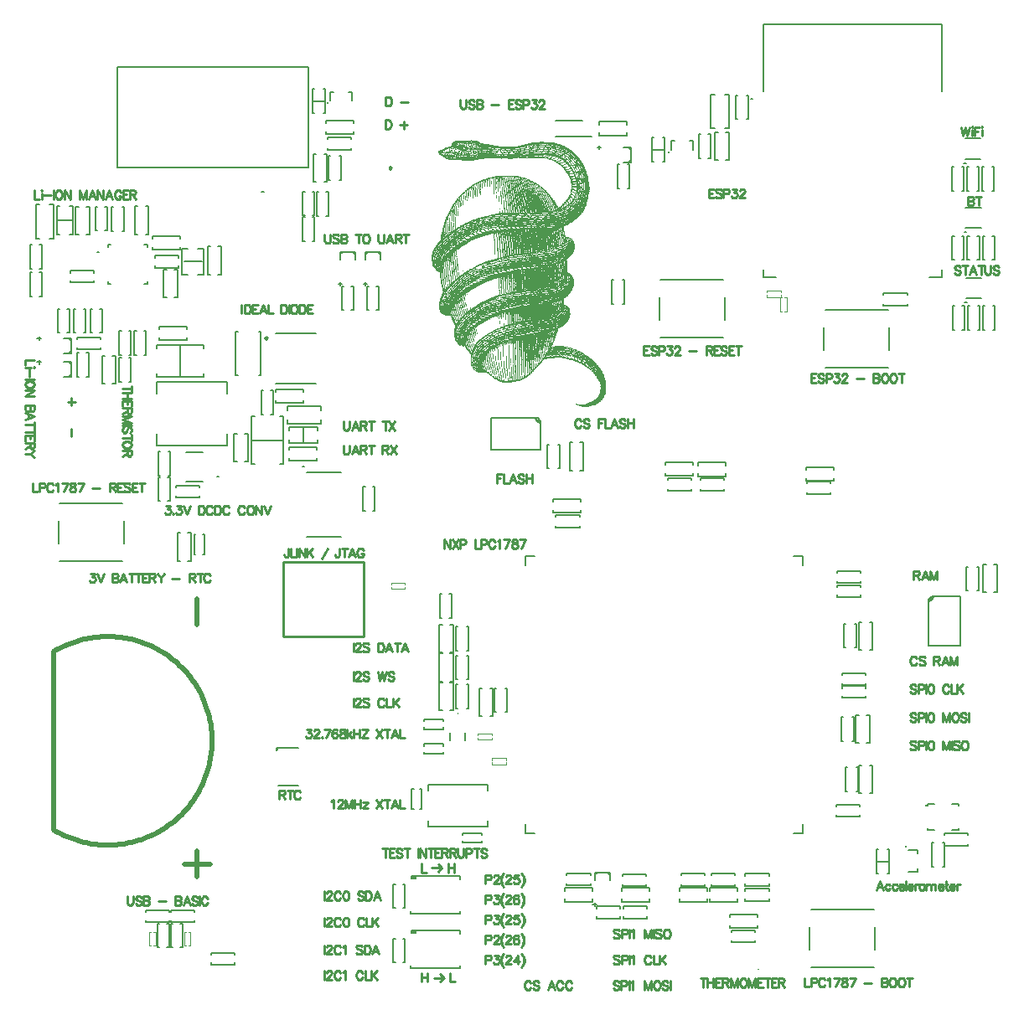
<source format=gto>
G04*
G04 #@! TF.GenerationSoftware,Altium Limited,Altium Designer,20.2.5 (213)*
G04*
G04 Layer_Color=65535*
%FSLAX25Y25*%
%MOIN*%
G70*
G04*
G04 #@! TF.SameCoordinates,0EDA941F-9717-4D80-9818-445CF3A130AC*
G04*
G04*
G04 #@! TF.FilePolarity,Positive*
G04*
G01*
G75*
%ADD10C,0.00984*%
%ADD11C,0.00787*%
%ADD12C,0.01968*%
%ADD13C,0.00984*%
%ADD14C,0.00394*%
%ADD15C,0.00787*%
%ADD16C,0.00591*%
%ADD17C,0.00500*%
%ADD18C,0.01000*%
%ADD19C,0.00900*%
G36*
X925864Y871305D02*
X926806D01*
Y871170D01*
X926941D01*
Y871305D01*
X927344D01*
Y871170D01*
X927479D01*
Y871036D01*
X927882D01*
Y870901D01*
X928017D01*
Y870767D01*
X928286D01*
Y870632D01*
X928689D01*
Y870498D01*
Y870363D01*
X928824D01*
Y870228D01*
X929093D01*
Y870094D01*
X930035D01*
Y869959D01*
X930707D01*
Y869825D01*
X931649D01*
Y869690D01*
X932321D01*
Y869556D01*
X933263D01*
Y869421D01*
X934070D01*
Y869287D01*
X934608D01*
Y869152D01*
X935012D01*
Y869018D01*
X935954D01*
Y868883D01*
X936492D01*
Y868749D01*
X942276D01*
Y868883D01*
X943621D01*
Y869018D01*
X944025D01*
Y869152D01*
X944698D01*
Y869287D01*
X945236D01*
Y869421D01*
X945774D01*
Y869556D01*
X946312D01*
Y869690D01*
X946581D01*
Y869825D01*
X947523D01*
Y869959D01*
X947792D01*
Y870094D01*
X948464D01*
Y870228D01*
X949137D01*
Y870363D01*
X949809D01*
Y870498D01*
X951020D01*
Y870632D01*
X952365D01*
Y870767D01*
X954114D01*
Y870632D01*
X955998D01*
Y870498D01*
X957881D01*
Y870363D01*
X958554D01*
Y870228D01*
X959092D01*
Y870094D01*
X959495D01*
Y869959D01*
X960033D01*
Y869825D01*
X960302D01*
Y869690D01*
X960706D01*
Y869556D01*
X961110D01*
Y869421D01*
X961378D01*
Y869287D01*
X961782D01*
Y869152D01*
X961917D01*
Y869018D01*
X962320D01*
Y868883D01*
X962589D01*
Y868749D01*
X962858D01*
Y868614D01*
X963127D01*
Y868480D01*
X963262D01*
Y868345D01*
X963531D01*
Y868211D01*
X963800D01*
Y868076D01*
X963935D01*
Y867941D01*
X964203D01*
Y867807D01*
X964338D01*
Y867673D01*
X964607D01*
Y867538D01*
X964876D01*
Y867403D01*
X965011D01*
Y867269D01*
X965145D01*
Y867134D01*
X965280D01*
Y867000D01*
X965414D01*
Y866865D01*
X965549D01*
Y866731D01*
X965683D01*
Y866596D01*
X965818D01*
Y866462D01*
X965952D01*
Y866327D01*
X966087D01*
Y866193D01*
X966221D01*
Y866058D01*
X966356D01*
Y865924D01*
X966490D01*
Y865789D01*
X966759D01*
Y865655D01*
X966894D01*
Y865520D01*
X967029D01*
Y865386D01*
X967163D01*
Y865251D01*
X967298D01*
Y865117D01*
X967432D01*
Y864982D01*
X967701D01*
Y864847D01*
X967836D01*
Y864713D01*
Y864579D01*
X967970D01*
Y864444D01*
X968105D01*
Y864309D01*
Y864175D01*
X968239D01*
Y864040D01*
X968374D01*
Y863906D01*
X968508D01*
Y863771D01*
Y863637D01*
X968643D01*
Y863502D01*
X968777D01*
Y863368D01*
Y863233D01*
X968912D01*
Y863099D01*
X969046D01*
Y862964D01*
X969181D01*
Y862830D01*
Y862695D01*
Y862561D01*
X969315D01*
Y862426D01*
X969450D01*
Y862292D01*
Y862157D01*
X969584D01*
Y862022D01*
Y861888D01*
X969719D01*
Y861753D01*
X969853D01*
Y861619D01*
Y861484D01*
X969988D01*
Y861350D01*
Y861215D01*
X970123D01*
Y861081D01*
Y860946D01*
X970257D01*
Y860812D01*
Y860677D01*
Y860543D01*
X970392D01*
Y860408D01*
Y860274D01*
X970526D01*
Y860139D01*
Y860005D01*
X970661D01*
Y859870D01*
X970795D01*
Y859736D01*
Y859601D01*
Y859467D01*
Y859332D01*
X970930D01*
Y859198D01*
Y859063D01*
Y858928D01*
X971064D01*
Y858794D01*
Y858659D01*
Y858525D01*
X971199D01*
Y858390D01*
Y858256D01*
Y858121D01*
Y857987D01*
X971333D01*
Y857852D01*
Y857718D01*
Y857583D01*
X971468D01*
Y857449D01*
Y857314D01*
Y857180D01*
X971602D01*
Y857045D01*
Y856911D01*
Y856776D01*
Y856642D01*
X971737D01*
Y856507D01*
Y856373D01*
Y856238D01*
Y856104D01*
Y855969D01*
Y855834D01*
Y855700D01*
X971871D01*
Y855565D01*
Y855431D01*
Y855296D01*
Y855162D01*
Y855027D01*
Y854893D01*
Y854758D01*
X972006D01*
Y854624D01*
Y854489D01*
Y854355D01*
Y854220D01*
Y854086D01*
X972140D01*
Y853951D01*
Y853817D01*
Y853682D01*
Y853547D01*
Y853413D01*
Y853279D01*
Y853144D01*
Y853009D01*
Y852875D01*
X972275D01*
Y852740D01*
Y852606D01*
Y852471D01*
Y852337D01*
Y852202D01*
Y852068D01*
Y851933D01*
Y851799D01*
Y851664D01*
Y851530D01*
X972140D01*
Y851395D01*
Y851261D01*
Y851126D01*
X972275D01*
Y850992D01*
Y850857D01*
X972140D01*
Y850723D01*
Y850588D01*
Y850453D01*
Y850319D01*
Y850184D01*
Y850050D01*
X972006D01*
Y849915D01*
Y849781D01*
X971871D01*
Y849646D01*
Y849512D01*
Y849377D01*
Y849243D01*
Y849108D01*
Y848974D01*
Y848839D01*
X971737D01*
Y848705D01*
Y848570D01*
Y848436D01*
X971602D01*
Y848301D01*
Y848167D01*
X971737D01*
Y848032D01*
X971602D01*
Y847898D01*
Y847763D01*
X971468D01*
Y847628D01*
Y847494D01*
Y847359D01*
Y847225D01*
Y847090D01*
Y846956D01*
X971333D01*
Y846821D01*
Y846687D01*
X971199D01*
Y846552D01*
Y846418D01*
Y846283D01*
X971064D01*
Y846149D01*
Y846014D01*
Y845880D01*
Y845745D01*
X970930D01*
Y845611D01*
Y845476D01*
Y845342D01*
X970795D01*
Y845207D01*
X970661D01*
Y845073D01*
Y844938D01*
Y844804D01*
X970526D01*
Y844669D01*
Y844534D01*
X970392D01*
Y844400D01*
Y844265D01*
X970257D01*
Y844131D01*
Y843996D01*
Y843862D01*
X970123D01*
Y843727D01*
Y843593D01*
X969988D01*
Y843458D01*
Y843324D01*
X969853D01*
Y843189D01*
Y843055D01*
X969719D01*
Y842920D01*
X969584D01*
Y842786D01*
Y842651D01*
X969450D01*
Y842517D01*
X969315D01*
Y842382D01*
X969181D01*
Y842248D01*
X969046D01*
Y842113D01*
X968912D01*
Y841978D01*
Y841844D01*
X968777D01*
Y841710D01*
X968643D01*
Y841575D01*
Y841440D01*
X968374D01*
Y841306D01*
X968239D01*
Y841171D01*
X968105D01*
Y841037D01*
Y840902D01*
X967836D01*
Y840768D01*
Y840633D01*
X967567D01*
Y840499D01*
X967432D01*
Y840364D01*
X967298D01*
Y840230D01*
X967163D01*
Y840095D01*
X967029D01*
Y839961D01*
X966759D01*
Y839826D01*
X966625D01*
Y839692D01*
X966490D01*
Y839557D01*
X966356D01*
Y839423D01*
X966087D01*
Y839288D01*
X965952D01*
Y839153D01*
X965818D01*
Y839019D01*
X965683D01*
Y838885D01*
X965414D01*
Y838750D01*
X965280D01*
Y838615D01*
X965145D01*
Y838481D01*
X964607D01*
Y838346D01*
X964473D01*
Y838212D01*
X964338D01*
Y838077D01*
X964203D01*
Y837943D01*
X963935D01*
Y837808D01*
X963665D01*
Y837674D01*
X963396D01*
Y837539D01*
X963127D01*
Y837405D01*
X962724D01*
Y837270D01*
X962320D01*
Y837136D01*
X962051D01*
Y837001D01*
X961917D01*
Y836867D01*
Y836732D01*
Y836598D01*
X962051D01*
Y836463D01*
Y836329D01*
Y836194D01*
Y836059D01*
Y835925D01*
X962186D01*
Y835790D01*
Y835656D01*
Y835521D01*
Y835387D01*
Y835252D01*
X962320D01*
Y835118D01*
Y834983D01*
Y834849D01*
Y834714D01*
Y834580D01*
Y834445D01*
Y834311D01*
X962455D01*
Y834176D01*
Y834042D01*
Y833907D01*
Y833773D01*
Y833638D01*
Y833504D01*
X962589D01*
Y833369D01*
Y833235D01*
Y833100D01*
Y832965D01*
X962724D01*
Y832831D01*
X963531D01*
Y832696D01*
X964069D01*
Y832562D01*
X964473D01*
Y832427D01*
X964742D01*
Y832293D01*
X965011D01*
Y832158D01*
X965145D01*
Y832024D01*
X965280D01*
Y831889D01*
X965549D01*
Y831755D01*
Y831620D01*
X965683D01*
Y831486D01*
X965818D01*
Y831351D01*
Y831217D01*
X965952D01*
Y831082D01*
X966087D01*
Y830948D01*
Y830813D01*
Y830678D01*
X966221D01*
Y830544D01*
Y830410D01*
Y830275D01*
Y830140D01*
X966356D01*
Y830006D01*
Y829871D01*
Y829737D01*
Y829602D01*
Y829468D01*
Y829333D01*
Y829199D01*
Y829064D01*
Y828930D01*
Y828795D01*
Y828661D01*
Y828526D01*
Y828392D01*
Y828257D01*
Y828123D01*
Y827988D01*
Y827853D01*
Y827719D01*
X966221D01*
Y827584D01*
Y827450D01*
X966087D01*
Y827315D01*
Y827181D01*
Y827046D01*
X965952D01*
Y826912D01*
Y826777D01*
X965818D01*
Y826643D01*
Y826508D01*
X965683D01*
Y826374D01*
Y826239D01*
X965549D01*
Y826105D01*
X965414D01*
Y825970D01*
X965280D01*
Y825836D01*
Y825701D01*
X965145D01*
Y825567D01*
Y825432D01*
X964876D01*
Y825298D01*
Y825163D01*
X964607D01*
Y825029D01*
X964473D01*
Y824894D01*
X964338D01*
Y824759D01*
X964203D01*
Y824625D01*
X964069D01*
Y824491D01*
X963935D01*
Y824356D01*
X963665D01*
Y824221D01*
X963531D01*
Y824087D01*
X963262D01*
Y823952D01*
X963127D01*
Y823818D01*
Y823683D01*
Y823549D01*
Y823414D01*
X963262D01*
Y823280D01*
Y823145D01*
Y823011D01*
Y822876D01*
Y822742D01*
Y822607D01*
Y822473D01*
Y822338D01*
Y822204D01*
Y822069D01*
Y821935D01*
Y821800D01*
Y821665D01*
Y821531D01*
Y821396D01*
Y821262D01*
Y821127D01*
Y820993D01*
Y820858D01*
Y820724D01*
Y820589D01*
Y820455D01*
Y820320D01*
Y820186D01*
Y820051D01*
Y819917D01*
Y819782D01*
Y819648D01*
X963127D01*
Y819513D01*
X963262D01*
Y819378D01*
Y819244D01*
Y819110D01*
Y818975D01*
Y818841D01*
X963127D01*
Y818706D01*
X963665D01*
Y818571D01*
X964069D01*
Y818437D01*
X964338D01*
Y818302D01*
X964473D01*
Y818168D01*
X964742D01*
Y818033D01*
X964876D01*
Y817899D01*
X965011D01*
Y817764D01*
X965145D01*
Y817630D01*
Y817495D01*
X965280D01*
Y817361D01*
X965414D01*
Y817226D01*
Y817092D01*
X965549D01*
Y816957D01*
Y816823D01*
X965683D01*
Y816688D01*
X965818D01*
Y816554D01*
Y816419D01*
Y816284D01*
Y816150D01*
X965952D01*
Y816016D01*
Y815881D01*
Y815746D01*
Y815612D01*
Y815477D01*
Y815343D01*
Y815208D01*
Y815074D01*
X966087D01*
Y814939D01*
Y814805D01*
Y814670D01*
Y814536D01*
Y814401D01*
Y814267D01*
Y814132D01*
Y813998D01*
Y813863D01*
X965952D01*
Y813729D01*
Y813594D01*
Y813459D01*
Y813325D01*
X965818D01*
Y813190D01*
Y813056D01*
Y812921D01*
Y812787D01*
X965683D01*
Y812652D01*
Y812518D01*
X965549D01*
Y812383D01*
Y812249D01*
Y812114D01*
X965414D01*
Y811980D01*
Y811845D01*
X965280D01*
Y811711D01*
Y811576D01*
X965145D01*
Y811442D01*
Y811307D01*
X965011D01*
Y811173D01*
Y811038D01*
X964876D01*
Y810904D01*
X964742D01*
Y810769D01*
Y810635D01*
X964607D01*
Y810500D01*
X964473D01*
Y810365D01*
Y810231D01*
X964338D01*
Y810096D01*
X964069D01*
Y809962D01*
Y809827D01*
X963935D01*
Y809693D01*
X963800D01*
Y809558D01*
X963665D01*
Y809424D01*
Y809289D01*
X963396D01*
Y809155D01*
X963262D01*
Y809020D01*
X963127D01*
Y808886D01*
X962858D01*
Y808751D01*
X962724D01*
Y808617D01*
X962455D01*
Y808482D01*
X962320D01*
Y808348D01*
X962186D01*
Y808213D01*
Y808079D01*
Y807944D01*
Y807810D01*
Y807675D01*
Y807541D01*
Y807406D01*
Y807271D01*
Y807137D01*
Y807002D01*
X962051D01*
Y806868D01*
Y806733D01*
Y806599D01*
Y806464D01*
Y806330D01*
Y806195D01*
Y806061D01*
Y805926D01*
X962455D01*
Y805792D01*
X962858D01*
Y805657D01*
X963127D01*
Y805523D01*
X963262D01*
Y805388D01*
X963531D01*
Y805254D01*
X963665D01*
Y805119D01*
X963800D01*
Y804984D01*
X963935D01*
Y804850D01*
X964069D01*
Y804716D01*
Y804581D01*
X964203D01*
Y804446D01*
X964338D01*
Y804312D01*
Y804177D01*
X964473D01*
Y804043D01*
Y803908D01*
Y803774D01*
Y803639D01*
Y803505D01*
Y803370D01*
Y803236D01*
Y803101D01*
Y802967D01*
Y802832D01*
Y802698D01*
Y802563D01*
Y802429D01*
X964607D01*
Y802294D01*
Y802160D01*
Y802025D01*
Y801890D01*
Y801756D01*
X964473D01*
Y801621D01*
Y801487D01*
Y801352D01*
Y801218D01*
Y801083D01*
Y800949D01*
X964338D01*
Y800814D01*
Y800680D01*
Y800545D01*
X964203D01*
Y800411D01*
Y800276D01*
X964069D01*
Y800142D01*
Y800007D01*
Y799873D01*
X963935D01*
Y799738D01*
X963800D01*
Y799604D01*
X963665D01*
Y799469D01*
Y799335D01*
X963531D01*
Y799200D01*
X963396D01*
Y799065D01*
X963262D01*
Y798931D01*
Y798797D01*
X963127D01*
Y798662D01*
X962993D01*
Y798527D01*
X962858D01*
Y798393D01*
X962724D01*
Y798258D01*
Y798124D01*
X962455D01*
Y797989D01*
X962320D01*
Y797855D01*
X962186D01*
Y797720D01*
X961917D01*
Y797586D01*
X961782D01*
Y797451D01*
X961648D01*
Y797317D01*
X961513D01*
Y797182D01*
X961378D01*
Y797048D01*
X961110D01*
Y796913D01*
X960975D01*
Y796779D01*
X960571D01*
Y796644D01*
X960302D01*
Y796510D01*
X960033D01*
Y796375D01*
X959899D01*
Y796241D01*
Y796106D01*
Y795971D01*
X959764D01*
Y795837D01*
Y795702D01*
Y795568D01*
X959630D01*
Y795433D01*
Y795299D01*
Y795164D01*
X959495D01*
Y795030D01*
Y794895D01*
Y794761D01*
X959361D01*
Y794626D01*
Y794492D01*
Y794357D01*
X959226D01*
Y794223D01*
Y794088D01*
X959092D01*
Y793954D01*
Y793819D01*
Y793685D01*
X958957D01*
Y793550D01*
Y793415D01*
X958823D01*
Y793281D01*
Y793147D01*
Y793012D01*
X958688D01*
Y792877D01*
Y792743D01*
Y792608D01*
X958554D01*
Y792474D01*
Y792339D01*
Y792205D01*
X958419D01*
Y792070D01*
Y791936D01*
X958284D01*
Y791801D01*
Y791667D01*
Y791532D01*
X958150D01*
Y791398D01*
Y791263D01*
Y791129D01*
X958016D01*
Y790994D01*
Y790860D01*
X957881D01*
Y790725D01*
Y790590D01*
X957746D01*
Y790456D01*
Y790321D01*
Y790187D01*
X957612D01*
Y790052D01*
Y789918D01*
X957477D01*
Y789783D01*
Y789649D01*
X957343D01*
Y789514D01*
Y789380D01*
X957208D01*
Y789245D01*
X958284D01*
Y789380D01*
X959495D01*
Y789514D01*
X961513D01*
Y789380D01*
X962051D01*
Y789245D01*
X963531D01*
Y789111D01*
X963665D01*
Y788976D01*
X964203D01*
Y788842D01*
X964473D01*
Y788707D01*
X965145D01*
Y788573D01*
X965414D01*
Y788438D01*
X965818D01*
Y788304D01*
X966356D01*
Y788169D01*
X966894D01*
Y788035D01*
X967029D01*
Y787900D01*
X967298D01*
Y787766D01*
X967432D01*
Y787631D01*
X967701D01*
Y787497D01*
X967970D01*
Y787362D01*
X968374D01*
Y787227D01*
X968508D01*
Y787093D01*
X968912D01*
Y786958D01*
X969046D01*
Y786824D01*
X969450D01*
Y786689D01*
X969584D01*
Y786555D01*
X969853D01*
Y786420D01*
X969988D01*
Y786286D01*
X970257D01*
Y786151D01*
X970526D01*
Y786017D01*
Y785882D01*
X970795D01*
Y785748D01*
X970930D01*
Y785613D01*
X971199D01*
Y785479D01*
X971468D01*
Y785344D01*
X971602D01*
Y785210D01*
X972006D01*
Y785075D01*
X972140D01*
Y784940D01*
X972275D01*
Y784806D01*
X972410D01*
Y784671D01*
X972678D01*
Y784537D01*
X972813D01*
Y784402D01*
X973082D01*
Y784268D01*
Y784133D01*
X973351D01*
Y783999D01*
X973486D01*
Y783864D01*
X973620D01*
Y783730D01*
X973755D01*
Y783595D01*
X974024D01*
Y783461D01*
X974158D01*
Y783326D01*
X974293D01*
Y783192D01*
X974427D01*
Y783057D01*
Y782923D01*
X974562D01*
Y782788D01*
X974831D01*
Y782654D01*
X974965D01*
Y782519D01*
X975100D01*
Y782385D01*
Y782250D01*
X975235D01*
Y782116D01*
Y781981D01*
X975369D01*
Y781847D01*
X975504D01*
Y781712D01*
X975638D01*
Y781577D01*
X975773D01*
Y781443D01*
Y781308D01*
X976042D01*
Y781174D01*
Y781039D01*
X976176D01*
Y780905D01*
Y780770D01*
X976311D01*
Y780636D01*
X976445D01*
Y780501D01*
X976580D01*
Y780367D01*
X976714D01*
Y780232D01*
X976849D01*
Y780098D01*
Y779963D01*
X976983D01*
Y779829D01*
Y779694D01*
X977118D01*
Y779560D01*
X977252D01*
Y779425D01*
Y779290D01*
X977387D01*
Y779156D01*
X977521D01*
Y779022D01*
Y778887D01*
Y778752D01*
Y778618D01*
X977656D01*
Y778483D01*
X977790D01*
Y778349D01*
Y778214D01*
Y778080D01*
X977925D01*
Y777945D01*
Y777811D01*
Y777676D01*
X978059D01*
Y777542D01*
Y777407D01*
Y777273D01*
X978194D01*
Y777138D01*
Y777004D01*
X978329D01*
Y776869D01*
Y776735D01*
Y776600D01*
Y776466D01*
X978463D01*
Y776331D01*
Y776196D01*
Y776062D01*
Y775927D01*
Y775793D01*
X978598D01*
Y775658D01*
Y775524D01*
Y775389D01*
Y775255D01*
X978732D01*
Y775120D01*
Y774986D01*
Y774851D01*
Y774717D01*
Y774582D01*
X978867D01*
Y774448D01*
Y774313D01*
Y774179D01*
Y774044D01*
Y773910D01*
Y773775D01*
Y773640D01*
Y773506D01*
Y773372D01*
Y773237D01*
Y773103D01*
Y772968D01*
Y772833D01*
Y772699D01*
Y772564D01*
Y772430D01*
Y772295D01*
Y772161D01*
Y772026D01*
Y771892D01*
X978732D01*
Y771757D01*
Y771623D01*
Y771488D01*
Y771354D01*
Y771219D01*
Y771085D01*
Y770950D01*
Y770816D01*
Y770681D01*
X978598D01*
Y770546D01*
Y770412D01*
Y770278D01*
X978463D01*
Y770143D01*
Y770008D01*
Y769874D01*
X978329D01*
Y769739D01*
X978194D01*
Y769605D01*
Y769470D01*
Y769336D01*
Y769201D01*
X978059D01*
Y769067D01*
X977925D01*
Y768932D01*
X977790D01*
Y768798D01*
Y768663D01*
X977656D01*
Y768529D01*
Y768394D01*
X977521D01*
Y768260D01*
X977387D01*
Y768125D01*
X977252D01*
Y767991D01*
X977118D01*
Y767856D01*
Y767722D01*
X976849D01*
Y767587D01*
X976714D01*
Y767452D01*
Y767318D01*
X976445D01*
Y767183D01*
X976311D01*
Y767049D01*
X976176D01*
Y766914D01*
X975773D01*
Y766780D01*
X975638D01*
Y766645D01*
X975504D01*
Y766511D01*
X975235D01*
Y766376D01*
X974965D01*
Y766242D01*
X974831D01*
Y766107D01*
X974696D01*
Y765973D01*
X974562D01*
Y766107D01*
X974293D01*
Y765973D01*
X974158D01*
Y765838D01*
Y765704D01*
X972948D01*
Y765569D01*
X972678D01*
Y765435D01*
X972140D01*
Y765300D01*
X970930D01*
Y765166D01*
X969988D01*
Y765300D01*
X968912D01*
Y765435D01*
X968239D01*
Y765569D01*
X968105D01*
Y765704D01*
X967567D01*
Y765838D01*
X967298D01*
Y765973D01*
X967029D01*
Y766107D01*
X966759D01*
Y766242D01*
Y766376D01*
Y766511D01*
X967298D01*
Y766376D01*
X967567D01*
Y766242D01*
X967970D01*
Y766107D01*
X969988D01*
Y766242D01*
X970661D01*
Y766376D01*
X971199D01*
Y766511D01*
X971468D01*
Y766645D01*
Y766780D01*
X971602D01*
Y766914D01*
X972006D01*
Y767049D01*
X972275D01*
Y767183D01*
X972678D01*
Y767318D01*
X972948D01*
Y767452D01*
X973217D01*
Y767587D01*
X973620D01*
Y767722D01*
X973755D01*
Y767856D01*
X974024D01*
Y767991D01*
X974158D01*
Y768125D01*
X974293D01*
Y768260D01*
X974696D01*
Y768394D01*
X974831D01*
Y768529D01*
X975100D01*
Y768663D01*
Y768798D01*
X975235D01*
Y768932D01*
X975369D01*
Y769067D01*
X975504D01*
Y769201D01*
X975638D01*
Y769336D01*
Y769470D01*
X975773D01*
Y769605D01*
X975907D01*
Y769739D01*
X976042D01*
Y769874D01*
Y770008D01*
Y770143D01*
X976176D01*
Y770278D01*
Y770412D01*
X976311D01*
Y770546D01*
Y770681D01*
Y770816D01*
Y770950D01*
X976445D01*
Y771085D01*
Y771219D01*
Y771354D01*
Y771488D01*
Y771623D01*
Y771757D01*
Y771892D01*
Y772026D01*
X976580D01*
Y772161D01*
Y772295D01*
Y772430D01*
Y772564D01*
Y772699D01*
Y772833D01*
Y772968D01*
Y773103D01*
X976445D01*
Y773237D01*
Y773372D01*
Y773506D01*
Y773640D01*
X976580D01*
Y773775D01*
Y773910D01*
Y774044D01*
Y774179D01*
X976445D01*
Y774313D01*
Y774448D01*
Y774582D01*
X976311D01*
Y774717D01*
Y774851D01*
Y774986D01*
Y775120D01*
X976176D01*
Y775255D01*
X976042D01*
Y775389D01*
Y775524D01*
Y775658D01*
X975907D01*
Y775793D01*
X975773D01*
Y775927D01*
Y776062D01*
X975638D01*
Y776196D01*
Y776331D01*
X975504D01*
Y776466D01*
X975369D01*
Y776600D01*
X975235D01*
Y776735D01*
Y776869D01*
Y777004D01*
X975100D01*
Y777138D01*
Y777273D01*
X974965D01*
Y777407D01*
X974831D01*
Y777542D01*
X974696D01*
Y777676D01*
X974562D01*
Y777811D01*
Y777945D01*
X974427D01*
Y778080D01*
X974293D01*
Y778214D01*
X974158D01*
Y778349D01*
X974024D01*
Y778483D01*
X973889D01*
Y778618D01*
Y778752D01*
X973755D01*
Y778887D01*
X973620D01*
Y779022D01*
Y779156D01*
X973486D01*
Y779290D01*
X973217D01*
Y779425D01*
X973082D01*
Y779560D01*
X972948D01*
Y779694D01*
X972813D01*
Y779829D01*
X972544D01*
Y779963D01*
X972410D01*
Y780098D01*
X972275D01*
Y780232D01*
X972140D01*
Y780367D01*
X971871D01*
Y780501D01*
X971602D01*
Y780636D01*
X971468D01*
Y780770D01*
X971199D01*
Y780905D01*
X971064D01*
Y781039D01*
X970795D01*
Y781174D01*
X970661D01*
Y781308D01*
X970392D01*
Y781443D01*
X970257D01*
Y781577D01*
X969988D01*
Y781712D01*
X969853D01*
Y781847D01*
X969584D01*
Y781981D01*
X969450D01*
Y782116D01*
X969181D01*
Y782250D01*
X968912D01*
Y782385D01*
X968643D01*
Y782519D01*
X968374D01*
Y782654D01*
X968105D01*
Y782788D01*
X967836D01*
Y782923D01*
X967567D01*
Y783057D01*
X967298D01*
Y783192D01*
X967029D01*
Y783326D01*
X966490D01*
Y783461D01*
X966087D01*
Y783595D01*
X965683D01*
Y783730D01*
X965145D01*
Y783864D01*
X964742D01*
Y783999D01*
X964203D01*
Y784133D01*
X963665D01*
Y784268D01*
X963127D01*
Y784402D01*
X962455D01*
Y784537D01*
X961917D01*
Y784671D01*
X961378D01*
Y784806D01*
X958419D01*
Y784671D01*
X957074D01*
Y784537D01*
X955998D01*
Y784402D01*
X955325D01*
Y784268D01*
X954249D01*
Y784133D01*
X953980D01*
Y783999D01*
X953845D01*
Y783864D01*
Y783730D01*
X953711D01*
Y783595D01*
X953576D01*
Y783461D01*
X953442D01*
Y783326D01*
X953307D01*
Y783192D01*
Y783057D01*
Y782923D01*
X953038D01*
Y782788D01*
Y782654D01*
X952904D01*
Y782519D01*
X952769D01*
Y782385D01*
X952635D01*
Y782250D01*
X952500D01*
Y782116D01*
X952365D01*
Y781981D01*
Y781847D01*
X952231D01*
Y781712D01*
X952096D01*
Y781577D01*
X951962D01*
Y781443D01*
X951827D01*
Y781308D01*
X951693D01*
Y781174D01*
X951558D01*
Y781039D01*
X951424D01*
Y780905D01*
X951289D01*
Y780770D01*
X951155D01*
Y780636D01*
X951020D01*
Y780501D01*
X950886D01*
Y780367D01*
X950751D01*
Y780232D01*
X950617D01*
Y780098D01*
X950482D01*
Y779963D01*
Y779829D01*
X950348D01*
Y779694D01*
X950213D01*
Y779560D01*
Y779425D01*
X949944D01*
Y779290D01*
X949809D01*
Y779156D01*
X949675D01*
Y779022D01*
X949541D01*
Y778887D01*
X949406D01*
Y778752D01*
X949271D01*
Y778618D01*
X949137D01*
Y778483D01*
X949002D01*
Y778349D01*
X948868D01*
Y778214D01*
X948733D01*
Y778080D01*
X948599D01*
Y777945D01*
X948464D01*
Y777811D01*
X948195D01*
Y777676D01*
X948061D01*
Y777542D01*
X947792D01*
Y777407D01*
X947657D01*
Y777273D01*
X947388D01*
Y777138D01*
X947254D01*
Y777004D01*
X947119D01*
Y776869D01*
X946984D01*
Y776735D01*
X946716D01*
Y776600D01*
X946446D01*
Y776466D01*
X946177D01*
Y776331D01*
X946043D01*
Y776196D01*
X945774D01*
Y776062D01*
X945505D01*
Y775927D01*
X945101D01*
Y775793D01*
X944698D01*
Y775658D01*
X944294D01*
Y775524D01*
X943756D01*
Y775389D01*
X943218D01*
Y775255D01*
X942814D01*
Y775120D01*
X941469D01*
Y774986D01*
X940393D01*
Y774851D01*
X939855D01*
Y774986D01*
X939451D01*
Y774851D01*
X938779D01*
Y774986D01*
X938509D01*
Y774851D01*
X938106D01*
Y774986D01*
X937433D01*
Y775120D01*
X937030D01*
Y775255D01*
X936492D01*
Y775389D01*
X936357D01*
Y775524D01*
X936088D01*
Y775658D01*
X935685D01*
Y775793D01*
X935550D01*
Y775927D01*
X935281D01*
Y776062D01*
X935012D01*
Y776196D01*
X934743D01*
Y776331D01*
X934474D01*
Y776466D01*
X934339D01*
Y776600D01*
X934205D01*
Y776735D01*
X933936D01*
Y776869D01*
X933801D01*
Y777004D01*
X933667D01*
Y777138D01*
X933532D01*
Y777273D01*
X933263D01*
Y777407D01*
X933129D01*
Y777542D01*
X932860D01*
Y777676D01*
X932725D01*
Y777811D01*
X932590D01*
Y777945D01*
X932321D01*
Y778080D01*
X932187D01*
Y778214D01*
X932052D01*
Y778349D01*
X931783D01*
Y778483D01*
X931514D01*
Y778618D01*
Y778752D01*
X931380D01*
Y778887D01*
X930976D01*
Y778752D01*
X928420D01*
Y778887D01*
X927748D01*
Y779022D01*
X927344D01*
Y779156D01*
X927210D01*
Y779290D01*
X927075D01*
Y779425D01*
X926806D01*
Y779560D01*
X926672D01*
Y779694D01*
X926537D01*
Y779829D01*
X926402D01*
Y779963D01*
X926133D01*
Y780098D01*
Y780232D01*
X925999D01*
Y780367D01*
Y780501D01*
X925864D01*
Y780636D01*
X925730D01*
Y780770D01*
X925595D01*
Y780905D01*
Y781039D01*
X925461D01*
Y781174D01*
Y781308D01*
Y781443D01*
X925326D01*
Y781577D01*
X925192D01*
Y781712D01*
Y781847D01*
Y781981D01*
Y782116D01*
Y782250D01*
X925057D01*
Y782385D01*
Y782519D01*
Y782654D01*
Y782788D01*
Y782923D01*
X924923D01*
Y783057D01*
Y783192D01*
Y783326D01*
Y783461D01*
Y783595D01*
Y783730D01*
Y783864D01*
Y783999D01*
Y784133D01*
Y784268D01*
Y784402D01*
Y784537D01*
Y784671D01*
Y784806D01*
Y784940D01*
X925057D01*
Y785075D01*
Y785210D01*
Y785344D01*
Y785479D01*
Y785613D01*
Y785748D01*
Y785882D01*
X924923D01*
Y786017D01*
Y786151D01*
X924788D01*
Y786286D01*
X924654D01*
Y786420D01*
Y786555D01*
X924519D01*
Y786689D01*
Y786824D01*
X924385D01*
Y786958D01*
X924250D01*
Y787093D01*
X924115D01*
Y787227D01*
Y787362D01*
X923981D01*
Y787497D01*
X923847D01*
Y787631D01*
X923712D01*
Y787766D01*
X923577D01*
Y787900D01*
X923443D01*
Y788035D01*
Y788169D01*
X923308D01*
Y788304D01*
X923174D01*
Y788438D01*
X923039D01*
Y788573D01*
Y788707D01*
X922905D01*
Y788842D01*
Y788976D01*
X922770D01*
Y789111D01*
X922636D01*
Y789245D01*
Y789380D01*
X922501D01*
Y789245D01*
X921829D01*
Y789380D01*
X921694D01*
Y789514D01*
X921425D01*
Y789380D01*
X920887D01*
Y789514D01*
X920752D01*
Y789649D01*
X920349D01*
Y789783D01*
X920214D01*
Y789918D01*
X920080D01*
Y790052D01*
X919945D01*
Y790187D01*
X919811D01*
Y790321D01*
X919676D01*
Y790456D01*
Y790590D01*
Y790725D01*
X919407D01*
Y790860D01*
X919273D01*
Y790994D01*
Y791129D01*
Y791263D01*
X919138D01*
Y791398D01*
X919004D01*
Y791532D01*
Y791667D01*
X918869D01*
Y791801D01*
Y791936D01*
X918735D01*
Y792070D01*
Y792205D01*
X918600D01*
Y792339D01*
Y792474D01*
Y792608D01*
Y792743D01*
X918466D01*
Y792877D01*
Y793012D01*
Y793147D01*
X918331D01*
Y793281D01*
Y793415D01*
Y793550D01*
X918466D01*
Y793685D01*
Y793819D01*
Y793954D01*
Y794088D01*
Y794223D01*
Y794357D01*
Y794492D01*
Y794626D01*
X918331D01*
Y794761D01*
Y794895D01*
Y795030D01*
Y795164D01*
X918466D01*
Y795299D01*
Y795433D01*
Y795568D01*
Y795702D01*
Y795837D01*
Y795971D01*
Y796106D01*
X918331D01*
Y796241D01*
Y796375D01*
X918600D01*
Y796510D01*
Y796644D01*
X918735D01*
Y796779D01*
Y796913D01*
Y797048D01*
X918869D01*
Y797182D01*
Y797317D01*
Y797451D01*
X918735D01*
Y797586D01*
Y797720D01*
X918600D01*
Y797855D01*
Y797989D01*
X918466D01*
Y798124D01*
X918331D01*
Y798258D01*
Y798393D01*
Y798527D01*
Y798662D01*
X918196D01*
Y798797D01*
X918062D01*
Y798931D01*
Y799065D01*
X917927D01*
Y799200D01*
Y799335D01*
X917793D01*
Y799469D01*
Y799604D01*
X917658D01*
Y799738D01*
Y799873D01*
Y800007D01*
X917524D01*
Y800142D01*
Y800276D01*
X917389D01*
Y800411D01*
Y800545D01*
X917255D01*
Y800680D01*
Y800814D01*
X917120D01*
Y800949D01*
Y801083D01*
X916986D01*
Y801218D01*
Y801352D01*
X916851D01*
Y801487D01*
X916448D01*
Y801352D01*
X916313D01*
Y801487D01*
X915506D01*
Y801352D01*
X915372D01*
Y801487D01*
X915102D01*
Y801621D01*
X914833D01*
Y801756D01*
X914161D01*
Y801890D01*
X914026D01*
Y802025D01*
X913757D01*
Y802160D01*
X913354D01*
Y802294D01*
Y802429D01*
X913219D01*
Y802563D01*
X913085D01*
Y802698D01*
X912950D01*
Y802832D01*
Y802967D01*
X912816D01*
Y803101D01*
Y803236D01*
Y803370D01*
X912681D01*
Y803505D01*
Y803639D01*
Y803774D01*
X912547D01*
Y803908D01*
Y804043D01*
Y804177D01*
Y804312D01*
X912412D01*
Y804446D01*
Y804581D01*
Y804716D01*
X912278D01*
Y804850D01*
Y804984D01*
Y805119D01*
Y805254D01*
Y805388D01*
Y805523D01*
Y805657D01*
Y805792D01*
X912412D01*
Y805926D01*
Y806061D01*
Y806195D01*
Y806330D01*
Y806464D01*
Y806599D01*
Y806733D01*
X912547D01*
Y806868D01*
Y807002D01*
Y807137D01*
Y807271D01*
X912681D01*
Y807406D01*
Y807541D01*
Y807675D01*
Y807810D01*
X912816D01*
Y807944D01*
Y808079D01*
Y808213D01*
Y808348D01*
X912950D01*
Y808482D01*
Y808617D01*
Y808751D01*
X913085D01*
Y808886D01*
Y809020D01*
Y809155D01*
X913219D01*
Y809289D01*
X913354D01*
Y809424D01*
Y809558D01*
Y809693D01*
Y809827D01*
X913488D01*
Y809962D01*
Y810096D01*
X913623D01*
Y810231D01*
Y810365D01*
X913757D01*
Y810500D01*
X913892D01*
Y810635D01*
Y810769D01*
X914026D01*
Y810904D01*
Y811038D01*
Y811173D01*
Y811307D01*
X913892D01*
Y811442D01*
Y811576D01*
Y811711D01*
Y811845D01*
X913757D01*
Y811980D01*
Y812114D01*
Y812249D01*
Y812383D01*
X913623D01*
Y812518D01*
Y812652D01*
Y812787D01*
Y812921D01*
X913488D01*
Y813056D01*
Y813190D01*
Y813325D01*
Y813459D01*
Y813594D01*
X913354D01*
Y813729D01*
Y813863D01*
Y813998D01*
Y814132D01*
X913219D01*
Y814267D01*
Y814401D01*
Y814536D01*
Y814670D01*
Y814805D01*
Y814939D01*
X913085D01*
Y815074D01*
Y815208D01*
Y815343D01*
Y815477D01*
Y815612D01*
Y815746D01*
X912950D01*
Y815881D01*
Y816016D01*
Y816150D01*
Y816284D01*
Y816419D01*
Y816554D01*
X912816D01*
Y816688D01*
Y816823D01*
Y816957D01*
Y817092D01*
Y817226D01*
Y817361D01*
Y817495D01*
Y817630D01*
Y817764D01*
Y817899D01*
Y818033D01*
X912681D01*
Y818168D01*
Y818302D01*
Y818437D01*
Y818571D01*
Y818706D01*
X912547D01*
Y818841D01*
X912278D01*
Y818975D01*
X912008D01*
Y819110D01*
X911605D01*
Y819244D01*
X911470D01*
Y819378D01*
X911201D01*
Y819513D01*
Y819648D01*
X911067D01*
Y819782D01*
X910932D01*
Y819917D01*
Y820051D01*
X910798D01*
Y820186D01*
Y820320D01*
X910663D01*
Y820455D01*
X910394D01*
Y820589D01*
X910260D01*
Y820724D01*
Y820858D01*
X910125D01*
Y820993D01*
Y821127D01*
X909991D01*
Y821262D01*
X909856D01*
Y821396D01*
Y821531D01*
Y821665D01*
Y821800D01*
X909721D01*
Y821935D01*
Y822069D01*
Y822204D01*
Y822338D01*
Y822473D01*
X909587D01*
Y822607D01*
Y822742D01*
Y822876D01*
Y823011D01*
X909453D01*
Y823145D01*
Y823280D01*
Y823414D01*
Y823549D01*
Y823683D01*
Y823818D01*
Y823952D01*
Y824087D01*
X909318D01*
Y824221D01*
Y824356D01*
Y824491D01*
Y824625D01*
Y824759D01*
Y824894D01*
Y825029D01*
Y825163D01*
X909453D01*
Y825298D01*
Y825432D01*
Y825567D01*
Y825701D01*
Y825836D01*
Y825970D01*
X909587D01*
Y826105D01*
Y826239D01*
Y826374D01*
X909721D01*
Y826508D01*
Y826643D01*
Y826777D01*
X909856D01*
Y826912D01*
Y827046D01*
X909991D01*
Y827181D01*
Y827315D01*
Y827450D01*
X910125D01*
Y827584D01*
Y827719D01*
X910260D01*
Y827853D01*
Y827988D01*
X910394D01*
Y828123D01*
X910529D01*
Y828257D01*
Y828392D01*
X910663D01*
Y828526D01*
X910798D01*
Y828661D01*
Y828795D01*
X910932D01*
Y828930D01*
X911067D01*
Y829064D01*
Y829199D01*
X911201D01*
Y829333D01*
Y829468D01*
X911336D01*
Y829602D01*
Y829737D01*
X911470D01*
Y829871D01*
X911605D01*
Y830006D01*
X911739D01*
Y830140D01*
Y830275D01*
X911874D01*
Y830410D01*
X912008D01*
Y830544D01*
X912143D01*
Y830678D01*
Y830813D01*
X912412D01*
Y830948D01*
Y831082D01*
X912547D01*
Y831217D01*
X912816D01*
Y831351D01*
X912950D01*
Y831486D01*
X913085D01*
Y831620D01*
X912950D01*
Y831755D01*
Y831889D01*
X913085D01*
Y832024D01*
Y832158D01*
Y832293D01*
Y832427D01*
Y832562D01*
Y832696D01*
Y832831D01*
Y832965D01*
Y833100D01*
Y833235D01*
X913219D01*
Y833369D01*
Y833504D01*
Y833638D01*
Y833773D01*
X913354D01*
Y833907D01*
Y834042D01*
X913219D01*
Y834176D01*
Y834311D01*
X913354D01*
Y834445D01*
X913488D01*
Y834580D01*
Y834714D01*
Y834849D01*
X913623D01*
Y834983D01*
Y835118D01*
Y835252D01*
Y835387D01*
X913757D01*
Y835521D01*
Y835656D01*
Y835790D01*
Y835925D01*
Y836059D01*
Y836194D01*
X913892D01*
Y836329D01*
Y836463D01*
X914026D01*
Y836598D01*
Y836732D01*
Y836867D01*
X914161D01*
Y837001D01*
Y837136D01*
Y837270D01*
Y837405D01*
X914295D01*
Y837539D01*
Y837674D01*
Y837808D01*
X914430D01*
Y837943D01*
Y838077D01*
Y838212D01*
Y838346D01*
Y838481D01*
Y838615D01*
X914564D01*
Y838750D01*
Y838885D01*
X914699D01*
Y839019D01*
Y839153D01*
X914833D01*
Y839288D01*
Y839423D01*
Y839557D01*
Y839692D01*
X914968D01*
Y839826D01*
X915102D01*
Y839961D01*
Y840095D01*
Y840230D01*
X915237D01*
Y840364D01*
Y840499D01*
Y840633D01*
Y840768D01*
X915372D01*
Y840902D01*
X915506D01*
Y841037D01*
X915641D01*
Y841171D01*
Y841306D01*
X915775D01*
Y841440D01*
Y841575D01*
Y841710D01*
X915910D01*
Y841844D01*
Y841978D01*
X916044D01*
Y842113D01*
Y842248D01*
Y842382D01*
X916179D01*
Y842517D01*
Y842651D01*
X916313D01*
Y842786D01*
Y842920D01*
X916448D01*
Y843055D01*
Y843189D01*
Y843324D01*
X916582D01*
Y843458D01*
X916717D01*
Y843593D01*
Y843727D01*
Y843862D01*
X916851D01*
Y843996D01*
X916986D01*
Y844131D01*
Y844265D01*
X917120D01*
Y844400D01*
Y844534D01*
X917255D01*
Y844669D01*
Y844804D01*
Y844938D01*
X917389D01*
Y845073D01*
X917524D01*
Y845207D01*
X917658D01*
Y845342D01*
Y845476D01*
X917793D01*
Y845611D01*
Y845745D01*
X917927D01*
Y845880D01*
X918062D01*
Y846014D01*
X918196D01*
Y846149D01*
Y846283D01*
X918331D01*
Y846418D01*
X918466D01*
Y846552D01*
X918600D01*
Y846687D01*
X918735D01*
Y846821D01*
Y846956D01*
X918869D01*
Y847090D01*
Y847225D01*
X919004D01*
Y847359D01*
Y847494D01*
X919138D01*
Y847628D01*
X919273D01*
Y847763D01*
X919407D01*
Y847898D01*
X919542D01*
Y848032D01*
X919676D01*
Y848167D01*
X919811D01*
Y848301D01*
X919945D01*
Y848436D01*
X920080D01*
Y848570D01*
X920214D01*
Y848705D01*
X920349D01*
Y848839D01*
Y848974D01*
X920483D01*
Y849108D01*
X920752D01*
Y849243D01*
X920887D01*
Y849377D01*
Y849512D01*
X921021D01*
Y849646D01*
X921156D01*
Y849781D01*
Y849915D01*
X921425D01*
Y850050D01*
X921560D01*
Y850184D01*
X921694D01*
Y850319D01*
X921829D01*
Y850453D01*
Y850588D01*
X922098D01*
Y850723D01*
X922232D01*
Y850857D01*
X922367D01*
Y850992D01*
X922636D01*
Y851126D01*
Y851261D01*
X922770D01*
Y851395D01*
X923039D01*
Y851530D01*
Y851664D01*
X923308D01*
Y851799D01*
X923443D01*
Y851933D01*
X923577D01*
Y852068D01*
X923712D01*
Y852202D01*
X923847D01*
Y852337D01*
X923981D01*
Y852471D01*
X924115D01*
Y852606D01*
X924385D01*
Y852740D01*
X924519D01*
Y852875D01*
X924788D01*
Y853009D01*
X924923D01*
Y853144D01*
X925192D01*
Y853279D01*
X925326D01*
Y853413D01*
X925461D01*
Y853547D01*
X925730D01*
Y853682D01*
X925864D01*
Y853817D01*
X926133D01*
Y853951D01*
X926402D01*
Y854086D01*
X926672D01*
Y854220D01*
X926941D01*
Y854355D01*
X927210D01*
Y854489D01*
X927479D01*
Y854624D01*
X927748D01*
Y854758D01*
X927882D01*
Y854893D01*
X928286D01*
Y855027D01*
X928555D01*
Y855162D01*
X928824D01*
Y855296D01*
X929227D01*
Y855431D01*
X929496D01*
Y855565D01*
X929900D01*
Y855700D01*
X930438D01*
Y855834D01*
X930707D01*
Y855969D01*
X931111D01*
Y856104D01*
X931514D01*
Y856238D01*
X931783D01*
Y856373D01*
X932321D01*
Y856507D01*
X932860D01*
Y856642D01*
X933532D01*
Y856776D01*
X934070D01*
Y856911D01*
X934608D01*
Y857045D01*
X935819D01*
Y857180D01*
X937433D01*
Y857314D01*
X942276D01*
Y857180D01*
X943218D01*
Y857045D01*
X944025D01*
Y856911D01*
X944563D01*
Y856776D01*
X945101D01*
Y856642D01*
X945639D01*
Y856507D01*
X946177D01*
Y856373D01*
X946716D01*
Y856238D01*
X947254D01*
Y856104D01*
X947523D01*
Y855969D01*
X947792D01*
Y855834D01*
X948061D01*
Y855700D01*
X948330D01*
Y855565D01*
X948599D01*
Y855431D01*
X948868D01*
Y855296D01*
X949137D01*
Y855162D01*
X949406D01*
Y855027D01*
X949809D01*
Y854893D01*
X949944D01*
Y854758D01*
X950213D01*
Y854624D01*
X950617D01*
Y854489D01*
X950751D01*
Y854355D01*
X951020D01*
Y854220D01*
X951289D01*
Y854086D01*
X951558D01*
Y853951D01*
X951693D01*
Y853817D01*
X952096D01*
Y853682D01*
Y853547D01*
X952231D01*
Y853413D01*
X952500D01*
Y853279D01*
X952635D01*
Y853144D01*
X952904D01*
Y853009D01*
X953038D01*
Y852875D01*
X953173D01*
Y852740D01*
X953442D01*
Y852606D01*
X953576D01*
Y852471D01*
X953711D01*
Y852337D01*
X953845D01*
Y852202D01*
X953980D01*
Y852068D01*
X954114D01*
Y851933D01*
X954249D01*
Y851799D01*
X954383D01*
Y851664D01*
X954518D01*
Y851530D01*
X954652D01*
Y851395D01*
X954921D01*
Y851261D01*
Y851126D01*
Y850992D01*
X955056D01*
Y850857D01*
X955190D01*
Y850723D01*
X955325D01*
Y850588D01*
X955459D01*
Y850453D01*
X955594D01*
Y850319D01*
X955729D01*
Y850184D01*
X955998D01*
Y850050D01*
X956132D01*
Y849915D01*
X956267D01*
Y849781D01*
Y849646D01*
X956401D01*
Y849512D01*
X956536D01*
Y849377D01*
X956670D01*
Y849243D01*
X956805D01*
Y849108D01*
Y848974D01*
X956939D01*
Y848839D01*
X957074D01*
Y848705D01*
X957208D01*
Y848570D01*
X957343D01*
Y848436D01*
Y848301D01*
X957477D01*
Y848167D01*
X957612D01*
Y848032D01*
X957746D01*
Y847898D01*
Y847763D01*
X957881D01*
Y847628D01*
X958016D01*
Y847494D01*
X958150D01*
Y847359D01*
X958284D01*
Y847225D01*
Y847090D01*
X958419D01*
Y846956D01*
X958554D01*
Y846821D01*
X958688D01*
Y846687D01*
Y846552D01*
X958823D01*
Y846418D01*
Y846283D01*
X958957D01*
Y846149D01*
X959092D01*
Y846014D01*
Y845880D01*
X959226D01*
Y845745D01*
Y845611D01*
X959361D01*
Y845476D01*
X959495D01*
Y845342D01*
X959630D01*
Y845207D01*
Y845073D01*
X959764D01*
Y844938D01*
X959899D01*
Y844804D01*
Y844669D01*
X960168D01*
Y844804D01*
X960437D01*
Y844938D01*
X960706D01*
Y845073D01*
X960841D01*
Y845207D01*
X960975D01*
Y845342D01*
X961110D01*
Y845476D01*
X961244D01*
Y845611D01*
X961378D01*
Y845745D01*
X961513D01*
Y845880D01*
Y846014D01*
X961648D01*
Y846149D01*
X961782D01*
Y846283D01*
X961917D01*
Y846418D01*
X962051D01*
Y846552D01*
X962186D01*
Y846687D01*
X962320D01*
Y846821D01*
X962455D01*
Y846956D01*
X962589D01*
Y847090D01*
X962724D01*
Y847225D01*
Y847359D01*
X962858D01*
Y847494D01*
X962993D01*
Y847628D01*
X963127D01*
Y847763D01*
X963262D01*
Y847898D01*
Y848032D01*
X963396D01*
Y848167D01*
X963531D01*
Y848301D01*
X963665D01*
Y848436D01*
X963800D01*
Y848570D01*
Y848705D01*
X963935D01*
Y848839D01*
X964069D01*
Y848974D01*
Y849108D01*
X964203D01*
Y849243D01*
Y849377D01*
X964338D01*
Y849512D01*
Y849646D01*
X964473D01*
Y849781D01*
Y849915D01*
X964607D01*
Y850050D01*
Y850184D01*
Y850319D01*
Y850453D01*
X964742D01*
Y850588D01*
Y850723D01*
Y850857D01*
Y850992D01*
Y851126D01*
X964876D01*
Y851261D01*
Y851395D01*
Y851530D01*
Y851664D01*
Y851799D01*
Y851933D01*
X965011D01*
Y852068D01*
Y852202D01*
Y852337D01*
Y852471D01*
Y852606D01*
Y852740D01*
Y852875D01*
Y853009D01*
Y853144D01*
Y853279D01*
Y853413D01*
Y853547D01*
Y853682D01*
Y853817D01*
Y853951D01*
Y854086D01*
Y854220D01*
X964876D01*
Y854355D01*
Y854489D01*
Y854624D01*
Y854758D01*
Y854893D01*
X964742D01*
Y855027D01*
Y855162D01*
Y855296D01*
Y855431D01*
X964607D01*
Y855565D01*
Y855700D01*
Y855834D01*
Y855969D01*
X964473D01*
Y856104D01*
Y856238D01*
X964338D01*
Y856373D01*
Y856507D01*
X964203D01*
Y856642D01*
Y856776D01*
X964069D01*
Y856911D01*
Y857045D01*
X963935D01*
Y857180D01*
Y857314D01*
X963800D01*
Y857449D01*
Y857583D01*
X963665D01*
Y857718D01*
X963531D01*
Y857852D01*
Y857987D01*
X963396D01*
Y858121D01*
X963262D01*
Y858256D01*
X963127D01*
Y858390D01*
Y858525D01*
X962993D01*
Y858659D01*
X962858D01*
Y858794D01*
Y858928D01*
X962724D01*
Y859063D01*
X962589D01*
Y859198D01*
Y859332D01*
X962455D01*
Y859467D01*
X962320D01*
Y859601D01*
X962186D01*
Y859736D01*
Y859870D01*
X962051D01*
Y860005D01*
X961917D01*
Y860139D01*
X961782D01*
Y860274D01*
X961648D01*
Y860408D01*
X961513D01*
Y860543D01*
X961378D01*
Y860677D01*
Y860812D01*
X961244D01*
Y860946D01*
X961110D01*
Y861081D01*
X960975D01*
Y861215D01*
X960841D01*
Y861350D01*
X960571D01*
Y861484D01*
X960437D01*
Y861619D01*
X960168D01*
Y861753D01*
X959899D01*
Y861888D01*
X959764D01*
Y862022D01*
X959495D01*
Y862157D01*
X959361D01*
Y862292D01*
X959092D01*
Y862426D01*
X958957D01*
Y862561D01*
X958688D01*
Y862695D01*
X958419D01*
Y862830D01*
X958284D01*
Y862964D01*
X958016D01*
Y863099D01*
X957746D01*
Y863233D01*
X957343D01*
Y863368D01*
X956939D01*
Y863502D01*
X956536D01*
Y863637D01*
X956132D01*
Y863771D01*
X955729D01*
Y863906D01*
X955325D01*
Y864040D01*
X954249D01*
Y864175D01*
X952635D01*
Y864309D01*
X949809D01*
Y864175D01*
X945908D01*
Y864040D01*
X942814D01*
Y863906D01*
X942680D01*
Y864040D01*
X941604D01*
Y863906D01*
X939720D01*
Y864040D01*
X937568D01*
Y863906D01*
X937164D01*
Y864040D01*
X936357D01*
Y864175D01*
X935685D01*
Y864040D01*
X935550D01*
Y864175D01*
X933532D01*
Y864040D01*
X930573D01*
Y863906D01*
X928689D01*
Y863771D01*
X928555D01*
Y863637D01*
X928286D01*
Y863771D01*
X928017D01*
Y863637D01*
X927210D01*
Y863502D01*
X926402D01*
Y863368D01*
X926268D01*
Y863233D01*
X924250D01*
Y863099D01*
X924115D01*
Y863233D01*
X923712D01*
Y863099D01*
X923577D01*
Y863233D01*
X922770D01*
Y863099D01*
X922367D01*
Y863233D01*
X922098D01*
Y863099D01*
X921560D01*
Y863233D01*
X921290D01*
Y863368D01*
X920618D01*
Y863502D01*
X917927D01*
Y863637D01*
X916044D01*
Y863771D01*
X915641D01*
Y863906D01*
X915237D01*
Y864040D01*
X914968D01*
Y864175D01*
X914833D01*
Y864309D01*
X914699D01*
Y864444D01*
Y864579D01*
X914161D01*
Y864713D01*
X913892D01*
Y864847D01*
Y864982D01*
X913623D01*
Y865117D01*
X913219D01*
Y865251D01*
X913085D01*
Y865386D01*
X912816D01*
Y865520D01*
X912681D01*
Y865655D01*
X912412D01*
Y865789D01*
Y865924D01*
X912278D01*
Y866058D01*
X912143D01*
Y866193D01*
Y866327D01*
X912008D01*
Y866462D01*
Y866596D01*
X912143D01*
Y866731D01*
Y866865D01*
Y867000D01*
Y867134D01*
X912412D01*
Y867269D01*
X912816D01*
Y867403D01*
X912950D01*
Y867538D01*
X913006D01*
Y867673D01*
X913275D01*
Y867538D01*
X913354D01*
Y867673D01*
X913757D01*
Y867807D01*
X914161D01*
Y867941D01*
X914564D01*
Y868076D01*
X914699D01*
Y868211D01*
X914833D01*
Y868345D01*
X915237D01*
Y868480D01*
X915506D01*
Y868614D01*
X916044D01*
Y868749D01*
X916448D01*
Y868883D01*
X917120D01*
Y869018D01*
X917255D01*
Y869152D01*
Y869287D01*
X917389D01*
Y869421D01*
Y869556D01*
Y869690D01*
Y869825D01*
Y869959D01*
Y870094D01*
X917524D01*
Y870228D01*
X917658D01*
Y870363D01*
Y870498D01*
X917793D01*
Y870632D01*
X917927D01*
Y870498D01*
X918062D01*
Y870632D01*
X918196D01*
Y870767D01*
X918869D01*
Y870901D01*
Y871036D01*
X919542D01*
Y871170D01*
X920349D01*
Y871305D01*
X922232D01*
Y871170D01*
X922636D01*
Y871305D01*
X922770D01*
Y871170D01*
X922905D01*
Y871036D01*
X923174D01*
Y871170D01*
X924115D01*
Y871305D01*
X924788D01*
Y871170D01*
X924923D01*
Y871305D01*
X925192D01*
Y871439D01*
X925461D01*
Y871305D01*
X925730D01*
Y871439D01*
X925864D01*
Y871305D01*
D02*
G37*
G36*
X952843Y759618D02*
Y758831D01*
X952451D01*
X951727Y759130D01*
X951174Y759684D01*
X950874Y760408D01*
Y760799D01*
Y760799D01*
X952843Y759618D01*
D02*
G37*
G36*
X1109169Y689451D02*
X1108870Y688728D01*
X1108316Y688174D01*
X1107592Y687874D01*
X1107201D01*
X1108382Y689843D01*
X1109169D01*
Y689451D01*
D02*
G37*
G36*
X901278Y578374D02*
X903226D01*
X902203Y577350D01*
X901246D01*
Y578406D01*
X901278Y578374D01*
D02*
G37*
G36*
Y556707D02*
X903226D01*
X902203Y555683D01*
X901246D01*
Y556739D01*
X901278Y556707D01*
D02*
G37*
%LPC*%
G36*
X925326Y870767D02*
X925057D01*
Y870632D01*
X925326D01*
Y870767D01*
D02*
G37*
G36*
X926402Y870632D02*
X925999D01*
Y870498D01*
X926402D01*
Y870632D01*
D02*
G37*
G36*
X927075D02*
X926806D01*
Y870498D01*
X927075D01*
Y870363D01*
X927344D01*
Y870498D01*
X927075D01*
Y870632D01*
D02*
G37*
G36*
X925057Y870363D02*
X924923D01*
Y870228D01*
X925057D01*
Y870363D01*
D02*
G37*
G36*
X924519D02*
X924250D01*
Y870228D01*
X924519D01*
Y870363D01*
D02*
G37*
G36*
X923712D02*
X923308D01*
Y870228D01*
X923712D01*
Y870363D01*
D02*
G37*
G36*
X926268Y870228D02*
X925999D01*
Y870094D01*
X926268D01*
Y869959D01*
X926672D01*
Y870094D01*
X926268D01*
Y870228D01*
D02*
G37*
G36*
X925730D02*
X925192D01*
Y870094D01*
X925730D01*
Y869959D01*
X925999D01*
Y870094D01*
X925730D01*
Y870228D01*
D02*
G37*
G36*
X951289Y869959D02*
X950886D01*
Y869825D01*
X951289D01*
Y869959D01*
D02*
G37*
G36*
X919004D02*
X918600D01*
Y869825D01*
X919004D01*
Y869959D01*
D02*
G37*
G36*
X927613D02*
X927344D01*
Y869825D01*
X927479D01*
Y869690D01*
X928017D01*
Y869825D01*
X927613D01*
Y869959D01*
D02*
G37*
G36*
X928689Y869690D02*
X928555D01*
Y869556D01*
X928689D01*
Y869690D01*
D02*
G37*
G36*
X922232Y870094D02*
X921694D01*
Y869959D01*
Y869825D01*
Y869690D01*
Y869556D01*
X921963D01*
Y869690D01*
Y869825D01*
X922232D01*
Y869959D01*
Y870094D01*
D02*
G37*
G36*
X921290D02*
X920887D01*
Y869959D01*
Y869825D01*
X921156D01*
Y869690D01*
Y869556D01*
X921290D01*
Y869690D01*
Y869825D01*
Y869959D01*
Y870094D01*
D02*
G37*
G36*
X952769Y869690D02*
X952500D01*
Y869556D01*
Y869421D01*
X952769D01*
Y869556D01*
Y869690D01*
D02*
G37*
G36*
X951827Y869556D02*
X951155D01*
Y869421D01*
X951827D01*
Y869556D01*
D02*
G37*
G36*
X920483Y870094D02*
X919811D01*
Y869959D01*
X920080D01*
Y869825D01*
X919945D01*
Y869690D01*
Y869556D01*
X920214D01*
Y869421D01*
X920349D01*
Y869556D01*
X920483D01*
Y869690D01*
Y869825D01*
Y869959D01*
Y870094D01*
D02*
G37*
G36*
X918869Y869556D02*
X918600D01*
Y869421D01*
X918869D01*
Y869556D01*
D02*
G37*
G36*
X919945D02*
X919811D01*
Y869421D01*
Y869287D01*
X919945D01*
Y869421D01*
Y869556D01*
D02*
G37*
G36*
X955594Y869825D02*
X954652D01*
Y869690D01*
X953173D01*
Y869556D01*
X953038D01*
Y869421D01*
X954787D01*
Y869556D01*
X955056D01*
Y869690D01*
X955459D01*
Y869556D01*
X955863D01*
Y869421D01*
X956939D01*
Y869287D01*
X957477D01*
Y869152D01*
X958150D01*
Y869287D01*
X957746D01*
Y869421D01*
X957074D01*
Y869556D01*
X955863D01*
Y869690D01*
X955594D01*
Y869825D01*
D02*
G37*
G36*
X949675Y869421D02*
X949406D01*
Y869287D01*
X949002D01*
Y869152D01*
X948733D01*
Y869287D01*
X948330D01*
Y869152D01*
Y869018D01*
X948464D01*
Y868883D01*
X948599D01*
Y868749D01*
X949002D01*
Y868614D01*
X949271D01*
Y868749D01*
Y868883D01*
Y869018D01*
X949406D01*
Y869152D01*
X949675D01*
Y869287D01*
Y869421D01*
D02*
G37*
G36*
X947523Y869287D02*
X947119D01*
Y869152D01*
X947523D01*
Y869287D01*
D02*
G37*
G36*
X926941Y869421D02*
X926537D01*
Y869287D01*
Y869152D01*
X926941D01*
Y869287D01*
Y869421D01*
D02*
G37*
G36*
X919542Y869556D02*
X919138D01*
Y869421D01*
X919273D01*
Y869287D01*
X919407D01*
Y869152D01*
X919542D01*
Y869287D01*
X919676D01*
Y869421D01*
X919542D01*
Y869556D01*
D02*
G37*
G36*
X930035Y869152D02*
X929900D01*
Y869018D01*
X930035D01*
Y869152D01*
D02*
G37*
G36*
X928824D02*
X928555D01*
Y869018D01*
X928689D01*
Y868883D01*
X928824D01*
Y869018D01*
Y869152D01*
D02*
G37*
G36*
X953845D02*
X953307D01*
Y869018D01*
X952500D01*
Y868883D01*
X952365D01*
Y868749D01*
X952231D01*
Y868614D01*
X952500D01*
Y868749D01*
X953307D01*
Y868883D01*
X953711D01*
Y868749D01*
X953980D01*
Y868883D01*
X954518D01*
Y869018D01*
X953845D01*
Y869152D01*
D02*
G37*
G36*
X951693Y868883D02*
X951424D01*
Y868749D01*
X951693D01*
Y868883D01*
D02*
G37*
G36*
X927748Y869287D02*
X927344D01*
Y869152D01*
Y869018D01*
Y868883D01*
Y868749D01*
X927479D01*
Y868883D01*
X927748D01*
Y869018D01*
Y869152D01*
Y869287D01*
D02*
G37*
G36*
X925730Y869690D02*
X925326D01*
Y869556D01*
Y869421D01*
X925461D01*
Y869287D01*
X925595D01*
Y869152D01*
X925999D01*
Y869018D01*
X926133D01*
Y868883D01*
X925999D01*
Y868749D01*
X925864D01*
Y868883D01*
X925730D01*
Y868749D01*
X925595D01*
Y868614D01*
X925730D01*
Y868480D01*
X925864D01*
Y868614D01*
X926268D01*
Y868480D01*
X926806D01*
Y868614D01*
X927210D01*
Y868749D01*
X926268D01*
Y868883D01*
Y869018D01*
Y869152D01*
Y869287D01*
Y869421D01*
X926133D01*
Y869556D01*
X925864D01*
Y869421D01*
X925999D01*
Y869287D01*
X925730D01*
Y869421D01*
Y869556D01*
Y869690D01*
D02*
G37*
G36*
X955863Y869152D02*
X955190D01*
Y869018D01*
X955056D01*
Y868883D01*
X955729D01*
Y868749D01*
X956267D01*
Y868614D01*
X956939D01*
Y868749D01*
X957074D01*
Y868883D01*
X956401D01*
Y869018D01*
X955863D01*
Y869152D01*
D02*
G37*
G36*
X948061D02*
X947657D01*
Y869018D01*
X947523D01*
Y868883D01*
X947388D01*
Y868749D01*
X947254D01*
Y868614D01*
X947792D01*
Y868749D01*
X948195D01*
Y868883D01*
X948061D01*
Y869018D01*
Y869152D01*
D02*
G37*
G36*
X928017Y868883D02*
X927882D01*
Y868749D01*
Y868614D01*
X928017D01*
Y868749D01*
Y868883D01*
D02*
G37*
G36*
X925326D02*
X924788D01*
Y868749D01*
X924923D01*
Y868614D01*
X925326D01*
Y868749D01*
Y868883D01*
D02*
G37*
G36*
X924923Y869825D02*
X924654D01*
Y869690D01*
X924250D01*
Y869556D01*
X924115D01*
Y869421D01*
X924250D01*
Y869287D01*
Y869152D01*
Y869018D01*
X924115D01*
Y868883D01*
X924385D01*
Y868749D01*
Y868614D01*
X924519D01*
Y868749D01*
Y868883D01*
Y869018D01*
Y869152D01*
Y869287D01*
X924923D01*
Y869421D01*
X924788D01*
Y869556D01*
X924923D01*
Y869690D01*
Y869825D01*
D02*
G37*
G36*
X922770Y870094D02*
X922636D01*
Y869959D01*
Y869825D01*
X922501D01*
Y869690D01*
X922367D01*
Y869556D01*
X922501D01*
Y869421D01*
X922770D01*
Y869287D01*
Y869152D01*
X922905D01*
Y869018D01*
Y868883D01*
X923174D01*
Y869018D01*
X923577D01*
Y868883D01*
Y868749D01*
X923712D01*
Y868614D01*
X923981D01*
Y868749D01*
X924115D01*
Y868883D01*
X923981D01*
Y869018D01*
X923712D01*
Y869152D01*
Y869287D01*
Y869421D01*
X923981D01*
Y869556D01*
Y869690D01*
Y869825D01*
X923847D01*
Y869959D01*
X923443D01*
Y869825D01*
Y869690D01*
Y869556D01*
Y869421D01*
Y869287D01*
X923039D01*
Y869421D01*
Y869556D01*
Y869690D01*
Y869825D01*
Y869959D01*
X922770D01*
Y870094D01*
D02*
G37*
G36*
X933667Y868614D02*
X933263D01*
Y868480D01*
X933667D01*
Y868614D01*
D02*
G37*
G36*
X930304D02*
X929900D01*
Y868480D01*
X930304D01*
Y868614D01*
D02*
G37*
G36*
X958957Y869152D02*
X958688D01*
Y869018D01*
X958823D01*
Y868883D01*
X959226D01*
Y868749D01*
X959630D01*
Y868614D01*
X959899D01*
Y868480D01*
X960302D01*
Y868345D01*
X960975D01*
Y868480D01*
X960571D01*
Y868614D01*
X960302D01*
Y868749D01*
X959764D01*
Y868883D01*
X959495D01*
Y869018D01*
X958957D01*
Y869152D01*
D02*
G37*
G36*
X943218Y868480D02*
X942949D01*
Y868345D01*
X943218D01*
Y868480D01*
D02*
G37*
G36*
X934474D02*
X934070D01*
Y868345D01*
X934474D01*
Y868480D01*
D02*
G37*
G36*
X931918D02*
X930573D01*
Y868345D01*
X931918D01*
Y868480D01*
D02*
G37*
G36*
X917389D02*
X917255D01*
Y868345D01*
X917389D01*
Y868480D01*
D02*
G37*
G36*
X958419Y868614D02*
X957343D01*
Y868480D01*
X957612D01*
Y868345D01*
X958284D01*
Y868211D01*
X958554D01*
Y868345D01*
X958688D01*
Y868480D01*
X958419D01*
Y868614D01*
D02*
G37*
G36*
X927613Y868345D02*
X927479D01*
Y868211D01*
X927613D01*
Y868345D01*
D02*
G37*
G36*
X924788D02*
X924115D01*
Y868211D01*
X924788D01*
Y868345D01*
D02*
G37*
G36*
X961513Y868211D02*
X961244D01*
Y868076D01*
X961513D01*
Y868211D01*
D02*
G37*
G36*
X946850Y868749D02*
X946312D01*
Y868614D01*
X945908D01*
Y868480D01*
X945639D01*
Y868345D01*
X944832D01*
Y868211D01*
X944563D01*
Y868076D01*
X945505D01*
Y868211D01*
X946312D01*
Y868345D01*
X946716D01*
Y868480D01*
Y868614D01*
X946850D01*
Y868749D01*
D02*
G37*
G36*
X929093Y868345D02*
X928824D01*
Y868211D01*
Y868076D01*
X929093D01*
Y868211D01*
Y868345D01*
D02*
G37*
G36*
X928555Y868480D02*
X928017D01*
Y868345D01*
Y868211D01*
Y868076D01*
X928420D01*
Y868211D01*
X928555D01*
Y868345D01*
Y868480D01*
D02*
G37*
G36*
X927479Y868211D02*
X927210D01*
Y868076D01*
X927479D01*
Y868211D01*
D02*
G37*
G36*
X956401D02*
X955998D01*
Y868076D01*
Y867941D01*
X956401D01*
Y868076D01*
Y868211D01*
D02*
G37*
G36*
X955190Y868345D02*
X954518D01*
Y868211D01*
X954383D01*
Y868076D01*
X954518D01*
Y867941D01*
X955459D01*
Y868076D01*
X955325D01*
Y868211D01*
X955190D01*
Y868345D01*
D02*
G37*
G36*
X954114Y868614D02*
X953845D01*
Y868480D01*
X952904D01*
Y868345D01*
X952500D01*
Y868211D01*
X952635D01*
Y868076D01*
Y867941D01*
X953711D01*
Y868076D01*
X954114D01*
Y868211D01*
Y868345D01*
X954249D01*
Y868480D01*
X954114D01*
Y868614D01*
D02*
G37*
G36*
X933129Y868345D02*
X932187D01*
Y868211D01*
X932590D01*
Y868076D01*
X933263D01*
Y867941D01*
X934070D01*
Y868076D01*
X933936D01*
Y868211D01*
X933129D01*
Y868345D01*
D02*
G37*
G36*
X926806D02*
X926672D01*
Y868211D01*
Y868076D01*
Y867941D01*
X926806D01*
Y868076D01*
X926941D01*
Y868211D01*
X926806D01*
Y868345D01*
D02*
G37*
G36*
X925999Y868211D02*
X925057D01*
Y868076D01*
X925595D01*
Y867941D01*
X925999D01*
Y868076D01*
Y868211D01*
D02*
G37*
G36*
X917793Y868480D02*
X917524D01*
Y868345D01*
Y868211D01*
X917255D01*
Y868076D01*
Y867941D01*
X916986D01*
Y868076D01*
X916851D01*
Y868211D01*
Y868345D01*
X916717D01*
Y868211D01*
X916179D01*
Y868076D01*
X916044D01*
Y867941D01*
X915506D01*
Y867807D01*
X915372D01*
Y867673D01*
Y867538D01*
X915427D01*
Y867403D01*
Y867269D01*
X915293D01*
Y867403D01*
Y867538D01*
X915102D01*
Y867673D01*
X914968D01*
Y867538D01*
X914833D01*
Y867403D01*
Y867269D01*
Y867134D01*
Y867000D01*
Y866865D01*
X914430D01*
Y867000D01*
X914564D01*
Y867134D01*
Y867269D01*
Y867403D01*
X914430D01*
Y867269D01*
X914161D01*
Y867134D01*
X914026D01*
Y867000D01*
X913892D01*
Y866865D01*
X914161D01*
Y866731D01*
Y866596D01*
Y866462D01*
X914295D01*
Y866327D01*
X914430D01*
Y866462D01*
Y866596D01*
X914699D01*
Y866462D01*
X915102D01*
Y866596D01*
Y866731D01*
Y866865D01*
Y867000D01*
X915372D01*
Y866865D01*
X916369D01*
Y867000D01*
Y867134D01*
Y867269D01*
X916313D01*
Y867403D01*
Y867538D01*
Y867673D01*
Y867807D01*
Y867941D01*
Y868076D01*
X916717D01*
Y867941D01*
Y867807D01*
Y867673D01*
Y867538D01*
Y867403D01*
X916638D01*
Y867269D01*
X916907D01*
Y867134D01*
X917042D01*
Y867000D01*
Y866865D01*
X917120D01*
Y867000D01*
X917176D01*
Y867134D01*
X917042D01*
Y867269D01*
Y867403D01*
Y867538D01*
X917176D01*
Y867673D01*
X917524D01*
Y867538D01*
X917658D01*
Y867403D01*
Y867269D01*
Y867134D01*
Y867000D01*
X918062D01*
Y866865D01*
X918196D01*
Y866731D01*
Y866596D01*
X918331D01*
Y866731D01*
X919194D01*
Y866865D01*
X919463D01*
Y866731D01*
X919542D01*
Y866596D01*
X919676D01*
Y866731D01*
X919811D01*
Y866596D01*
X919945D01*
Y866462D01*
Y866327D01*
X919811D01*
Y866193D01*
X919945D01*
Y866058D01*
X920483D01*
Y866193D01*
X920080D01*
Y866327D01*
Y866462D01*
Y866596D01*
Y866731D01*
X920349D01*
Y866865D01*
X920080D01*
Y867000D01*
Y867134D01*
Y867269D01*
X920483D01*
Y867134D01*
X920618D01*
Y867269D01*
Y867403D01*
X920214D01*
Y867538D01*
Y867673D01*
Y867807D01*
X919811D01*
Y867941D01*
X919542D01*
Y867807D01*
Y867673D01*
X919273D01*
Y867538D01*
X919004D01*
Y867673D01*
X918735D01*
Y867538D01*
Y867403D01*
Y867269D01*
Y867134D01*
Y867000D01*
Y866865D01*
X918196D01*
Y867000D01*
X918331D01*
Y867134D01*
Y867269D01*
Y867403D01*
Y867538D01*
X918466D01*
Y867673D01*
X918600D01*
Y867807D01*
Y867941D01*
X918735D01*
Y868076D01*
Y868211D01*
X918466D01*
Y868076D01*
Y867941D01*
X918196D01*
Y867807D01*
Y867673D01*
X917927D01*
Y867807D01*
X917524D01*
Y867941D01*
Y868076D01*
X917658D01*
Y868211D01*
X917927D01*
Y868076D01*
X918196D01*
Y868211D01*
Y868345D01*
X917793D01*
Y868480D01*
D02*
G37*
G36*
X961917Y867941D02*
X961648D01*
Y867807D01*
X961917D01*
Y867941D01*
D02*
G37*
G36*
X952500D02*
X952231D01*
Y867807D01*
X952500D01*
Y867941D01*
D02*
G37*
G36*
X951962Y868076D02*
X951693D01*
Y867941D01*
Y867807D01*
X952096D01*
Y867941D01*
X951962D01*
Y868076D01*
D02*
G37*
G36*
X948464Y868345D02*
X947523D01*
Y868211D01*
X947119D01*
Y868076D01*
X946850D01*
Y867941D01*
Y867807D01*
X947523D01*
Y867941D01*
X948195D01*
Y868076D01*
X948599D01*
Y868211D01*
X948464D01*
Y868345D01*
D02*
G37*
G36*
X944294Y868211D02*
X943890D01*
Y868076D01*
X942814D01*
Y867941D01*
X941604D01*
Y867807D01*
X943083D01*
Y867941D01*
X944294D01*
Y868076D01*
Y868211D01*
D02*
G37*
G36*
X931380Y867941D02*
X930707D01*
Y867807D01*
X931380D01*
Y867941D01*
D02*
G37*
G36*
X923308D02*
X923174D01*
Y867807D01*
X923308D01*
Y867941D01*
D02*
G37*
G36*
X922367Y868614D02*
X922232D01*
Y868480D01*
Y868345D01*
Y868211D01*
Y868076D01*
Y867941D01*
X922098D01*
Y867807D01*
X923039D01*
Y867941D01*
X922905D01*
Y868076D01*
X922636D01*
Y868211D01*
X922501D01*
Y868345D01*
Y868480D01*
X922367D01*
Y868614D01*
D02*
G37*
G36*
X919407Y868211D02*
X919138D01*
Y868076D01*
Y867941D01*
X919004D01*
Y867807D01*
X919273D01*
Y867941D01*
Y868076D01*
X919407D01*
Y868211D01*
D02*
G37*
G36*
X939182Y867941D02*
X938913D01*
Y867807D01*
Y867673D01*
X940796D01*
Y867807D01*
X939182D01*
Y867941D01*
D02*
G37*
G36*
X936223Y868211D02*
X935012D01*
Y868076D01*
X934877D01*
Y867941D01*
X934608D01*
Y867807D01*
X935415D01*
Y867673D01*
X935685D01*
Y867807D01*
X936088D01*
Y867941D01*
X936626D01*
Y867807D01*
X937299D01*
Y867673D01*
X938375D01*
Y867807D01*
X938644D01*
Y867941D01*
X936895D01*
Y868076D01*
X936223D01*
Y868211D01*
D02*
G37*
G36*
X924250Y867807D02*
X924115D01*
Y867673D01*
X924250D01*
Y867807D01*
D02*
G37*
G36*
X922098D02*
X921963D01*
Y867673D01*
X922098D01*
Y867807D01*
D02*
G37*
G36*
X951020Y869421D02*
X950348D01*
Y869287D01*
X950213D01*
Y869152D01*
X950617D01*
Y869018D01*
Y868883D01*
Y868749D01*
X950213D01*
Y868614D01*
X949675D01*
Y868480D01*
Y868345D01*
X950617D01*
Y868211D01*
Y868076D01*
X950079D01*
Y867941D01*
X949271D01*
Y867807D01*
X949406D01*
Y867673D01*
X949675D01*
Y867538D01*
X950079D01*
Y867673D01*
X950886D01*
Y867807D01*
X951289D01*
Y867941D01*
X951424D01*
Y868076D01*
Y868211D01*
X951155D01*
Y868076D01*
X951020D01*
Y868211D01*
X950886D01*
Y868345D01*
X950751D01*
Y868480D01*
X951424D01*
Y868614D01*
X951289D01*
Y868749D01*
Y868883D01*
X950886D01*
Y869018D01*
Y869152D01*
X951020D01*
Y869287D01*
Y869421D01*
D02*
G37*
G36*
X927479Y867673D02*
X927344D01*
Y867538D01*
X927479D01*
Y867673D01*
D02*
G37*
G36*
X925730D02*
X925595D01*
Y867538D01*
X925730D01*
Y867673D01*
D02*
G37*
G36*
X920752Y867807D02*
X920618D01*
Y867673D01*
X920752D01*
Y867538D01*
X921156D01*
Y867673D01*
X920752D01*
Y867807D01*
D02*
G37*
G36*
X946043D02*
X945236D01*
Y867673D01*
X944160D01*
Y867538D01*
X944025D01*
Y867403D01*
Y867269D01*
X944429D01*
Y867403D01*
X945370D01*
Y867538D01*
X945774D01*
Y867403D01*
X946043D01*
Y867538D01*
X946177D01*
Y867673D01*
X946043D01*
Y867807D01*
D02*
G37*
G36*
X931514Y867538D02*
X930976D01*
Y867403D01*
X930035D01*
Y867538D01*
X929631D01*
Y867403D01*
Y867269D01*
X931380D01*
Y867403D01*
X931514D01*
Y867538D01*
D02*
G37*
G36*
X929227Y867673D02*
X928958D01*
Y867538D01*
X929093D01*
Y867403D01*
X929227D01*
Y867538D01*
Y867673D01*
D02*
G37*
G36*
X925057D02*
X924788D01*
Y867538D01*
X924385D01*
Y867403D01*
X923981D01*
Y867538D01*
X923847D01*
Y867673D01*
X923712D01*
Y867538D01*
Y867403D01*
X923577D01*
Y867269D01*
Y867134D01*
X923847D01*
Y867269D01*
X924385D01*
Y867134D01*
Y867000D01*
Y866865D01*
Y866731D01*
X924519D01*
Y866596D01*
Y866462D01*
Y866327D01*
X924385D01*
Y866193D01*
X924923D01*
Y866327D01*
Y866462D01*
Y866596D01*
X924788D01*
Y866731D01*
Y866865D01*
X924519D01*
Y867000D01*
Y867134D01*
X924654D01*
Y867269D01*
X924788D01*
Y867403D01*
X924923D01*
Y867538D01*
X925057D01*
Y867673D01*
D02*
G37*
G36*
X957343Y868076D02*
X956939D01*
Y867941D01*
X956670D01*
Y867807D01*
X957208D01*
Y867673D01*
X957612D01*
Y867538D01*
X958016D01*
Y867403D01*
X958419D01*
Y867269D01*
X958957D01*
Y867403D01*
X959092D01*
Y867538D01*
X958957D01*
Y867673D01*
X958554D01*
Y867807D01*
X958150D01*
Y867941D01*
X957343D01*
Y868076D01*
D02*
G37*
G36*
X934474Y867538D02*
X933801D01*
Y867403D01*
Y867269D01*
X935819D01*
Y867403D01*
X934474D01*
Y867538D01*
D02*
G37*
G36*
X932994Y867673D02*
X932187D01*
Y867538D01*
X931918D01*
Y867403D01*
X931649D01*
Y867269D01*
X932321D01*
Y867403D01*
X933532D01*
Y867538D01*
X932994D01*
Y867673D01*
D02*
G37*
G36*
X926402Y867941D02*
X926268D01*
Y867807D01*
Y867673D01*
X926133D01*
Y867538D01*
Y867403D01*
X925999D01*
Y867269D01*
X925595D01*
Y867403D01*
Y867538D01*
X925461D01*
Y867403D01*
Y867269D01*
Y867134D01*
X925192D01*
Y867269D01*
X925057D01*
Y867134D01*
Y867000D01*
X925192D01*
Y866865D01*
X925326D01*
Y867000D01*
X925730D01*
Y867134D01*
X926402D01*
Y867000D01*
Y866865D01*
Y866731D01*
Y866596D01*
X926268D01*
Y866462D01*
Y866327D01*
Y866193D01*
X926133D01*
Y866058D01*
X926402D01*
Y866193D01*
Y866327D01*
Y866462D01*
X926672D01*
Y866596D01*
Y866731D01*
Y866865D01*
X926537D01*
Y867000D01*
Y867134D01*
Y867269D01*
X926941D01*
Y867134D01*
Y867000D01*
X927479D01*
Y867134D01*
X927748D01*
Y867000D01*
X927882D01*
Y867134D01*
X928151D01*
Y867269D01*
Y867403D01*
X928420D01*
Y867269D01*
X928689D01*
Y867403D01*
Y867538D01*
Y867673D01*
X927882D01*
Y867538D01*
Y867403D01*
X927748D01*
Y867269D01*
X927344D01*
Y867403D01*
Y867538D01*
X927210D01*
Y867403D01*
Y867269D01*
X926941D01*
Y867403D01*
Y867538D01*
X926537D01*
Y867673D01*
X926402D01*
Y867807D01*
Y867941D01*
D02*
G37*
G36*
X959361Y868345D02*
X959092D01*
Y868211D01*
Y868076D01*
X959226D01*
Y867941D01*
X960168D01*
Y867807D01*
X960302D01*
Y867673D01*
X960437D01*
Y867538D01*
X960571D01*
Y867403D01*
X960975D01*
Y867269D01*
X961378D01*
Y867134D01*
X961648D01*
Y867269D01*
Y867403D01*
X961378D01*
Y867538D01*
X961244D01*
Y867673D01*
X960841D01*
Y867807D01*
X960571D01*
Y867941D01*
X960168D01*
Y868076D01*
X959630D01*
Y868211D01*
X959361D01*
Y868345D01*
D02*
G37*
G36*
X955998Y867538D02*
X954114D01*
Y867403D01*
X953980D01*
Y867269D01*
Y867134D01*
X954383D01*
Y867269D01*
X955459D01*
Y867134D01*
X955729D01*
Y867269D01*
X955863D01*
Y867403D01*
X955998D01*
Y867538D01*
D02*
G37*
G36*
X943352D02*
X943083D01*
Y867403D01*
X941873D01*
Y867269D01*
X941738D01*
Y867134D01*
X943083D01*
Y867269D01*
X943352D01*
Y867403D01*
Y867538D01*
D02*
G37*
G36*
X923174Y867269D02*
X923039D01*
Y867134D01*
X923174D01*
Y867269D01*
D02*
G37*
G36*
X953711Y867403D02*
X952904D01*
Y867269D01*
X953038D01*
Y867134D01*
X953173D01*
Y867000D01*
X953576D01*
Y867134D01*
X953711D01*
Y867269D01*
Y867403D01*
D02*
G37*
G36*
X952635D02*
X952096D01*
Y867269D01*
X951289D01*
Y867134D01*
Y867000D01*
X952904D01*
Y867134D01*
X952769D01*
Y867269D01*
X952635D01*
Y867403D01*
D02*
G37*
G36*
X950886Y867269D02*
X950213D01*
Y867134D01*
X949944D01*
Y867000D01*
X950751D01*
Y867134D01*
X950886D01*
Y867269D01*
D02*
G37*
G36*
X948599Y867807D02*
X948330D01*
Y867673D01*
X947657D01*
Y867538D01*
X946850D01*
Y867403D01*
X946581D01*
Y867269D01*
X946446D01*
Y867134D01*
X946312D01*
Y867000D01*
X946716D01*
Y867134D01*
X946850D01*
Y867269D01*
X948195D01*
Y867403D01*
X948464D01*
Y867538D01*
X948599D01*
Y867673D01*
Y867807D01*
D02*
G37*
G36*
X941469Y867269D02*
X940796D01*
Y867134D01*
Y867000D01*
X941066D01*
Y867134D01*
X941469D01*
Y867269D01*
D02*
G37*
G36*
X940527D02*
X939451D01*
Y867134D01*
X939855D01*
Y867000D01*
X940527D01*
Y867134D01*
Y867269D01*
D02*
G37*
G36*
X937433Y867403D02*
X937030D01*
Y867269D01*
Y867134D01*
X937164D01*
Y867000D01*
X937971D01*
Y867134D01*
X938106D01*
Y867269D01*
X937433D01*
Y867403D01*
D02*
G37*
G36*
X922098Y867134D02*
X921963D01*
Y867000D01*
X921560D01*
Y867134D01*
X920887D01*
Y867000D01*
X920752D01*
Y866865D01*
X920618D01*
Y866731D01*
Y866596D01*
Y866462D01*
X920752D01*
Y866596D01*
X920887D01*
Y866462D01*
Y866327D01*
Y866193D01*
Y866058D01*
X921021D01*
Y866193D01*
X921156D01*
Y866327D01*
Y866462D01*
X921290D01*
Y866596D01*
X921156D01*
Y866731D01*
Y866865D01*
X921560D01*
Y866731D01*
X921694D01*
Y866596D01*
Y866462D01*
Y866327D01*
Y866193D01*
Y866058D01*
Y865924D01*
Y865789D01*
X921829D01*
Y865655D01*
X921694D01*
Y865520D01*
X921963D01*
Y865386D01*
X922232D01*
Y865520D01*
X922367D01*
Y865655D01*
X921963D01*
Y865789D01*
Y865924D01*
Y866058D01*
X921829D01*
Y866193D01*
Y866327D01*
X921963D01*
Y866462D01*
X922098D01*
Y866596D01*
Y866731D01*
X922232D01*
Y866865D01*
X922098D01*
Y867000D01*
Y867134D01*
D02*
G37*
G36*
X946177D02*
X944967D01*
Y867000D01*
X944429D01*
Y866865D01*
X945774D01*
Y867000D01*
X946177D01*
Y867134D01*
D02*
G37*
G36*
X936492Y867403D02*
X936088D01*
Y867269D01*
X935954D01*
Y867134D01*
Y867000D01*
X936492D01*
Y866865D01*
X936761D01*
Y867000D01*
X936895D01*
Y867134D01*
X936626D01*
Y867269D01*
X936492D01*
Y867403D01*
D02*
G37*
G36*
X929766Y867000D02*
X929631D01*
Y866865D01*
X929362D01*
Y867000D01*
X929227D01*
Y866865D01*
X928824D01*
Y866731D01*
X928689D01*
Y866865D01*
X928286D01*
Y866731D01*
Y866596D01*
Y866462D01*
X928420D01*
Y866596D01*
X928958D01*
Y866731D01*
X929900D01*
Y866596D01*
X930035D01*
Y866731D01*
Y866865D01*
X929766D01*
Y867000D01*
D02*
G37*
G36*
X962455Y867807D02*
X962051D01*
Y867673D01*
X962186D01*
Y867538D01*
X962320D01*
Y867403D01*
X962589D01*
Y867269D01*
X962858D01*
Y867134D01*
X963127D01*
Y867000D01*
X963396D01*
Y866865D01*
X963665D01*
Y866731D01*
X963935D01*
Y866865D01*
X963800D01*
Y867000D01*
X963531D01*
Y867134D01*
X963396D01*
Y867269D01*
X963127D01*
Y867403D01*
X962858D01*
Y867538D01*
X962589D01*
Y867673D01*
X962455D01*
Y867807D01*
D02*
G37*
G36*
X949675Y867134D02*
X948733D01*
Y867000D01*
X948599D01*
Y866865D01*
Y866731D01*
X949002D01*
Y866865D01*
X949809D01*
Y867000D01*
X949675D01*
Y867134D01*
D02*
G37*
G36*
X932860Y867000D02*
X931918D01*
Y866865D01*
X931245D01*
Y866731D01*
X932052D01*
Y866865D01*
X932456D01*
Y866731D01*
X932725D01*
Y866865D01*
X932860D01*
Y867000D01*
D02*
G37*
G36*
X962858Y866865D02*
X962455D01*
Y866731D01*
X962589D01*
Y866596D01*
X962993D01*
Y866731D01*
X962858D01*
Y866865D01*
D02*
G37*
G36*
X957343Y867403D02*
X956267D01*
Y867269D01*
X956132D01*
Y867134D01*
X956267D01*
Y867000D01*
X956805D01*
Y866865D01*
X957477D01*
Y866731D01*
X957881D01*
Y866596D01*
X958419D01*
Y866731D01*
X958554D01*
Y866865D01*
X958419D01*
Y867000D01*
X958016D01*
Y867134D01*
X957746D01*
Y867269D01*
X957343D01*
Y867403D01*
D02*
G37*
G36*
X944025Y866865D02*
X943487D01*
Y866731D01*
Y866596D01*
X943890D01*
Y866731D01*
X944025D01*
Y866865D01*
D02*
G37*
G36*
X939182Y867269D02*
X938375D01*
Y867134D01*
X938241D01*
Y867000D01*
X938913D01*
Y866865D01*
Y866731D01*
X938779D01*
Y866596D01*
X937837D01*
Y866731D01*
X937299D01*
Y866596D01*
X937568D01*
Y866462D01*
X937837D01*
Y866327D01*
X938241D01*
Y866462D01*
X939317D01*
Y866327D01*
X939720D01*
Y866462D01*
X939855D01*
Y866596D01*
X939317D01*
Y866731D01*
X939182D01*
Y866865D01*
Y867000D01*
Y867134D01*
Y867269D01*
D02*
G37*
G36*
X934877Y866865D02*
X933398D01*
Y866731D01*
Y866596D01*
X935012D01*
Y866731D01*
X934877D01*
Y866865D01*
D02*
G37*
G36*
X917658Y866731D02*
X917120D01*
Y866596D01*
X917658D01*
Y866731D01*
D02*
G37*
G36*
X948330Y866865D02*
X947792D01*
Y866731D01*
X946984D01*
Y866596D01*
X946312D01*
Y866462D01*
X947254D01*
Y866596D01*
X948195D01*
Y866731D01*
X948330D01*
Y866865D01*
D02*
G37*
G36*
X942949Y866731D02*
X942276D01*
Y866596D01*
Y866462D01*
X942680D01*
Y866596D01*
X942949D01*
Y866731D01*
D02*
G37*
G36*
X930707Y866865D02*
X930304D01*
Y866731D01*
Y866596D01*
X930438D01*
Y866462D01*
X931111D01*
Y866596D01*
Y866731D01*
X930707D01*
Y866865D01*
D02*
G37*
G36*
X924115Y866731D02*
X923712D01*
Y866596D01*
Y866462D01*
X924115D01*
Y866596D01*
Y866731D01*
D02*
G37*
G36*
X922770Y867000D02*
X922501D01*
Y866865D01*
Y866731D01*
Y866596D01*
X922367D01*
Y866462D01*
Y866327D01*
X922232D01*
Y866193D01*
Y866058D01*
Y865924D01*
X922367D01*
Y866058D01*
Y866193D01*
X922501D01*
Y866327D01*
Y866462D01*
X922636D01*
Y866596D01*
Y866731D01*
X922770D01*
Y866596D01*
X922905D01*
Y866462D01*
X923174D01*
Y866596D01*
X923308D01*
Y866731D01*
X922770D01*
Y866865D01*
Y867000D01*
D02*
G37*
G36*
X915775Y866596D02*
X915372D01*
Y866462D01*
X915775D01*
Y866596D01*
D02*
G37*
G36*
X964473Y866462D02*
X964069D01*
Y866327D01*
X964473D01*
Y866462D01*
D02*
G37*
G36*
X956267Y866596D02*
X955998D01*
Y866462D01*
Y866327D01*
X956267D01*
Y866462D01*
Y866596D01*
D02*
G37*
G36*
X955459Y866731D02*
X953845D01*
Y866596D01*
X953576D01*
Y866462D01*
Y866327D01*
X954383D01*
Y866462D01*
X955325D01*
Y866596D01*
X955459D01*
Y866731D01*
D02*
G37*
G36*
X941873D02*
X940931D01*
Y866596D01*
X940796D01*
Y866462D01*
X940662D01*
Y866327D01*
X941604D01*
Y866462D01*
X942007D01*
Y866596D01*
X941873D01*
Y866731D01*
D02*
G37*
G36*
X936895D02*
X935685D01*
Y866596D01*
Y866462D01*
X935819D01*
Y866327D01*
X937164D01*
Y866462D01*
X937299D01*
Y866596D01*
X936895D01*
Y866731D01*
D02*
G37*
G36*
X932052Y866462D02*
X931783D01*
Y866327D01*
X932052D01*
Y866462D01*
D02*
G37*
G36*
X927748Y866731D02*
X927344D01*
Y866596D01*
Y866462D01*
X927613D01*
Y866327D01*
X927748D01*
Y866462D01*
X927882D01*
Y866596D01*
X927748D01*
Y866731D01*
D02*
G37*
G36*
X927075Y866462D02*
X926941D01*
Y866327D01*
X927075D01*
Y866462D01*
D02*
G37*
G36*
X925864Y866731D02*
X925326D01*
Y866596D01*
Y866462D01*
Y866327D01*
X925864D01*
Y866462D01*
Y866596D01*
Y866731D01*
D02*
G37*
G36*
X959764Y867403D02*
X959361D01*
Y867269D01*
X959495D01*
Y867134D01*
Y867000D01*
X959764D01*
Y866865D01*
X960168D01*
Y866731D01*
X960706D01*
Y866596D01*
X960975D01*
Y866462D01*
X961244D01*
Y866327D01*
X961378D01*
Y866193D01*
X961917D01*
Y866327D01*
Y866462D01*
X961648D01*
Y866596D01*
X961513D01*
Y866731D01*
X961244D01*
Y866865D01*
X960975D01*
Y867000D01*
X960302D01*
Y867134D01*
X960033D01*
Y867269D01*
X959764D01*
Y867403D01*
D02*
G37*
G36*
X959495Y866596D02*
X958957D01*
Y866462D01*
X959226D01*
Y866327D01*
X959361D01*
Y866193D01*
X959630D01*
Y866327D01*
Y866462D01*
X959495D01*
Y866596D01*
D02*
G37*
G36*
X953307D02*
X952231D01*
Y866462D01*
X950886D01*
Y866327D01*
Y866193D01*
X951424D01*
Y866327D01*
X951693D01*
Y866193D01*
X951962D01*
Y866327D01*
X953173D01*
Y866462D01*
X953307D01*
Y866596D01*
D02*
G37*
G36*
X950617Y866462D02*
X950213D01*
Y866327D01*
X950348D01*
Y866193D01*
X950617D01*
Y866327D01*
Y866462D01*
D02*
G37*
G36*
X945774D02*
X944698D01*
Y866327D01*
Y866193D01*
X945505D01*
Y866327D01*
X945774D01*
Y866462D01*
D02*
G37*
G36*
X920618D02*
X920483D01*
Y866327D01*
Y866193D01*
X920618D01*
Y866327D01*
Y866462D01*
D02*
G37*
G36*
X919273Y866327D02*
X918600D01*
Y866193D01*
X919273D01*
Y866327D01*
D02*
G37*
G36*
X918466D02*
X918196D01*
Y866193D01*
X918466D01*
Y866327D01*
D02*
G37*
G36*
X956670Y866596D02*
X956401D01*
Y866462D01*
Y866327D01*
X956536D01*
Y866193D01*
X957343D01*
Y866058D01*
X958016D01*
Y866193D01*
X957746D01*
Y866327D01*
X957477D01*
Y866462D01*
X956670D01*
Y866596D01*
D02*
G37*
G36*
X950079Y866327D02*
X948733D01*
Y866193D01*
X948599D01*
Y866058D01*
X949137D01*
Y866193D01*
X950079D01*
Y866327D01*
D02*
G37*
G36*
X944294D02*
X943756D01*
Y866193D01*
X943083D01*
Y866058D01*
X944563D01*
Y866193D01*
X944294D01*
Y866327D01*
D02*
G37*
G36*
X932590D02*
X932187D01*
Y866193D01*
X932052D01*
Y866058D01*
X932590D01*
Y866193D01*
Y866327D01*
D02*
G37*
G36*
X930707Y866193D02*
X930169D01*
Y866058D01*
X930707D01*
Y866193D01*
D02*
G37*
G36*
X929362Y866327D02*
X928824D01*
Y866193D01*
X928151D01*
Y866058D01*
X929227D01*
Y866193D01*
X929362D01*
Y866327D01*
D02*
G37*
G36*
X924115Y866193D02*
X923981D01*
Y866058D01*
X924115D01*
Y866193D01*
D02*
G37*
G36*
X914699D02*
X914430D01*
Y866058D01*
X914161D01*
Y866193D01*
X913757D01*
Y866058D01*
X913488D01*
Y865924D01*
X913623D01*
Y865789D01*
X913757D01*
Y865924D01*
X914026D01*
Y865789D01*
Y865655D01*
X914295D01*
Y865789D01*
X914430D01*
Y865924D01*
X914564D01*
Y865789D01*
X914699D01*
Y865655D01*
X914833D01*
Y865789D01*
Y865924D01*
Y866058D01*
X914699D01*
Y866193D01*
D02*
G37*
G36*
X913085Y866596D02*
X912950D01*
Y866462D01*
Y866327D01*
Y866193D01*
X913085D01*
Y866058D01*
X913354D01*
Y866193D01*
X913085D01*
Y866327D01*
Y866462D01*
Y866596D01*
D02*
G37*
G36*
X942411Y866058D02*
X940527D01*
Y865924D01*
X942411D01*
Y866058D01*
D02*
G37*
G36*
X938375Y866193D02*
X938106D01*
Y866058D01*
X937971D01*
Y865924D01*
X939720D01*
Y866058D01*
X938375D01*
Y866193D01*
D02*
G37*
G36*
X937299Y866058D02*
X935550D01*
Y865924D01*
X935415D01*
Y866058D01*
X935147D01*
Y865924D01*
Y865789D01*
X936761D01*
Y865924D01*
X937299D01*
Y866058D01*
D02*
G37*
G36*
X933532Y866327D02*
X933263D01*
Y866193D01*
X932994D01*
Y866058D01*
X934339D01*
Y865924D01*
X934608D01*
Y866058D01*
X934743D01*
Y866193D01*
X933532D01*
Y866327D01*
D02*
G37*
G36*
X928151Y866058D02*
X928017D01*
Y865924D01*
X928151D01*
Y866058D01*
D02*
G37*
G36*
X919542Y866327D02*
X919407D01*
Y866193D01*
Y866058D01*
X919138D01*
Y865924D01*
X919542D01*
Y866058D01*
Y866193D01*
Y866327D01*
D02*
G37*
G36*
X927748Y866193D02*
X927479D01*
Y866058D01*
X927210D01*
Y865924D01*
Y865789D01*
X927882D01*
Y865924D01*
X927748D01*
Y866058D01*
Y866193D01*
D02*
G37*
G36*
X923712Y866462D02*
X923577D01*
Y866327D01*
X923443D01*
Y866193D01*
X922636D01*
Y866058D01*
X922770D01*
Y865924D01*
Y865789D01*
X922905D01*
Y865924D01*
X923039D01*
Y866058D01*
X923577D01*
Y866193D01*
X923712D01*
Y866327D01*
Y866462D01*
D02*
G37*
G36*
X960437D02*
X959764D01*
Y866327D01*
Y866193D01*
X959899D01*
Y866058D01*
X960033D01*
Y865924D01*
X960302D01*
Y865789D01*
X960706D01*
Y865655D01*
X960975D01*
Y865789D01*
X961110D01*
Y865924D01*
X961244D01*
Y866058D01*
X961110D01*
Y866193D01*
X960975D01*
Y866327D01*
X960437D01*
Y866462D01*
D02*
G37*
G36*
X948061Y866058D02*
X946716D01*
Y865924D01*
X946043D01*
Y865789D01*
X945908D01*
Y865655D01*
X946581D01*
Y865789D01*
X947792D01*
Y865924D01*
X948061D01*
Y866058D01*
D02*
G37*
G36*
X929496Y865789D02*
X929362D01*
Y865655D01*
X929496D01*
Y865789D01*
D02*
G37*
G36*
X958957Y866058D02*
X958688D01*
Y865924D01*
X958554D01*
Y865789D01*
X959092D01*
Y865655D01*
X959361D01*
Y865520D01*
X959764D01*
Y865655D01*
X959630D01*
Y865789D01*
X959361D01*
Y865924D01*
X958957D01*
Y866058D01*
D02*
G37*
G36*
X944832Y865655D02*
X944429D01*
Y865520D01*
X944832D01*
Y865655D01*
D02*
G37*
G36*
X931649D02*
X931245D01*
Y865520D01*
X931649D01*
Y865655D01*
D02*
G37*
G36*
X926133Y866058D02*
X925730D01*
Y865924D01*
X925864D01*
Y865789D01*
X925999D01*
Y865655D01*
Y865520D01*
X926402D01*
Y865655D01*
X926941D01*
Y865789D01*
X926133D01*
Y865924D01*
Y866058D01*
D02*
G37*
G36*
X925595D02*
X925326D01*
Y865924D01*
X925192D01*
Y865789D01*
X924654D01*
Y865655D01*
Y865520D01*
X925595D01*
Y865655D01*
Y865789D01*
Y865924D01*
Y866058D01*
D02*
G37*
G36*
X917524Y865655D02*
X917389D01*
Y865520D01*
X917524D01*
Y865655D01*
D02*
G37*
G36*
X915372Y866193D02*
X915102D01*
Y866058D01*
Y865924D01*
Y865789D01*
X914968D01*
Y865655D01*
Y865520D01*
X915237D01*
Y865655D01*
X915372D01*
Y865789D01*
Y865924D01*
Y866058D01*
Y866193D01*
D02*
G37*
G36*
X963531Y866327D02*
X963262D01*
Y866193D01*
X963127D01*
Y866058D01*
X963531D01*
Y865924D01*
X963800D01*
Y865789D01*
X963935D01*
Y865655D01*
X964069D01*
Y865520D01*
X964203D01*
Y865386D01*
X964607D01*
Y865520D01*
X964473D01*
Y865655D01*
X964338D01*
Y865789D01*
X964203D01*
Y865924D01*
X963935D01*
Y866058D01*
X963800D01*
Y866193D01*
X963531D01*
Y866327D01*
D02*
G37*
G36*
X944294Y865520D02*
X942814D01*
Y865386D01*
X944294D01*
Y865520D01*
D02*
G37*
G36*
X942142D02*
X941738D01*
Y865386D01*
X942142D01*
Y865520D01*
D02*
G37*
G36*
X941335D02*
X940258D01*
Y865386D01*
X941335D01*
Y865520D01*
D02*
G37*
G36*
X933129Y865655D02*
X932456D01*
Y865520D01*
X932725D01*
Y865386D01*
X933936D01*
Y865520D01*
X933129D01*
Y865655D01*
D02*
G37*
G36*
X930573Y865520D02*
X930169D01*
Y865386D01*
X930573D01*
Y865520D01*
D02*
G37*
G36*
X928958Y865655D02*
X928420D01*
Y865520D01*
X928286D01*
Y865386D01*
X928824D01*
Y865520D01*
X928958D01*
Y865655D01*
D02*
G37*
G36*
X924250D02*
X923174D01*
Y865520D01*
X923039D01*
Y865386D01*
X923308D01*
Y865520D01*
X924250D01*
Y865655D01*
D02*
G37*
G36*
X920752Y865789D02*
X920349D01*
Y865655D01*
Y865520D01*
X920483D01*
Y865386D01*
X920752D01*
Y865520D01*
X921021D01*
Y865386D01*
X921290D01*
Y865520D01*
Y865655D01*
X920752D01*
Y865789D01*
D02*
G37*
G36*
X939586Y865520D02*
X938779D01*
Y865386D01*
X938509D01*
Y865251D01*
X938913D01*
Y865386D01*
X939048D01*
Y865251D01*
X939451D01*
Y865386D01*
X939586D01*
Y865520D01*
D02*
G37*
G36*
X937837Y865386D02*
X937299D01*
Y865251D01*
X937837D01*
Y865386D01*
D02*
G37*
G36*
X936626D02*
X936223D01*
Y865251D01*
X936626D01*
Y865386D01*
D02*
G37*
G36*
X935281Y865520D02*
X934743D01*
Y865386D01*
X935281D01*
Y865251D01*
X935685D01*
Y865386D01*
X935281D01*
Y865520D01*
D02*
G37*
G36*
X929900Y865386D02*
X929766D01*
Y865251D01*
X929900D01*
Y865386D01*
D02*
G37*
G36*
X927748D02*
X927344D01*
Y865251D01*
X927748D01*
Y865386D01*
D02*
G37*
G36*
X960302Y865520D02*
X960033D01*
Y865386D01*
Y865251D01*
X960168D01*
Y865117D01*
X960571D01*
Y865251D01*
Y865386D01*
X960302D01*
Y865520D01*
D02*
G37*
G36*
X929362Y865251D02*
X929227D01*
Y865117D01*
X929362D01*
Y865251D01*
D02*
G37*
G36*
X927075D02*
X926537D01*
Y865117D01*
X927075D01*
Y865251D01*
D02*
G37*
G36*
X919542Y865520D02*
X919273D01*
Y865386D01*
X919407D01*
Y865251D01*
Y865117D01*
X919542D01*
Y865251D01*
Y865386D01*
Y865520D01*
D02*
G37*
G36*
X952096Y865251D02*
X950751D01*
Y865117D01*
X950348D01*
Y864982D01*
X951827D01*
Y865117D01*
X952096D01*
Y865251D01*
D02*
G37*
G36*
X945101Y865117D02*
X944698D01*
Y864982D01*
X945101D01*
Y865117D01*
D02*
G37*
G36*
X929227D02*
X928958D01*
Y864982D01*
X929227D01*
Y865117D01*
D02*
G37*
G36*
X925999D02*
X925326D01*
Y864982D01*
X924923D01*
Y865117D01*
X924788D01*
Y864982D01*
X924923D01*
Y864847D01*
X925461D01*
Y864982D01*
X925999D01*
Y865117D01*
D02*
G37*
G36*
X922636D02*
X922501D01*
Y864982D01*
X922636D01*
Y865117D01*
D02*
G37*
G36*
X921963D02*
X921021D01*
Y864982D01*
X921963D01*
Y865117D01*
D02*
G37*
G36*
X920887D02*
X920349D01*
Y864982D01*
X920887D01*
Y865117D01*
D02*
G37*
G36*
X965011Y866058D02*
X964742D01*
Y865924D01*
X964876D01*
Y865789D01*
X965011D01*
Y865655D01*
X965145D01*
Y865520D01*
X965280D01*
Y865386D01*
X965414D01*
Y865251D01*
X965549D01*
Y865117D01*
X965683D01*
Y864982D01*
Y864847D01*
X966087D01*
Y864982D01*
X965952D01*
Y865117D01*
X965818D01*
Y865251D01*
X965683D01*
Y865386D01*
X965549D01*
Y865520D01*
X965414D01*
Y865655D01*
X965280D01*
Y865789D01*
X965145D01*
Y865924D01*
X965011D01*
Y866058D01*
D02*
G37*
G36*
X962186Y865789D02*
X961917D01*
Y865655D01*
Y865520D01*
X961782D01*
Y865386D01*
X961648D01*
Y865251D01*
X961513D01*
Y865117D01*
X961782D01*
Y864982D01*
X962051D01*
Y864847D01*
X962455D01*
Y864982D01*
X962320D01*
Y865117D01*
Y865251D01*
X962186D01*
Y865386D01*
Y865520D01*
Y865655D01*
Y865789D01*
D02*
G37*
G36*
X953576Y865251D02*
X952500D01*
Y865117D01*
X952231D01*
Y864982D01*
X952096D01*
Y864847D01*
X953038D01*
Y864982D01*
X953307D01*
Y865117D01*
X953576D01*
Y865251D01*
D02*
G37*
G36*
X944160Y864982D02*
X943756D01*
Y864847D01*
X944160D01*
Y864982D01*
D02*
G37*
G36*
X932052D02*
X931649D01*
Y864847D01*
X932052D01*
Y864982D01*
D02*
G37*
G36*
X928555D02*
X928420D01*
Y864847D01*
X928555D01*
Y864982D01*
D02*
G37*
G36*
X924250D02*
X924115D01*
Y864847D01*
X924250D01*
Y864982D01*
D02*
G37*
G36*
X923443Y865117D02*
X922905D01*
Y864982D01*
X923308D01*
Y864847D01*
X923712D01*
Y864982D01*
X923443D01*
Y865117D01*
D02*
G37*
G36*
X914295Y864982D02*
X914161D01*
Y864847D01*
X914295D01*
Y864982D01*
D02*
G37*
G36*
X965280Y864847D02*
X965011D01*
Y864713D01*
X965280D01*
Y864847D01*
D02*
G37*
G36*
X962858Y866058D02*
X962589D01*
Y865924D01*
X962455D01*
Y865789D01*
Y865655D01*
X962589D01*
Y865520D01*
Y865386D01*
X962858D01*
Y865251D01*
X962993D01*
Y865117D01*
X963396D01*
Y864982D01*
X963531D01*
Y864847D01*
X963665D01*
Y864713D01*
X964338D01*
Y864847D01*
X964203D01*
Y864982D01*
X963935D01*
Y865117D01*
Y865251D01*
X963665D01*
Y865386D01*
X963531D01*
Y865520D01*
X963262D01*
Y865655D01*
X963127D01*
Y865789D01*
X962993D01*
Y865924D01*
X962858D01*
Y866058D01*
D02*
G37*
G36*
X954921Y865386D02*
X954114D01*
Y865251D01*
X953845D01*
Y865117D01*
X953711D01*
Y864982D01*
Y864847D01*
X953576D01*
Y864713D01*
X953845D01*
Y864847D01*
X954114D01*
Y864982D01*
X954518D01*
Y865117D01*
X954921D01*
Y865251D01*
Y865386D01*
D02*
G37*
G36*
X949675Y864982D02*
X948868D01*
Y864847D01*
X948195D01*
Y864713D01*
X949002D01*
Y864847D01*
X949675D01*
Y864982D01*
D02*
G37*
G36*
X943352Y864847D02*
X941873D01*
Y864713D01*
X943352D01*
Y864847D01*
D02*
G37*
G36*
X941469D02*
X940662D01*
Y864713D01*
X941469D01*
Y864847D01*
D02*
G37*
G36*
X940527D02*
X939855D01*
Y864713D01*
X940527D01*
Y864847D01*
D02*
G37*
G36*
X939048D02*
X937702D01*
Y864713D01*
X939048D01*
Y864847D01*
D02*
G37*
G36*
X930438D02*
X929900D01*
Y864713D01*
X930438D01*
Y864847D01*
D02*
G37*
G36*
X920080Y865386D02*
X919945D01*
Y865251D01*
X919811D01*
Y865117D01*
X919676D01*
Y864982D01*
X919811D01*
Y864847D01*
Y864713D01*
X920080D01*
Y864847D01*
Y864982D01*
Y865117D01*
X920214D01*
Y865251D01*
X920080D01*
Y865386D01*
D02*
G37*
G36*
X916851Y866327D02*
X916582D01*
Y866193D01*
X915775D01*
Y866058D01*
Y865924D01*
Y865789D01*
X915641D01*
Y865655D01*
Y865520D01*
X915910D01*
Y865655D01*
Y865789D01*
X916044D01*
Y865924D01*
Y866058D01*
X916448D01*
Y865924D01*
X916313D01*
Y865789D01*
X916179D01*
Y865655D01*
Y865520D01*
Y865386D01*
X916313D01*
Y865520D01*
Y865655D01*
X916448D01*
Y865789D01*
X916851D01*
Y865655D01*
Y865520D01*
X916986D01*
Y865655D01*
Y865789D01*
X917524D01*
Y865655D01*
X917927D01*
Y865520D01*
Y865386D01*
X918600D01*
Y865251D01*
X918466D01*
Y865117D01*
X918600D01*
Y864982D01*
X918735D01*
Y864847D01*
Y864713D01*
X918600D01*
Y864579D01*
X918466D01*
Y864444D01*
X918196D01*
Y864309D01*
Y864175D01*
X918331D01*
Y864309D01*
X918600D01*
Y864444D01*
X918735D01*
Y864309D01*
X919138D01*
Y864444D01*
X919004D01*
Y864579D01*
X918869D01*
Y864713D01*
X919004D01*
Y864847D01*
X919138D01*
Y864713D01*
X919407D01*
Y864847D01*
Y864982D01*
Y865117D01*
X919273D01*
Y864982D01*
X919004D01*
Y865117D01*
Y865251D01*
Y865386D01*
Y865520D01*
X918466D01*
Y865655D01*
X918331D01*
Y865789D01*
X918196D01*
Y865924D01*
X917658D01*
Y866058D01*
X917255D01*
Y866193D01*
X916851D01*
Y866327D01*
D02*
G37*
G36*
X947657Y864713D02*
X947119D01*
Y864579D01*
X947657D01*
Y864713D01*
D02*
G37*
G36*
X927344D02*
X927210D01*
Y864579D01*
X927344D01*
Y864713D01*
D02*
G37*
G36*
X920618D02*
X920349D01*
Y864579D01*
X920618D01*
Y864713D01*
D02*
G37*
G36*
X915641Y864847D02*
X915506D01*
Y864713D01*
Y864579D01*
X915641D01*
Y864713D01*
Y864847D01*
D02*
G37*
G36*
X966356Y864713D02*
X966087D01*
Y864579D01*
Y864444D01*
X966356D01*
Y864579D01*
Y864713D01*
D02*
G37*
G36*
X965549Y864579D02*
X965280D01*
Y864444D01*
X965549D01*
Y864579D01*
D02*
G37*
G36*
X944832D02*
X944563D01*
Y864444D01*
X944832D01*
Y864579D01*
D02*
G37*
G36*
X926402D02*
X926268D01*
Y864444D01*
X926402D01*
Y864579D01*
D02*
G37*
G36*
X925730D02*
X925595D01*
Y864444D01*
X925730D01*
Y864579D01*
D02*
G37*
G36*
X915237Y864847D02*
X915102D01*
Y864713D01*
Y864579D01*
Y864444D01*
X915237D01*
Y864579D01*
Y864713D01*
Y864847D01*
D02*
G37*
G36*
X964473Y864444D02*
X964069D01*
Y864309D01*
X964473D01*
Y864444D01*
D02*
G37*
G36*
X944025D02*
X943756D01*
Y864309D01*
X944025D01*
Y864444D01*
D02*
G37*
G36*
X917255D02*
X917120D01*
Y864309D01*
X917255D01*
Y864444D01*
D02*
G37*
G36*
X919945Y864309D02*
X919542D01*
Y864175D01*
X919945D01*
Y864309D01*
D02*
G37*
G36*
X917793D02*
X917658D01*
Y864175D01*
X917793D01*
Y864309D01*
D02*
G37*
G36*
X962993Y864982D02*
X962589D01*
Y864847D01*
X962724D01*
Y864713D01*
Y864579D01*
Y864444D01*
X962858D01*
Y864309D01*
X962993D01*
Y864175D01*
X963262D01*
Y864309D01*
X963665D01*
Y864175D01*
X963531D01*
Y864040D01*
Y863906D01*
X963800D01*
Y864040D01*
X963935D01*
Y864175D01*
Y864309D01*
X963665D01*
Y864444D01*
Y864579D01*
X963396D01*
Y864713D01*
X963262D01*
Y864847D01*
X962993D01*
Y864982D01*
D02*
G37*
G36*
X961513Y864847D02*
X960975D01*
Y864713D01*
X961110D01*
Y864579D01*
X961244D01*
Y864444D01*
X961648D01*
Y864309D01*
X961917D01*
Y864175D01*
X962186D01*
Y864040D01*
X962320D01*
Y863906D01*
X962589D01*
Y864040D01*
Y864175D01*
Y864309D01*
X962320D01*
Y864444D01*
X962186D01*
Y864579D01*
X961917D01*
Y864713D01*
X961513D01*
Y864847D01*
D02*
G37*
G36*
X966894Y864040D02*
X966625D01*
Y863906D01*
X966759D01*
Y863771D01*
X966894D01*
Y863637D01*
X967163D01*
Y863771D01*
X967029D01*
Y863906D01*
X966894D01*
Y864040D01*
D02*
G37*
G36*
X967567Y863233D02*
X967298D01*
Y863099D01*
X967567D01*
Y863233D01*
D02*
G37*
G36*
X964203Y863771D02*
X963800D01*
Y863637D01*
Y863502D01*
X963935D01*
Y863368D01*
X964069D01*
Y863233D01*
X964203D01*
Y863099D01*
X964473D01*
Y863233D01*
Y863368D01*
Y863502D01*
X964338D01*
Y863637D01*
X964203D01*
Y863771D01*
D02*
G37*
G36*
X966087Y864040D02*
X965683D01*
Y863906D01*
Y863771D01*
X965818D01*
Y863637D01*
X965952D01*
Y863502D01*
X966087D01*
Y863368D01*
X966221D01*
Y863233D01*
X966356D01*
Y863099D01*
X966490D01*
Y862964D01*
Y862830D01*
X966625D01*
Y862695D01*
X967029D01*
Y862830D01*
X966894D01*
Y862964D01*
X966759D01*
Y863099D01*
Y863233D01*
X966625D01*
Y863368D01*
X966490D01*
Y863502D01*
Y863637D01*
X966221D01*
Y863771D01*
Y863906D01*
X966087D01*
Y864040D01*
D02*
G37*
G36*
X956267Y865251D02*
X955190D01*
Y865117D01*
Y864982D01*
X955056D01*
Y864847D01*
X954787D01*
Y864713D01*
X954518D01*
Y864579D01*
X955056D01*
Y864713D01*
X955729D01*
Y864847D01*
X955863D01*
Y864982D01*
X956132D01*
Y865117D01*
X956267D01*
Y864982D01*
Y864847D01*
Y864713D01*
X956132D01*
Y864579D01*
X955863D01*
Y864444D01*
X955729D01*
Y864309D01*
X956536D01*
Y864444D01*
X956939D01*
Y864579D01*
X957208D01*
Y864713D01*
X957477D01*
Y864579D01*
Y864444D01*
X957343D01*
Y864309D01*
X957074D01*
Y864175D01*
X956805D01*
Y864040D01*
X957208D01*
Y863906D01*
X957612D01*
Y864040D01*
X958016D01*
Y864175D01*
X958150D01*
Y864309D01*
X958419D01*
Y864444D01*
X958688D01*
Y864309D01*
Y864175D01*
X958554D01*
Y864040D01*
X958284D01*
Y863906D01*
X958016D01*
Y863771D01*
X957746D01*
Y863637D01*
X958016D01*
Y863502D01*
X958957D01*
Y863637D01*
X959361D01*
Y863771D01*
X959630D01*
Y863906D01*
X959899D01*
Y863771D01*
X959764D01*
Y863637D01*
Y863502D01*
X959495D01*
Y863368D01*
X959226D01*
Y863233D01*
X958957D01*
Y863099D01*
X959092D01*
Y862964D01*
X959495D01*
Y863099D01*
X959764D01*
Y863233D01*
X960437D01*
Y863368D01*
X960706D01*
Y863502D01*
X961110D01*
Y863368D01*
Y863233D01*
X960975D01*
Y863099D01*
X960706D01*
Y862964D01*
X960571D01*
Y862830D01*
X960168D01*
Y862695D01*
X959764D01*
Y862830D01*
X959495D01*
Y862695D01*
X959630D01*
Y862561D01*
X959764D01*
Y862426D01*
X960706D01*
Y862561D01*
X961648D01*
Y862695D01*
X961917D01*
Y862830D01*
X962051D01*
Y862964D01*
Y863099D01*
X961782D01*
Y863233D01*
X961648D01*
Y863368D01*
X961378D01*
Y863502D01*
X961110D01*
Y863637D01*
X960975D01*
Y863771D01*
X960706D01*
Y863906D01*
X960437D01*
Y864040D01*
X960168D01*
Y863906D01*
X959899D01*
Y864040D01*
Y864175D01*
X960033D01*
Y864309D01*
X959630D01*
Y864444D01*
X959092D01*
Y864579D01*
X958688D01*
Y864713D01*
X958284D01*
Y864847D01*
X957477D01*
Y864982D01*
X957074D01*
Y865117D01*
X956267D01*
Y865251D01*
D02*
G37*
G36*
X965280Y863906D02*
X964876D01*
Y863771D01*
Y863637D01*
Y863502D01*
Y863368D01*
X965011D01*
Y863233D01*
X965145D01*
Y863099D01*
X965414D01*
Y862964D01*
Y862830D01*
Y862695D01*
X965549D01*
Y862561D01*
X965683D01*
Y862426D01*
X965818D01*
Y862292D01*
Y862157D01*
X965952D01*
Y862022D01*
Y861888D01*
X966625D01*
Y862022D01*
Y862157D01*
X966490D01*
Y862292D01*
X966356D01*
Y862426D01*
Y862561D01*
X966087D01*
Y862695D01*
Y862830D01*
X965952D01*
Y862964D01*
Y863099D01*
X965818D01*
Y863233D01*
X965683D01*
Y863368D01*
Y863502D01*
X965414D01*
Y863637D01*
X965280D01*
Y863771D01*
Y863906D01*
D02*
G37*
G36*
X967836Y862964D02*
X967567D01*
Y862830D01*
Y862695D01*
Y862561D01*
X967701D01*
Y862426D01*
X967836D01*
Y862292D01*
Y862157D01*
X967970D01*
Y862022D01*
Y861888D01*
X968105D01*
Y861753D01*
X968508D01*
Y861888D01*
X968374D01*
Y862022D01*
Y862157D01*
X968239D01*
Y862292D01*
Y862426D01*
X968105D01*
Y862561D01*
Y862695D01*
X967970D01*
Y862830D01*
X967836D01*
Y862964D01*
D02*
G37*
G36*
X964876Y863099D02*
X964607D01*
Y862964D01*
Y862830D01*
Y862695D01*
Y862561D01*
X964742D01*
Y862426D01*
Y862292D01*
X964876D01*
Y862157D01*
X965011D01*
Y862022D01*
Y861888D01*
X965145D01*
Y861753D01*
Y861619D01*
X965952D01*
Y861753D01*
X965818D01*
Y861888D01*
X965683D01*
Y862022D01*
Y862157D01*
X965549D01*
Y862292D01*
X965414D01*
Y862426D01*
X965280D01*
Y862561D01*
Y862695D01*
X965145D01*
Y862830D01*
X965011D01*
Y862964D01*
X964876D01*
Y863099D01*
D02*
G37*
G36*
X963665Y863368D02*
X962993D01*
Y863233D01*
Y863099D01*
X963127D01*
Y862964D01*
X963262D01*
Y862830D01*
X963396D01*
Y862695D01*
X963665D01*
Y862561D01*
X963800D01*
Y862426D01*
X963935D01*
Y862292D01*
Y862157D01*
X964069D01*
Y862022D01*
X964203D01*
Y861888D01*
X964338D01*
Y861753D01*
X964473D01*
Y861619D01*
Y861484D01*
X964876D01*
Y861619D01*
Y861753D01*
X964742D01*
Y861888D01*
Y862022D01*
X964607D01*
Y862157D01*
Y862292D01*
X964473D01*
Y862426D01*
X964338D01*
Y862561D01*
X964203D01*
Y862695D01*
Y862830D01*
X964069D01*
Y862964D01*
X963935D01*
Y863099D01*
X963800D01*
Y863233D01*
X963665D01*
Y863368D01*
D02*
G37*
G36*
X968777Y861484D02*
X968508D01*
Y861350D01*
X968777D01*
Y861484D01*
D02*
G37*
G36*
X966356Y861215D02*
X965683D01*
Y861081D01*
X965818D01*
Y860946D01*
X965952D01*
Y860812D01*
Y860677D01*
X966087D01*
Y860543D01*
X966356D01*
Y860677D01*
X966490D01*
Y860812D01*
X966356D01*
Y860946D01*
Y861081D01*
Y861215D01*
D02*
G37*
G36*
X969046Y860812D02*
X968643D01*
Y860677D01*
X968777D01*
Y860543D01*
Y860408D01*
X968912D01*
Y860274D01*
X969046D01*
Y860139D01*
X969315D01*
Y860274D01*
Y860408D01*
X969181D01*
Y860543D01*
Y860677D01*
X969046D01*
Y860812D01*
D02*
G37*
G36*
X962589Y862561D02*
X962051D01*
Y862426D01*
X961648D01*
Y862292D01*
X961513D01*
Y862157D01*
X961244D01*
Y862022D01*
X960706D01*
Y861888D01*
X960841D01*
Y861753D01*
X960975D01*
Y861619D01*
X962186D01*
Y861753D01*
X962320D01*
Y861888D01*
X962455D01*
Y861753D01*
X962589D01*
Y861619D01*
X962455D01*
Y861484D01*
X962320D01*
Y861350D01*
X962186D01*
Y861215D01*
X961513D01*
Y861081D01*
X961648D01*
Y860946D01*
X962051D01*
Y860812D01*
X962589D01*
Y860946D01*
X962858D01*
Y860812D01*
X963396D01*
Y860946D01*
X963665D01*
Y860812D01*
X963531D01*
Y860677D01*
X963396D01*
Y860543D01*
X963127D01*
Y860408D01*
X962724D01*
Y860274D01*
X962455D01*
Y860139D01*
X962724D01*
Y860005D01*
X963935D01*
Y860139D01*
X964203D01*
Y860274D01*
X964473D01*
Y860408D01*
X964607D01*
Y860543D01*
X964473D01*
Y860677D01*
X964338D01*
Y860812D01*
X964203D01*
Y860946D01*
X963665D01*
Y861081D01*
X963800D01*
Y861215D01*
Y861350D01*
Y861484D01*
X963665D01*
Y861619D01*
X963531D01*
Y861753D01*
X963396D01*
Y861888D01*
X962993D01*
Y861753D01*
X962724D01*
Y861888D01*
Y862022D01*
X962858D01*
Y862157D01*
X962993D01*
Y862292D01*
X962724D01*
Y862426D01*
X962589D01*
Y862561D01*
D02*
G37*
G36*
X967970Y861215D02*
X967701D01*
Y861081D01*
Y860946D01*
X967836D01*
Y860812D01*
X967970D01*
Y860677D01*
Y860543D01*
Y860408D01*
X968105D01*
Y860274D01*
X968239D01*
Y860139D01*
Y860005D01*
X968374D01*
Y859870D01*
Y859736D01*
X968643D01*
Y859870D01*
Y860005D01*
Y860139D01*
X968508D01*
Y860274D01*
Y860408D01*
X968374D01*
Y860543D01*
Y860677D01*
X968239D01*
Y860812D01*
X968105D01*
Y860946D01*
Y861081D01*
X967970D01*
Y861215D01*
D02*
G37*
G36*
X968777Y859467D02*
X968508D01*
Y859332D01*
X968777D01*
Y859467D01*
D02*
G37*
G36*
X967298Y860812D02*
X967029D01*
Y860677D01*
Y860543D01*
Y860408D01*
Y860274D01*
Y860139D01*
X967163D01*
Y860005D01*
X967298D01*
Y859870D01*
Y859736D01*
X967432D01*
Y859601D01*
X967567D01*
Y859467D01*
Y859332D01*
Y859198D01*
X967701D01*
Y859063D01*
X968239D01*
Y859198D01*
X968105D01*
Y859332D01*
Y859467D01*
Y859601D01*
Y859736D01*
X967970D01*
Y859870D01*
X967836D01*
Y860005D01*
X967701D01*
Y860139D01*
Y860274D01*
Y860408D01*
X967567D01*
Y860543D01*
X967432D01*
Y860677D01*
X967298D01*
Y860812D01*
D02*
G37*
G36*
X964876Y860139D02*
X964607D01*
Y860005D01*
X964338D01*
Y859870D01*
X964203D01*
Y859736D01*
X963935D01*
Y859601D01*
X963531D01*
Y859467D01*
X963127D01*
Y859332D01*
X963262D01*
Y859198D01*
X963800D01*
Y859063D01*
X964069D01*
Y859198D01*
X964338D01*
Y859332D01*
X964607D01*
Y859467D01*
X964876D01*
Y859601D01*
X965011D01*
Y859736D01*
X964876D01*
Y859870D01*
Y860005D01*
Y860139D01*
D02*
G37*
G36*
X966759D02*
X966356D01*
Y860005D01*
Y859870D01*
X966490D01*
Y859736D01*
Y859601D01*
X966625D01*
Y859467D01*
Y859332D01*
Y859198D01*
Y859063D01*
X966759D01*
Y858928D01*
X967298D01*
Y859063D01*
Y859198D01*
Y859332D01*
Y859467D01*
X967163D01*
Y859601D01*
X967029D01*
Y859736D01*
Y859870D01*
Y860005D01*
X966759D01*
Y860139D01*
D02*
G37*
G36*
X965280Y861215D02*
X964876D01*
Y861081D01*
Y860946D01*
X965011D01*
Y860812D01*
X965145D01*
Y860677D01*
Y860543D01*
X965280D01*
Y860408D01*
X965414D01*
Y860274D01*
X965549D01*
Y860139D01*
Y860005D01*
Y859870D01*
Y859736D01*
X965683D01*
Y859601D01*
Y859467D01*
X965818D01*
Y859332D01*
X965952D01*
Y859198D01*
X966087D01*
Y859063D01*
Y858928D01*
Y858794D01*
X966490D01*
Y858928D01*
Y859063D01*
Y859198D01*
X966356D01*
Y859332D01*
Y859467D01*
Y859601D01*
X965952D01*
Y859736D01*
Y859870D01*
Y860005D01*
Y860139D01*
Y860274D01*
X965818D01*
Y860408D01*
X965683D01*
Y860543D01*
Y860677D01*
X965549D01*
Y860812D01*
Y860946D01*
Y861081D01*
X965280D01*
Y861215D01*
D02*
G37*
G36*
X969853Y858928D02*
X969584D01*
Y858794D01*
Y858659D01*
X969853D01*
Y858794D01*
Y858928D01*
D02*
G37*
G36*
X969988Y858525D02*
X969719D01*
Y858390D01*
Y858256D01*
X969988D01*
Y858390D01*
Y858525D01*
D02*
G37*
G36*
X965414Y859063D02*
X964876D01*
Y858928D01*
X964607D01*
Y858794D01*
X964473D01*
Y858659D01*
X964069D01*
Y858525D01*
X963800D01*
Y858390D01*
X964338D01*
Y858256D01*
X965683D01*
Y858390D01*
Y858525D01*
X965549D01*
Y858659D01*
Y858794D01*
Y858928D01*
X965414D01*
Y859063D01*
D02*
G37*
G36*
X968239Y858256D02*
X967970D01*
Y858121D01*
X968239D01*
Y858256D01*
D02*
G37*
G36*
X970257Y857314D02*
X969988D01*
Y857180D01*
X970257D01*
Y857314D01*
D02*
G37*
G36*
X967701Y858256D02*
X967163D01*
Y858121D01*
Y857987D01*
X967298D01*
Y857852D01*
X967432D01*
Y857718D01*
Y857583D01*
X967567D01*
Y857449D01*
Y857314D01*
Y857180D01*
X967836D01*
Y857314D01*
Y857449D01*
X967970D01*
Y857583D01*
X967836D01*
Y857718D01*
Y857852D01*
X967701D01*
Y857987D01*
Y858121D01*
Y858256D01*
D02*
G37*
G36*
X965952Y857987D02*
X965414D01*
Y857852D01*
X965145D01*
Y857718D01*
X964473D01*
Y857583D01*
X964203D01*
Y857449D01*
X964473D01*
Y857314D01*
X964742D01*
Y857180D01*
X965549D01*
Y857314D01*
X965683D01*
Y857180D01*
X965952D01*
Y857314D01*
X966087D01*
Y857449D01*
Y857583D01*
X965952D01*
Y857718D01*
Y857852D01*
Y857987D01*
D02*
G37*
G36*
X966759Y858390D02*
X966490D01*
Y858256D01*
Y858121D01*
Y857987D01*
Y857852D01*
X966625D01*
Y857718D01*
Y857583D01*
X966759D01*
Y857449D01*
X966894D01*
Y857314D01*
Y857180D01*
Y857045D01*
Y856911D01*
X967029D01*
Y856776D01*
Y856642D01*
X967298D01*
Y856776D01*
Y856911D01*
Y857045D01*
Y857180D01*
Y857314D01*
Y857449D01*
X967163D01*
Y857583D01*
Y857718D01*
X967029D01*
Y857852D01*
Y857987D01*
X966894D01*
Y858121D01*
Y858256D01*
X966759D01*
Y858390D01*
D02*
G37*
G36*
X970392Y856911D02*
X970123D01*
Y856776D01*
Y856642D01*
Y856507D01*
X970392D01*
Y856642D01*
Y856776D01*
Y856911D01*
D02*
G37*
G36*
X968239Y856776D02*
X967836D01*
Y856642D01*
Y856507D01*
X968239D01*
Y856642D01*
Y856776D01*
D02*
G37*
G36*
X968777Y857449D02*
X968508D01*
Y857314D01*
Y857180D01*
Y857045D01*
X968374D01*
Y856911D01*
X968508D01*
Y856776D01*
Y856642D01*
Y856507D01*
X968643D01*
Y856373D01*
Y856238D01*
X969046D01*
Y856373D01*
Y856507D01*
X968912D01*
Y856642D01*
Y856776D01*
Y856911D01*
Y857045D01*
Y857180D01*
X968777D01*
Y857314D01*
Y857449D01*
D02*
G37*
G36*
X942142Y856776D02*
X941873D01*
Y856642D01*
Y856507D01*
Y856373D01*
Y856238D01*
X942142D01*
Y856373D01*
Y856507D01*
Y856642D01*
Y856776D01*
D02*
G37*
G36*
X966356Y856911D02*
X965952D01*
Y856776D01*
X965683D01*
Y856642D01*
X965011D01*
Y856507D01*
Y856373D01*
Y856238D01*
X965280D01*
Y856104D01*
X966625D01*
Y856238D01*
X966490D01*
Y856373D01*
X966356D01*
Y856507D01*
Y856642D01*
Y856776D01*
Y856911D01*
D02*
G37*
G36*
X944294Y856373D02*
X944025D01*
Y856238D01*
X944160D01*
Y856104D01*
Y855969D01*
X944429D01*
Y856104D01*
Y856238D01*
X944294D01*
Y856373D01*
D02*
G37*
G36*
X969315Y858121D02*
X969046D01*
Y857987D01*
Y857852D01*
Y857718D01*
X969181D01*
Y857583D01*
Y857449D01*
Y857314D01*
X969315D01*
Y857180D01*
Y857045D01*
Y856911D01*
Y856776D01*
Y856642D01*
Y856507D01*
X969450D01*
Y856373D01*
Y856238D01*
Y856104D01*
X969584D01*
Y855969D01*
Y855834D01*
X969853D01*
Y855969D01*
Y856104D01*
X969719D01*
Y856238D01*
Y856373D01*
Y856507D01*
Y856642D01*
X969584D01*
Y856776D01*
Y856911D01*
Y857045D01*
Y857180D01*
Y857314D01*
Y857449D01*
X969450D01*
Y857583D01*
Y857718D01*
Y857852D01*
X969315D01*
Y857987D01*
Y858121D01*
D02*
G37*
G36*
X942276Y856104D02*
X942007D01*
Y855969D01*
Y855834D01*
X942276D01*
Y855969D01*
Y856104D01*
D02*
G37*
G36*
X967567Y855834D02*
X967298D01*
Y855700D01*
X967567D01*
Y855834D01*
D02*
G37*
G36*
X945236D02*
X944967D01*
Y855700D01*
X945236D01*
Y855834D01*
D02*
G37*
G36*
X942411Y855700D02*
X942142D01*
Y855565D01*
X942411D01*
Y855700D01*
D02*
G37*
G36*
X947254D02*
X946850D01*
Y855565D01*
X946984D01*
Y855431D01*
X947254D01*
Y855565D01*
Y855700D01*
D02*
G37*
G36*
X944698Y855565D02*
X944429D01*
Y855431D01*
X944698D01*
Y855565D01*
D02*
G37*
G36*
X940796Y856776D02*
X940527D01*
Y856642D01*
Y856507D01*
Y856373D01*
X940662D01*
Y856238D01*
Y856104D01*
Y855969D01*
X940796D01*
Y855834D01*
Y855700D01*
Y855565D01*
Y855431D01*
X940931D01*
Y855296D01*
Y855162D01*
X941200D01*
Y855296D01*
Y855431D01*
X941066D01*
Y855565D01*
Y855700D01*
Y855834D01*
Y855969D01*
X940931D01*
Y856104D01*
Y856238D01*
Y856373D01*
X940796D01*
Y856507D01*
Y856642D01*
Y856776D01*
D02*
G37*
G36*
X966759Y855834D02*
X966356D01*
Y855700D01*
X965818D01*
Y855565D01*
X965280D01*
Y855431D01*
Y855296D01*
Y855162D01*
X965414D01*
Y855027D01*
X966625D01*
Y855162D01*
X966894D01*
Y855296D01*
X966759D01*
Y855431D01*
Y855565D01*
Y855700D01*
Y855834D01*
D02*
G37*
G36*
X941469Y856776D02*
X941200D01*
Y856642D01*
Y856507D01*
Y856373D01*
X941335D01*
Y856238D01*
Y856104D01*
Y855969D01*
Y855834D01*
Y855700D01*
X941469D01*
Y855565D01*
Y855431D01*
X941604D01*
Y855296D01*
Y855162D01*
Y855027D01*
Y854893D01*
X941873D01*
Y855027D01*
Y855162D01*
Y855296D01*
Y855431D01*
X941738D01*
Y855565D01*
Y855700D01*
Y855834D01*
Y855969D01*
X941604D01*
Y856104D01*
Y856238D01*
Y856373D01*
X941469D01*
Y856507D01*
Y856642D01*
Y856776D01*
D02*
G37*
G36*
X944832Y855162D02*
X944563D01*
Y855027D01*
Y854893D01*
X944698D01*
Y854758D01*
X944967D01*
Y854893D01*
X944832D01*
Y855027D01*
Y855162D01*
D02*
G37*
G36*
X946446Y855834D02*
X946177D01*
Y855700D01*
Y855565D01*
X946312D01*
Y855431D01*
Y855296D01*
X946446D01*
Y855162D01*
X946581D01*
Y855027D01*
Y854893D01*
X946716D01*
Y854758D01*
Y854624D01*
X946984D01*
Y854758D01*
Y854893D01*
X946850D01*
Y855027D01*
Y855162D01*
X946716D01*
Y855296D01*
Y855431D01*
X946581D01*
Y855565D01*
X946446D01*
Y855700D01*
Y855834D01*
D02*
G37*
G36*
X968643Y855565D02*
X968239D01*
Y855431D01*
Y855296D01*
Y855162D01*
Y855027D01*
X968374D01*
Y854893D01*
Y854758D01*
X968508D01*
Y854624D01*
Y854489D01*
X968912D01*
Y854624D01*
Y854758D01*
X968777D01*
Y854893D01*
Y855027D01*
Y855162D01*
Y855296D01*
Y855431D01*
X968643D01*
Y855565D01*
D02*
G37*
G36*
X947523Y855162D02*
X947254D01*
Y855027D01*
Y854893D01*
Y854758D01*
X947388D01*
Y854624D01*
Y854489D01*
X947523D01*
Y854355D01*
X947792D01*
Y854489D01*
X947657D01*
Y854624D01*
Y854758D01*
Y854893D01*
X947523D01*
Y855027D01*
Y855162D01*
D02*
G37*
G36*
X945101Y854624D02*
X944832D01*
Y854489D01*
Y854355D01*
X945101D01*
Y854489D01*
Y854624D01*
D02*
G37*
G36*
X941335Y854893D02*
X941066D01*
Y854758D01*
Y854624D01*
X941200D01*
Y854489D01*
Y854355D01*
X941469D01*
Y854489D01*
Y854624D01*
X941335D01*
Y854758D01*
Y854893D01*
D02*
G37*
G36*
X968105D02*
X967836D01*
Y854758D01*
Y854624D01*
Y854489D01*
Y854355D01*
Y854220D01*
Y854086D01*
X968105D01*
Y854220D01*
Y854355D01*
X968239D01*
Y854489D01*
Y854624D01*
X968105D01*
Y854758D01*
Y854893D01*
D02*
G37*
G36*
X967029Y854624D02*
X966356D01*
Y854489D01*
X965414D01*
Y854355D01*
X965818D01*
Y854220D01*
X966087D01*
Y854086D01*
X966894D01*
Y854220D01*
X967029D01*
Y854355D01*
Y854489D01*
Y854624D01*
D02*
G37*
G36*
X947926Y854220D02*
X947657D01*
Y854086D01*
X947926D01*
Y854220D01*
D02*
G37*
G36*
X947119Y854489D02*
X946850D01*
Y854355D01*
X946984D01*
Y854220D01*
Y854086D01*
X947254D01*
Y854220D01*
Y854355D01*
X947119D01*
Y854489D01*
D02*
G37*
G36*
X943621Y856507D02*
X943218D01*
Y856373D01*
Y856238D01*
X943352D01*
Y856104D01*
X943487D01*
Y855969D01*
Y855834D01*
X943621D01*
Y855700D01*
Y855565D01*
X943756D01*
Y855431D01*
Y855296D01*
Y855162D01*
X943890D01*
Y855027D01*
Y854893D01*
Y854758D01*
X944025D01*
Y854624D01*
Y854489D01*
X944160D01*
Y854355D01*
Y854220D01*
Y854086D01*
X944429D01*
Y854220D01*
Y854355D01*
Y854489D01*
X944294D01*
Y854624D01*
Y854758D01*
Y854893D01*
X944160D01*
Y855027D01*
Y855162D01*
X944025D01*
Y855296D01*
Y855431D01*
Y855565D01*
X943890D01*
Y855700D01*
Y855834D01*
Y855969D01*
Y856104D01*
X943756D01*
Y856238D01*
X943621D01*
Y856373D01*
Y856507D01*
D02*
G37*
G36*
X942814Y856642D02*
X942545D01*
Y856507D01*
X942680D01*
Y856373D01*
Y856238D01*
Y856104D01*
Y855969D01*
X942814D01*
Y855834D01*
Y855700D01*
Y855565D01*
X942949D01*
Y855431D01*
Y855296D01*
X943083D01*
Y855162D01*
Y855027D01*
Y854893D01*
X943218D01*
Y854758D01*
Y854624D01*
Y854489D01*
X943352D01*
Y854355D01*
Y854220D01*
Y854086D01*
X943621D01*
Y854220D01*
Y854355D01*
Y854489D01*
X943487D01*
Y854624D01*
Y854758D01*
Y854893D01*
Y855027D01*
X943352D01*
Y855162D01*
Y855296D01*
X943218D01*
Y855431D01*
Y855565D01*
X943083D01*
Y855700D01*
Y855834D01*
Y855969D01*
Y856104D01*
X942949D01*
Y856238D01*
Y856373D01*
Y856507D01*
X942814D01*
Y856642D01*
D02*
G37*
G36*
X942545Y855431D02*
X942276D01*
Y855296D01*
Y855162D01*
Y855027D01*
X942411D01*
Y854893D01*
Y854758D01*
X942545D01*
Y854624D01*
Y854489D01*
Y854355D01*
Y854220D01*
Y854086D01*
X942814D01*
Y854220D01*
Y854355D01*
Y854489D01*
Y854624D01*
Y854758D01*
X942680D01*
Y854893D01*
Y855027D01*
Y855162D01*
Y855296D01*
X942545D01*
Y855431D01*
D02*
G37*
G36*
X942007Y854758D02*
X941738D01*
Y854624D01*
Y854489D01*
X941873D01*
Y854355D01*
Y854220D01*
Y854086D01*
X942142D01*
Y854220D01*
Y854355D01*
Y854489D01*
X942007D01*
Y854624D01*
Y854758D01*
D02*
G37*
G36*
X969719Y854220D02*
X969450D01*
Y854086D01*
Y853951D01*
X969719D01*
Y854086D01*
Y854220D01*
D02*
G37*
G36*
X945236D02*
X944967D01*
Y854086D01*
Y853951D01*
X945236D01*
Y854086D01*
Y854220D01*
D02*
G37*
G36*
X945639Y856104D02*
X945370D01*
Y855969D01*
X945505D01*
Y855834D01*
Y855700D01*
X945639D01*
Y855565D01*
Y855431D01*
X945774D01*
Y855296D01*
Y855162D01*
X945908D01*
Y855027D01*
Y854893D01*
X946043D01*
Y854758D01*
Y854624D01*
X946177D01*
Y854489D01*
Y854355D01*
X946312D01*
Y854220D01*
Y854086D01*
Y853951D01*
X946446D01*
Y853817D01*
X946716D01*
Y853951D01*
X946581D01*
Y854086D01*
Y854220D01*
Y854355D01*
X946446D01*
Y854489D01*
Y854624D01*
X946312D01*
Y854758D01*
Y854893D01*
X946177D01*
Y855027D01*
Y855162D01*
X946043D01*
Y855296D01*
Y855431D01*
Y855565D01*
X945908D01*
Y855700D01*
Y855834D01*
X945774D01*
Y855969D01*
X945639D01*
Y856104D01*
D02*
G37*
G36*
X948868Y854893D02*
X948464D01*
Y854758D01*
X948599D01*
Y854624D01*
X948733D01*
Y854489D01*
Y854355D01*
X948868D01*
Y854220D01*
X949002D01*
Y854086D01*
Y853951D01*
X949137D01*
Y853817D01*
Y853682D01*
X949541D01*
Y853817D01*
X949406D01*
Y853951D01*
X949271D01*
Y854086D01*
Y854220D01*
X949137D01*
Y854355D01*
X949002D01*
Y854489D01*
Y854624D01*
X948868D01*
Y854758D01*
Y854893D01*
D02*
G37*
G36*
X943756Y853951D02*
X943487D01*
Y853817D01*
Y853682D01*
X943756D01*
Y853817D01*
Y853951D01*
D02*
G37*
G36*
X945370Y853817D02*
X945101D01*
Y853682D01*
Y853547D01*
X945370D01*
Y853682D01*
Y853817D01*
D02*
G37*
G36*
X943083Y853682D02*
X942814D01*
Y853547D01*
X943083D01*
Y853682D01*
D02*
G37*
G36*
X968239Y853547D02*
X967970D01*
Y853413D01*
X968239D01*
Y853547D01*
D02*
G37*
G36*
X945370Y855565D02*
X945101D01*
Y855431D01*
Y855296D01*
X945236D01*
Y855162D01*
Y855027D01*
X945370D01*
Y854893D01*
Y854758D01*
X945505D01*
Y854624D01*
Y854489D01*
Y854355D01*
X945639D01*
Y854220D01*
Y854086D01*
Y853951D01*
X945774D01*
Y853817D01*
X945908D01*
Y853682D01*
Y853547D01*
Y853413D01*
X946177D01*
Y853547D01*
Y853682D01*
Y853817D01*
X946043D01*
Y853951D01*
Y854086D01*
X945908D01*
Y854220D01*
Y854355D01*
Y854489D01*
X945774D01*
Y854624D01*
Y854758D01*
Y854893D01*
X945639D01*
Y855027D01*
Y855162D01*
X945505D01*
Y855296D01*
Y855431D01*
X945370D01*
Y855565D01*
D02*
G37*
G36*
X939451Y856776D02*
X939182D01*
Y856642D01*
Y856507D01*
Y856373D01*
Y856238D01*
X939317D01*
Y856104D01*
Y855969D01*
Y855834D01*
Y855700D01*
X939451D01*
Y855565D01*
Y855431D01*
Y855296D01*
Y855162D01*
Y855027D01*
X939586D01*
Y854893D01*
Y854758D01*
Y854624D01*
X939720D01*
Y854489D01*
Y854355D01*
Y854220D01*
Y854086D01*
X939855D01*
Y853951D01*
Y853817D01*
Y853682D01*
Y853547D01*
Y853413D01*
X940124D01*
Y853547D01*
Y853682D01*
Y853817D01*
Y853951D01*
Y854086D01*
X939989D01*
Y854220D01*
Y854355D01*
Y854489D01*
Y854624D01*
Y854758D01*
Y854893D01*
X939855D01*
Y855027D01*
Y855162D01*
Y855296D01*
Y855431D01*
X939720D01*
Y855565D01*
Y855700D01*
Y855834D01*
Y855969D01*
X939586D01*
Y856104D01*
Y856238D01*
Y856373D01*
Y856507D01*
X939451D01*
Y856642D01*
Y856776D01*
D02*
G37*
G36*
X967029Y853682D02*
X966490D01*
Y853547D01*
X965549D01*
Y853413D01*
Y853279D01*
X965683D01*
Y853144D01*
X967029D01*
Y853279D01*
Y853413D01*
Y853547D01*
Y853682D01*
D02*
G37*
G36*
X948061Y853951D02*
X947792D01*
Y853817D01*
Y853682D01*
Y853547D01*
X947926D01*
Y853413D01*
Y853279D01*
X948061D01*
Y853144D01*
X948330D01*
Y853279D01*
Y853413D01*
X948195D01*
Y853547D01*
Y853682D01*
X948061D01*
Y853817D01*
Y853951D01*
D02*
G37*
G36*
X941604Y853682D02*
X941335D01*
Y853547D01*
Y853413D01*
Y853279D01*
Y853144D01*
X941604D01*
Y853279D01*
Y853413D01*
Y853547D01*
Y853682D01*
D02*
G37*
G36*
X968912Y853951D02*
X968643D01*
Y853817D01*
X968508D01*
Y853682D01*
Y853547D01*
Y853413D01*
Y853279D01*
Y853144D01*
X968777D01*
Y853009D01*
X969046D01*
Y853144D01*
Y853279D01*
Y853413D01*
X968912D01*
Y853547D01*
Y853682D01*
Y853817D01*
Y853951D01*
D02*
G37*
G36*
X946850Y853682D02*
X946581D01*
Y853547D01*
Y853413D01*
Y853279D01*
X946716D01*
Y853144D01*
Y853009D01*
X946984D01*
Y853144D01*
Y853279D01*
X946850D01*
Y853413D01*
Y853547D01*
Y853682D01*
D02*
G37*
G36*
X945505Y853413D02*
X945236D01*
Y853279D01*
Y853144D01*
Y853009D01*
X945505D01*
Y853144D01*
Y853279D01*
Y853413D01*
D02*
G37*
G36*
X951558Y853547D02*
X951289D01*
Y853413D01*
X951424D01*
Y853279D01*
Y853144D01*
X951558D01*
Y853009D01*
Y852875D01*
X951827D01*
Y853009D01*
Y853144D01*
X951693D01*
Y853279D01*
Y853413D01*
X951558D01*
Y853547D01*
D02*
G37*
G36*
X942276Y853817D02*
X942007D01*
Y853682D01*
Y853547D01*
Y853413D01*
X942142D01*
Y853279D01*
Y853144D01*
Y853009D01*
Y852875D01*
X942411D01*
Y853009D01*
Y853144D01*
Y853279D01*
Y853413D01*
X942276D01*
Y853547D01*
Y853682D01*
Y853817D01*
D02*
G37*
G36*
X940258Y853009D02*
X939989D01*
Y852875D01*
Y852740D01*
X940258D01*
Y852875D01*
Y853009D01*
D02*
G37*
G36*
X946446Y852875D02*
X946177D01*
Y852740D01*
Y852606D01*
X946446D01*
Y852740D01*
Y852875D01*
D02*
G37*
G36*
X941738Y853009D02*
X941469D01*
Y852875D01*
Y852740D01*
Y852606D01*
X941738D01*
Y852740D01*
Y852875D01*
Y853009D01*
D02*
G37*
G36*
X949675Y853413D02*
X949406D01*
Y853279D01*
X949541D01*
Y853144D01*
Y853009D01*
X949675D01*
Y852875D01*
Y852740D01*
X949809D01*
Y852606D01*
Y852471D01*
X950079D01*
Y852606D01*
Y852740D01*
X949944D01*
Y852875D01*
Y853009D01*
X949809D01*
Y853144D01*
Y853279D01*
X949675D01*
Y853413D01*
D02*
G37*
G36*
X942545Y852606D02*
X942276D01*
Y852471D01*
X942545D01*
Y852606D01*
D02*
G37*
G36*
X945639Y852875D02*
X945370D01*
Y852740D01*
Y852606D01*
X945505D01*
Y852471D01*
Y852337D01*
X945774D01*
Y852471D01*
Y852606D01*
X945639D01*
Y852740D01*
Y852875D01*
D02*
G37*
G36*
X944563Y853817D02*
X944294D01*
Y853682D01*
Y853547D01*
X944429D01*
Y853413D01*
Y853279D01*
Y853144D01*
Y853009D01*
X944563D01*
Y852875D01*
Y852740D01*
Y852606D01*
X944698D01*
Y852471D01*
Y852337D01*
X944967D01*
Y852471D01*
Y852606D01*
X944832D01*
Y852740D01*
Y852875D01*
Y853009D01*
Y853144D01*
X944698D01*
Y853279D01*
Y853413D01*
Y853547D01*
X944563D01*
Y853682D01*
Y853817D01*
D02*
G37*
G36*
X969719D02*
X969315D01*
Y853682D01*
X969181D01*
Y853547D01*
X969315D01*
Y853413D01*
Y853279D01*
Y853144D01*
X969450D01*
Y853009D01*
X969315D01*
Y852875D01*
Y852740D01*
X969450D01*
Y852606D01*
Y852471D01*
Y852337D01*
Y852202D01*
X969719D01*
Y852337D01*
Y852471D01*
Y852606D01*
Y852740D01*
Y852875D01*
Y853009D01*
Y853144D01*
Y853279D01*
Y853413D01*
Y853547D01*
Y853682D01*
Y853817D01*
D02*
G37*
G36*
X950213Y852337D02*
X949944D01*
Y852202D01*
Y852068D01*
X950213D01*
Y852202D01*
Y852337D01*
D02*
G37*
G36*
X947926Y855296D02*
X947657D01*
Y855162D01*
X947792D01*
Y855027D01*
Y854893D01*
X947926D01*
Y854758D01*
Y854624D01*
X948061D01*
Y854489D01*
X948195D01*
Y854355D01*
Y854220D01*
X948330D01*
Y854086D01*
Y853951D01*
X948464D01*
Y853817D01*
Y853682D01*
X948599D01*
Y853547D01*
Y853413D01*
Y853279D01*
X948733D01*
Y853144D01*
X948868D01*
Y853009D01*
Y852875D01*
X949002D01*
Y852740D01*
Y852606D01*
X949137D01*
Y852471D01*
Y852337D01*
X949271D01*
Y852202D01*
Y852068D01*
X949541D01*
Y852202D01*
Y852337D01*
X949406D01*
Y852471D01*
Y852606D01*
X949271D01*
Y852740D01*
Y852875D01*
X949137D01*
Y853009D01*
Y853144D01*
X949002D01*
Y853279D01*
Y853413D01*
X948868D01*
Y853547D01*
Y853682D01*
Y853817D01*
X948733D01*
Y853951D01*
Y854086D01*
X948599D01*
Y854220D01*
X948464D01*
Y854355D01*
Y854489D01*
X948330D01*
Y854624D01*
Y854758D01*
X948195D01*
Y854893D01*
X948061D01*
Y855027D01*
Y855162D01*
X947926D01*
Y855296D01*
D02*
G37*
G36*
X947792Y852875D02*
X947523D01*
Y852740D01*
X947657D01*
Y852606D01*
Y852471D01*
Y852337D01*
X947792D01*
Y852202D01*
Y852068D01*
X948061D01*
Y852202D01*
Y852337D01*
Y852471D01*
X947926D01*
Y852606D01*
Y852740D01*
X947792D01*
Y852875D01*
D02*
G37*
G36*
X947254Y852471D02*
X946984D01*
Y852337D01*
Y852202D01*
X947119D01*
Y852068D01*
Y851933D01*
X947388D01*
Y852068D01*
Y852202D01*
X947254D01*
Y852337D01*
Y852471D01*
D02*
G37*
G36*
X945908Y852202D02*
X945639D01*
Y852068D01*
Y851933D01*
X945908D01*
Y852068D01*
Y852202D01*
D02*
G37*
G36*
X943890Y853547D02*
X943621D01*
Y853413D01*
Y853279D01*
Y853144D01*
Y853009D01*
Y852875D01*
X943756D01*
Y852740D01*
Y852606D01*
Y852471D01*
Y852337D01*
X943890D01*
Y852202D01*
Y852068D01*
Y851933D01*
X944160D01*
Y852068D01*
Y852202D01*
Y852337D01*
X944025D01*
Y852471D01*
Y852606D01*
Y852740D01*
Y852875D01*
Y853009D01*
X943890D01*
Y853144D01*
Y853279D01*
Y853413D01*
Y853547D01*
D02*
G37*
G36*
X941873Y852471D02*
X941604D01*
Y852337D01*
Y852202D01*
Y852068D01*
Y851933D01*
X941873D01*
Y852068D01*
Y852202D01*
Y852337D01*
Y852471D01*
D02*
G37*
G36*
X942680Y852068D02*
X942411D01*
Y851933D01*
Y851799D01*
X942680D01*
Y851933D01*
Y852068D01*
D02*
G37*
G36*
X970257Y854624D02*
X969988D01*
Y854489D01*
Y854355D01*
Y854220D01*
Y854086D01*
X970123D01*
Y853951D01*
Y853817D01*
Y853682D01*
Y853547D01*
Y853413D01*
Y853279D01*
Y853144D01*
Y853009D01*
Y852875D01*
Y852740D01*
Y852606D01*
Y852471D01*
Y852337D01*
Y852202D01*
Y852068D01*
Y851933D01*
Y851799D01*
Y851664D01*
X970392D01*
Y851799D01*
Y851933D01*
Y852068D01*
Y852202D01*
Y852337D01*
Y852471D01*
Y852606D01*
Y852740D01*
X970526D01*
Y852875D01*
Y853009D01*
X970392D01*
Y853144D01*
Y853279D01*
Y853413D01*
Y853547D01*
Y853682D01*
Y853817D01*
Y853951D01*
Y854086D01*
X970257D01*
Y854220D01*
Y854355D01*
Y854489D01*
Y854624D01*
D02*
G37*
G36*
X944294Y851799D02*
X944025D01*
Y851664D01*
X944294D01*
Y851799D01*
D02*
G37*
G36*
X940393Y852337D02*
X940124D01*
Y852202D01*
Y852068D01*
Y851933D01*
Y851799D01*
Y851664D01*
X940393D01*
Y851799D01*
Y851933D01*
Y852068D01*
Y852202D01*
Y852337D01*
D02*
G37*
G36*
X967029Y852606D02*
X965549D01*
Y852471D01*
Y852337D01*
Y852202D01*
X965818D01*
Y852068D01*
X965952D01*
Y851933D01*
X966221D01*
Y851799D01*
X966490D01*
Y851664D01*
X966759D01*
Y851530D01*
X967163D01*
Y851664D01*
Y851799D01*
Y851933D01*
Y852068D01*
Y852202D01*
Y852337D01*
X967029D01*
Y852471D01*
Y852606D01*
D02*
G37*
G36*
X948464Y853009D02*
X948195D01*
Y852875D01*
Y852740D01*
X948330D01*
Y852606D01*
Y852471D01*
X948464D01*
Y852337D01*
Y852202D01*
Y852068D01*
X948599D01*
Y851933D01*
Y851799D01*
X948733D01*
Y851664D01*
Y851530D01*
X949002D01*
Y851664D01*
Y851799D01*
Y851933D01*
X948868D01*
Y852068D01*
Y852202D01*
X948733D01*
Y852337D01*
Y852471D01*
X948599D01*
Y852606D01*
Y852740D01*
X948464D01*
Y852875D01*
Y853009D01*
D02*
G37*
G36*
X948195Y851933D02*
X947926D01*
Y851799D01*
X948061D01*
Y851664D01*
Y851530D01*
X948330D01*
Y851664D01*
Y851799D01*
X948195D01*
Y851933D01*
D02*
G37*
G36*
X947523Y851664D02*
X947254D01*
Y851530D01*
X947523D01*
Y851664D01*
D02*
G37*
G36*
X950348Y851933D02*
X950079D01*
Y851799D01*
Y851664D01*
X950213D01*
Y851530D01*
Y851395D01*
X950482D01*
Y851530D01*
Y851664D01*
X950348D01*
Y851799D01*
Y851933D01*
D02*
G37*
G36*
X949809Y851664D02*
X949541D01*
Y851530D01*
Y851395D01*
X949809D01*
Y851530D01*
Y851664D01*
D02*
G37*
G36*
X946581Y852471D02*
X946312D01*
Y852337D01*
Y852202D01*
Y852068D01*
X946446D01*
Y851933D01*
Y851799D01*
X946581D01*
Y851664D01*
Y851530D01*
Y851395D01*
X946850D01*
Y851530D01*
Y851664D01*
Y851799D01*
X946716D01*
Y851933D01*
Y852068D01*
X946581D01*
Y852202D01*
Y852337D01*
Y852471D01*
D02*
G37*
G36*
X969584Y851530D02*
X969315D01*
Y851395D01*
Y851261D01*
X969719D01*
Y851395D01*
X969584D01*
Y851530D01*
D02*
G37*
G36*
X968912Y852337D02*
X968643D01*
Y852202D01*
Y852068D01*
Y851933D01*
Y851799D01*
X968777D01*
Y851664D01*
Y851530D01*
X968643D01*
Y851395D01*
Y851261D01*
X968912D01*
Y851395D01*
Y851530D01*
X969046D01*
Y851664D01*
Y851799D01*
Y851933D01*
Y852068D01*
Y852202D01*
X968912D01*
Y852337D01*
D02*
G37*
G36*
X949137Y851395D02*
X948868D01*
Y851261D01*
X949137D01*
Y851395D01*
D02*
G37*
G36*
X940124Y856776D02*
X939855D01*
Y856642D01*
Y856507D01*
X939989D01*
Y856373D01*
Y856238D01*
Y856104D01*
X940124D01*
Y855969D01*
Y855834D01*
Y855700D01*
Y855565D01*
Y855431D01*
X940258D01*
Y855296D01*
Y855162D01*
Y855027D01*
X940393D01*
Y854893D01*
Y854758D01*
Y854624D01*
Y854489D01*
Y854355D01*
Y854220D01*
X940527D01*
Y854086D01*
Y853951D01*
Y853817D01*
Y853682D01*
X940662D01*
Y853547D01*
Y853413D01*
Y853279D01*
Y853144D01*
Y853009D01*
Y852875D01*
Y852740D01*
Y852606D01*
Y852471D01*
X940796D01*
Y852337D01*
Y852202D01*
Y852068D01*
Y851933D01*
Y851799D01*
Y851664D01*
X940931D01*
Y851530D01*
Y851395D01*
Y851261D01*
X941200D01*
Y851395D01*
Y851530D01*
Y851664D01*
Y851799D01*
X941066D01*
Y851933D01*
Y852068D01*
Y852202D01*
Y852337D01*
Y852471D01*
Y852606D01*
Y852740D01*
X940931D01*
Y852875D01*
Y853009D01*
Y853144D01*
Y853279D01*
Y853413D01*
Y853547D01*
Y853682D01*
X940796D01*
Y853817D01*
Y853951D01*
Y854086D01*
Y854220D01*
Y854355D01*
Y854489D01*
X940662D01*
Y854624D01*
Y854758D01*
Y854893D01*
Y855027D01*
X940527D01*
Y855162D01*
Y855296D01*
Y855431D01*
Y855565D01*
X940393D01*
Y855700D01*
Y855834D01*
Y855969D01*
Y856104D01*
X940258D01*
Y856238D01*
Y856373D01*
Y856507D01*
Y856642D01*
X940124D01*
Y856776D01*
D02*
G37*
G36*
X940527Y851395D02*
X940258D01*
Y851261D01*
X940527D01*
Y851395D01*
D02*
G37*
G36*
X947657Y851261D02*
X947388D01*
Y851126D01*
X947657D01*
Y851261D01*
D02*
G37*
G36*
X946043Y851530D02*
X945774D01*
Y851395D01*
X945908D01*
Y851261D01*
Y851126D01*
X946177D01*
Y851261D01*
Y851395D01*
X946043D01*
Y851530D01*
D02*
G37*
G36*
X952231Y852471D02*
X951827D01*
Y852337D01*
X951962D01*
Y852202D01*
X952096D01*
Y852068D01*
Y851933D01*
X952231D01*
Y851799D01*
Y851664D01*
X952365D01*
Y851530D01*
Y851395D01*
X952500D01*
Y851261D01*
Y851126D01*
X952635D01*
Y850992D01*
X952904D01*
Y851126D01*
X952769D01*
Y851261D01*
Y851395D01*
X952635D01*
Y851530D01*
Y851664D01*
X952500D01*
Y851799D01*
Y851933D01*
X952365D01*
Y852068D01*
Y852202D01*
X952231D01*
Y852337D01*
Y852471D01*
D02*
G37*
G36*
X950617Y851126D02*
X950348D01*
Y850992D01*
X950617D01*
Y851126D01*
D02*
G37*
G36*
X945101Y852202D02*
X944832D01*
Y852068D01*
Y851933D01*
Y851799D01*
Y851664D01*
X944967D01*
Y851530D01*
Y851395D01*
Y851261D01*
Y851126D01*
Y850992D01*
X945236D01*
Y851126D01*
Y851261D01*
Y851395D01*
Y851530D01*
Y851664D01*
X945101D01*
Y851799D01*
Y851933D01*
Y852068D01*
Y852202D01*
D02*
G37*
G36*
X968239Y853009D02*
X967970D01*
Y852875D01*
Y852740D01*
Y852606D01*
Y852471D01*
Y852337D01*
Y852202D01*
Y852068D01*
Y851933D01*
Y851799D01*
Y851664D01*
Y851530D01*
Y851395D01*
X967836D01*
Y851261D01*
Y851126D01*
Y850992D01*
Y850857D01*
X968105D01*
Y850992D01*
X968239D01*
Y851126D01*
Y851261D01*
Y851395D01*
X968374D01*
Y851530D01*
Y851664D01*
Y851799D01*
X968239D01*
Y851933D01*
Y852068D01*
Y852202D01*
Y852337D01*
Y852471D01*
Y852606D01*
Y852740D01*
Y852875D01*
Y853009D01*
D02*
G37*
G36*
X944429Y851530D02*
X944160D01*
Y851395D01*
Y851261D01*
Y851126D01*
Y850992D01*
Y850857D01*
X944429D01*
Y850992D01*
Y851126D01*
Y851261D01*
Y851395D01*
Y851530D01*
D02*
G37*
G36*
X946312Y850857D02*
X946043D01*
Y850723D01*
X946312D01*
Y850857D01*
D02*
G37*
G36*
X943218Y852875D02*
X942949D01*
Y852740D01*
Y852606D01*
Y852471D01*
X943083D01*
Y852337D01*
Y852202D01*
Y852068D01*
Y851933D01*
Y851799D01*
X943218D01*
Y851664D01*
Y851530D01*
Y851395D01*
Y851261D01*
Y851126D01*
X943352D01*
Y850992D01*
Y850857D01*
Y850723D01*
X943621D01*
Y850857D01*
Y850992D01*
Y851126D01*
Y851261D01*
X943487D01*
Y851395D01*
Y851530D01*
Y851664D01*
Y851799D01*
X943352D01*
Y851933D01*
Y852068D01*
Y852202D01*
Y852337D01*
Y852471D01*
X943218D01*
Y852606D01*
Y852740D01*
Y852875D01*
D02*
G37*
G36*
X942949Y851126D02*
X942680D01*
Y850992D01*
X942545D01*
Y850857D01*
X942680D01*
Y850723D01*
X942949D01*
Y850857D01*
Y850992D01*
Y851126D01*
D02*
G37*
G36*
X947119Y850857D02*
X946850D01*
Y850723D01*
Y850588D01*
X947119D01*
Y850723D01*
Y850857D01*
D02*
G37*
G36*
X971199D02*
X970930D01*
Y850723D01*
Y850588D01*
X970795D01*
Y850453D01*
X971064D01*
Y850588D01*
X971199D01*
Y850723D01*
Y850857D01*
D02*
G37*
G36*
X965818Y851664D02*
X965414D01*
Y851530D01*
X965280D01*
Y851395D01*
Y851261D01*
X965414D01*
Y851126D01*
X965549D01*
Y850992D01*
X965818D01*
Y850857D01*
X965952D01*
Y850723D01*
X966221D01*
Y850588D01*
X966625D01*
Y850453D01*
X966894D01*
Y850588D01*
X967029D01*
Y850723D01*
Y850857D01*
Y850992D01*
X966759D01*
Y851126D01*
X966490D01*
Y851261D01*
X966221D01*
Y851395D01*
X965818D01*
Y851530D01*
Y851664D01*
D02*
G37*
G36*
X949541Y850588D02*
X949271D01*
Y850453D01*
X949541D01*
Y850588D01*
D02*
G37*
G36*
X950079Y850857D02*
X949809D01*
Y850723D01*
X949944D01*
Y850588D01*
Y850453D01*
X950079D01*
Y850319D01*
X950348D01*
Y850453D01*
X950213D01*
Y850588D01*
Y850723D01*
X950079D01*
Y850857D01*
D02*
G37*
G36*
X967970Y850319D02*
X967701D01*
Y850184D01*
X967970D01*
Y850319D01*
D02*
G37*
G36*
X949675Y854489D02*
X949406D01*
Y854355D01*
X949541D01*
Y854220D01*
Y854086D01*
X949675D01*
Y853951D01*
Y853817D01*
X949809D01*
Y853682D01*
X949944D01*
Y853547D01*
Y853413D01*
X950079D01*
Y853279D01*
Y853144D01*
X950213D01*
Y853009D01*
Y852875D01*
X950348D01*
Y852740D01*
Y852606D01*
X950482D01*
Y852471D01*
Y852337D01*
X950617D01*
Y852202D01*
Y852068D01*
X950751D01*
Y851933D01*
X950886D01*
Y851799D01*
Y851664D01*
Y851530D01*
Y851395D01*
Y851261D01*
X951020D01*
Y851126D01*
X951155D01*
Y850992D01*
Y850857D01*
X951289D01*
Y850723D01*
Y850588D01*
X951424D01*
Y850453D01*
Y850319D01*
X951558D01*
Y850184D01*
X951827D01*
Y850319D01*
X951693D01*
Y850453D01*
Y850588D01*
Y850723D01*
X951558D01*
Y850857D01*
X951424D01*
Y850992D01*
Y851126D01*
X951289D01*
Y851261D01*
Y851395D01*
Y851530D01*
X951155D01*
Y851664D01*
Y851799D01*
Y851933D01*
X951020D01*
Y852068D01*
Y852202D01*
X950886D01*
Y852337D01*
Y852471D01*
X950751D01*
Y852606D01*
Y852740D01*
X950617D01*
Y852875D01*
Y853009D01*
X950482D01*
Y853144D01*
Y853279D01*
Y853413D01*
X950348D01*
Y853547D01*
X950213D01*
Y853682D01*
Y853817D01*
Y853951D01*
X950079D01*
Y854086D01*
X949944D01*
Y854220D01*
X949809D01*
Y854355D01*
X949675D01*
Y854489D01*
D02*
G37*
G36*
Y850319D02*
X949406D01*
Y850184D01*
X949675D01*
Y850319D01*
D02*
G37*
G36*
X944563Y850588D02*
X944294D01*
Y850453D01*
Y850319D01*
Y850184D01*
X944563D01*
Y850319D01*
Y850453D01*
Y850588D01*
D02*
G37*
G36*
X941335Y851126D02*
X941066D01*
Y850992D01*
Y850857D01*
Y850723D01*
Y850588D01*
Y850453D01*
Y850319D01*
Y850184D01*
X941335D01*
Y850319D01*
Y850453D01*
Y850588D01*
Y850723D01*
Y850857D01*
Y850992D01*
Y851126D01*
D02*
G37*
G36*
X969584Y850453D02*
X969315D01*
Y850319D01*
Y850184D01*
Y850050D01*
X969584D01*
Y850184D01*
Y850319D01*
Y850453D01*
D02*
G37*
G36*
X950751Y853951D02*
X950482D01*
Y853817D01*
X950617D01*
Y853682D01*
Y853547D01*
X950751D01*
Y853413D01*
Y853279D01*
X950886D01*
Y853144D01*
Y853009D01*
X951020D01*
Y852875D01*
Y852740D01*
X951155D01*
Y852606D01*
Y852471D01*
X951289D01*
Y852337D01*
Y852202D01*
X951424D01*
Y852068D01*
Y851933D01*
X951558D01*
Y851799D01*
Y851664D01*
X951693D01*
Y851530D01*
Y851395D01*
X951827D01*
Y851261D01*
Y851126D01*
X951962D01*
Y850992D01*
Y850857D01*
Y850723D01*
X952096D01*
Y850588D01*
Y850453D01*
X952231D01*
Y850319D01*
Y850184D01*
X952365D01*
Y850050D01*
X952635D01*
Y850184D01*
X952500D01*
Y850319D01*
Y850453D01*
Y850588D01*
X952365D01*
Y850723D01*
Y850857D01*
X952231D01*
Y850992D01*
Y851126D01*
X952096D01*
Y851261D01*
Y851395D01*
X951962D01*
Y851530D01*
Y851664D01*
Y851799D01*
X951827D01*
Y851933D01*
X951693D01*
Y852068D01*
Y852202D01*
X951558D01*
Y852337D01*
Y852471D01*
X951424D01*
Y852606D01*
Y852740D01*
Y852875D01*
X951289D01*
Y853009D01*
Y853144D01*
X951155D01*
Y853279D01*
Y853413D01*
X951020D01*
Y853547D01*
Y853682D01*
X950886D01*
Y853817D01*
X950751D01*
Y853951D01*
D02*
G37*
G36*
X945505Y850453D02*
X945236D01*
Y850319D01*
Y850184D01*
Y850050D01*
X945505D01*
Y850184D01*
Y850319D01*
Y850453D01*
D02*
G37*
G36*
X943756D02*
X943487D01*
Y850319D01*
Y850184D01*
Y850050D01*
X943756D01*
Y850184D01*
Y850319D01*
Y850453D01*
D02*
G37*
G36*
X953038Y850857D02*
X952769D01*
Y850723D01*
Y850588D01*
X952904D01*
Y850453D01*
Y850319D01*
X953038D01*
Y850184D01*
Y850050D01*
X953173D01*
Y849915D01*
X953442D01*
Y850050D01*
X953307D01*
Y850184D01*
Y850319D01*
X953173D01*
Y850453D01*
Y850588D01*
X953038D01*
Y850723D01*
Y850857D01*
D02*
G37*
G36*
X950482Y850184D02*
X950213D01*
Y850050D01*
Y849915D01*
X950482D01*
Y850050D01*
Y850184D01*
D02*
G37*
G36*
X922232Y850050D02*
X922098D01*
Y849915D01*
X922232D01*
Y850050D01*
D02*
G37*
G36*
X970257Y850184D02*
X969988D01*
Y850050D01*
Y849915D01*
Y849781D01*
X970257D01*
Y849915D01*
Y850050D01*
Y850184D01*
D02*
G37*
G36*
X955459Y850050D02*
X955190D01*
Y849915D01*
X955325D01*
Y849781D01*
X955594D01*
Y849915D01*
X955459D01*
Y850050D01*
D02*
G37*
G36*
X951962Y849915D02*
X951693D01*
Y849781D01*
X951962D01*
Y849915D01*
D02*
G37*
G36*
X949809Y850050D02*
X949541D01*
Y849915D01*
Y849781D01*
X949809D01*
Y849915D01*
Y850050D01*
D02*
G37*
G36*
X947388Y849915D02*
X947119D01*
Y849781D01*
X947388D01*
Y849915D01*
D02*
G37*
G36*
X943083Y850050D02*
X942814D01*
Y849915D01*
Y849781D01*
X943083D01*
Y849915D01*
Y850050D01*
D02*
G37*
G36*
X946446Y850453D02*
X946177D01*
Y850319D01*
Y850184D01*
X946312D01*
Y850050D01*
Y849915D01*
Y849781D01*
Y849646D01*
X946581D01*
Y849781D01*
Y849915D01*
Y850050D01*
Y850184D01*
X946446D01*
Y850319D01*
Y850453D01*
D02*
G37*
G36*
X953576Y849781D02*
X953307D01*
Y849646D01*
X953442D01*
Y849512D01*
X953711D01*
Y849646D01*
X953576D01*
Y849781D01*
D02*
G37*
G36*
X943890D02*
X943621D01*
Y849646D01*
Y849512D01*
X943890D01*
Y849646D01*
Y849781D01*
D02*
G37*
G36*
X969450Y849915D02*
X969181D01*
Y849781D01*
Y849646D01*
Y849512D01*
Y849377D01*
X969450D01*
Y849512D01*
Y849646D01*
Y849781D01*
Y849915D01*
D02*
G37*
G36*
X968777Y850453D02*
X968508D01*
Y850319D01*
X968374D01*
Y850184D01*
Y850050D01*
Y849915D01*
Y849781D01*
X968239D01*
Y849646D01*
Y849512D01*
Y849377D01*
X968508D01*
Y849512D01*
Y849646D01*
Y849781D01*
X968643D01*
Y849915D01*
Y850050D01*
X968777D01*
Y850184D01*
Y850319D01*
Y850453D01*
D02*
G37*
G36*
X950886Y850723D02*
X950617D01*
Y850588D01*
Y850453D01*
X950751D01*
Y850319D01*
Y850184D01*
X950886D01*
Y850050D01*
Y849915D01*
X951020D01*
Y849781D01*
Y849646D01*
X951155D01*
Y849512D01*
Y849377D01*
X951424D01*
Y849512D01*
Y849646D01*
X951289D01*
Y849781D01*
Y849915D01*
Y850050D01*
X951155D01*
Y850184D01*
Y850319D01*
X951020D01*
Y850453D01*
X950886D01*
Y850588D01*
Y850723D01*
D02*
G37*
G36*
X940527Y851126D02*
X940258D01*
Y850992D01*
Y850857D01*
Y850723D01*
Y850588D01*
Y850453D01*
Y850319D01*
Y850184D01*
X940393D01*
Y850050D01*
Y849915D01*
Y849781D01*
Y849646D01*
Y849512D01*
Y849377D01*
X940662D01*
Y849512D01*
Y849646D01*
Y849781D01*
Y849915D01*
Y850050D01*
Y850184D01*
X940527D01*
Y850319D01*
Y850453D01*
Y850588D01*
Y850723D01*
Y850857D01*
Y850992D01*
Y851126D01*
D02*
G37*
G36*
X965549Y850723D02*
X965145D01*
Y850588D01*
Y850453D01*
Y850319D01*
X965280D01*
Y850184D01*
Y850050D01*
X965414D01*
Y849915D01*
X965549D01*
Y849781D01*
X965683D01*
Y849646D01*
X965952D01*
Y849512D01*
X966087D01*
Y849377D01*
Y849243D01*
X966356D01*
Y849377D01*
X966490D01*
Y849512D01*
Y849646D01*
Y849781D01*
X966625D01*
Y849915D01*
Y850050D01*
X966490D01*
Y850184D01*
X966221D01*
Y850319D01*
X966087D01*
Y850453D01*
X965683D01*
Y850588D01*
X965549D01*
Y850723D01*
D02*
G37*
G36*
X950886Y849377D02*
X950617D01*
Y849243D01*
X950886D01*
Y849377D01*
D02*
G37*
G36*
X955729Y849646D02*
X955459D01*
Y849512D01*
X955594D01*
Y849377D01*
X955729D01*
Y849243D01*
Y849108D01*
X955998D01*
Y849243D01*
Y849377D01*
X955863D01*
Y849512D01*
X955729D01*
Y849646D01*
D02*
G37*
G36*
X945774Y849377D02*
X945505D01*
Y849243D01*
Y849108D01*
X945774D01*
Y849243D01*
Y849377D01*
D02*
G37*
G36*
X970930Y849512D02*
X970661D01*
Y849377D01*
Y849243D01*
Y849108D01*
Y848974D01*
X970930D01*
Y849108D01*
Y849243D01*
Y849377D01*
Y849512D01*
D02*
G37*
G36*
X969315Y849243D02*
X969046D01*
Y849108D01*
Y848974D01*
X969315D01*
Y849108D01*
Y849243D01*
D02*
G37*
G36*
X952365Y849108D02*
X952096D01*
Y848974D01*
X952365D01*
Y849108D01*
D02*
G37*
G36*
X944025Y849243D02*
X943756D01*
Y849108D01*
Y848974D01*
X944025D01*
Y849108D01*
Y849243D01*
D02*
G37*
G36*
X967432Y850184D02*
X967163D01*
Y850050D01*
Y849915D01*
Y849781D01*
X967029D01*
Y849646D01*
Y849512D01*
X966894D01*
Y849377D01*
Y849243D01*
X966759D01*
Y849108D01*
Y848974D01*
Y848839D01*
X967029D01*
Y848974D01*
Y849108D01*
X967163D01*
Y849243D01*
Y849377D01*
Y849512D01*
X967298D01*
Y849646D01*
Y849781D01*
X967432D01*
Y849915D01*
Y850050D01*
Y850184D01*
D02*
G37*
G36*
X952769Y849915D02*
X952500D01*
Y849781D01*
X952635D01*
Y849646D01*
Y849512D01*
Y849377D01*
X952769D01*
Y849243D01*
Y849108D01*
X952904D01*
Y848974D01*
Y848839D01*
X953173D01*
Y848974D01*
Y849108D01*
X953038D01*
Y849243D01*
Y849377D01*
X952904D01*
Y849512D01*
Y849646D01*
Y849781D01*
X952769D01*
Y849915D01*
D02*
G37*
G36*
X944967Y848839D02*
X944698D01*
Y848705D01*
X944967D01*
Y848839D01*
D02*
G37*
G36*
X940796Y849108D02*
X940527D01*
Y848974D01*
Y848839D01*
Y848705D01*
Y848570D01*
X940796D01*
Y848705D01*
Y848839D01*
Y848974D01*
Y849108D01*
D02*
G37*
G36*
X969988Y848705D02*
X969719D01*
Y848570D01*
Y848436D01*
X969988D01*
Y848570D01*
Y848705D01*
D02*
G37*
G36*
X949541Y848570D02*
X949271D01*
Y848436D01*
X949541D01*
Y848570D01*
D02*
G37*
G36*
X948599Y848839D02*
X948330D01*
Y848705D01*
Y848570D01*
Y848436D01*
X948599D01*
Y848570D01*
Y848705D01*
Y848839D01*
D02*
G37*
G36*
X944160Y848705D02*
X943890D01*
Y848570D01*
Y848436D01*
X944160D01*
Y848570D01*
Y848705D01*
D02*
G37*
G36*
X942007Y851664D02*
X941738D01*
Y851530D01*
Y851395D01*
Y851261D01*
Y851126D01*
Y850992D01*
X941873D01*
Y850857D01*
Y850723D01*
Y850588D01*
Y850453D01*
Y850319D01*
Y850184D01*
X942007D01*
Y850050D01*
Y849915D01*
Y849781D01*
Y849646D01*
Y849512D01*
Y849377D01*
Y849243D01*
X942142D01*
Y849108D01*
Y848974D01*
Y848839D01*
Y848705D01*
Y848570D01*
Y848436D01*
X942411D01*
Y848570D01*
Y848705D01*
Y848839D01*
Y848974D01*
Y849108D01*
Y849243D01*
Y849377D01*
X942276D01*
Y849512D01*
X942411D01*
Y849646D01*
X942276D01*
Y849781D01*
Y849915D01*
Y850050D01*
Y850184D01*
X942142D01*
Y850319D01*
Y850453D01*
Y850588D01*
Y850723D01*
Y850857D01*
Y850992D01*
X942007D01*
Y851126D01*
Y851261D01*
Y851395D01*
Y851530D01*
Y851664D01*
D02*
G37*
G36*
X946716Y849512D02*
X946446D01*
Y849377D01*
Y849243D01*
Y849108D01*
X946581D01*
Y848974D01*
Y848839D01*
X946716D01*
Y848705D01*
Y848570D01*
Y848436D01*
Y848301D01*
X946984D01*
Y848436D01*
Y848570D01*
Y848705D01*
Y848839D01*
X946850D01*
Y848974D01*
Y849108D01*
X946716D01*
Y849243D01*
Y849377D01*
Y849512D01*
D02*
G37*
G36*
X943218Y848974D02*
X942949D01*
Y848839D01*
Y848705D01*
X943083D01*
Y848570D01*
Y848436D01*
Y848301D01*
X943352D01*
Y848436D01*
Y848570D01*
Y848705D01*
Y848839D01*
X943218D01*
Y848974D01*
D02*
G37*
G36*
X965414Y849646D02*
X964876D01*
Y849512D01*
X964742D01*
Y849377D01*
Y849243D01*
X965011D01*
Y849108D01*
Y848974D01*
X965145D01*
Y848839D01*
Y848705D01*
X965280D01*
Y848570D01*
X965414D01*
Y848436D01*
X965549D01*
Y848301D01*
X965683D01*
Y848167D01*
X965952D01*
Y848301D01*
Y848436D01*
Y848570D01*
X966087D01*
Y848705D01*
X965952D01*
Y848839D01*
X966221D01*
Y848974D01*
Y849108D01*
X965952D01*
Y849243D01*
X965683D01*
Y849377D01*
X965414D01*
Y849512D01*
Y849646D01*
D02*
G37*
G36*
X945101Y848570D02*
X944832D01*
Y848436D01*
Y848301D01*
Y848167D01*
X945101D01*
Y848301D01*
Y848436D01*
Y848570D01*
D02*
G37*
G36*
X968239Y849108D02*
X967970D01*
Y848974D01*
Y848839D01*
Y848705D01*
Y848570D01*
Y848436D01*
Y848301D01*
X967836D01*
Y848167D01*
Y848032D01*
X968239D01*
Y848167D01*
Y848301D01*
Y848436D01*
X968374D01*
Y848570D01*
Y848705D01*
Y848839D01*
X968239D01*
Y848974D01*
Y849108D01*
D02*
G37*
G36*
X953307Y848705D02*
X953038D01*
Y848570D01*
Y848436D01*
X953173D01*
Y848301D01*
Y848167D01*
X953307D01*
Y848032D01*
X953576D01*
Y848167D01*
X953442D01*
Y848301D01*
Y848436D01*
X953307D01*
Y848570D01*
Y848705D01*
D02*
G37*
G36*
X948733Y848301D02*
X948464D01*
Y848167D01*
Y848032D01*
X948733D01*
Y848167D01*
Y848301D01*
D02*
G37*
G36*
X966894Y848705D02*
X966625D01*
Y848570D01*
Y848436D01*
X966490D01*
Y848301D01*
X966356D01*
Y848167D01*
Y848032D01*
Y847898D01*
X966625D01*
Y848032D01*
Y848167D01*
X966759D01*
Y848301D01*
Y848436D01*
X966894D01*
Y848570D01*
Y848705D01*
D02*
G37*
G36*
X957208Y848032D02*
X956939D01*
Y847898D01*
X957208D01*
Y848032D01*
D02*
G37*
G36*
X952500Y848839D02*
X952231D01*
Y848705D01*
X952365D01*
Y848570D01*
Y848436D01*
X952500D01*
Y848301D01*
Y848167D01*
X952635D01*
Y848032D01*
Y847898D01*
X952904D01*
Y848032D01*
Y848167D01*
X952769D01*
Y848301D01*
Y848436D01*
X952635D01*
Y848570D01*
Y848705D01*
X952500D01*
Y848839D01*
D02*
G37*
G36*
X944294Y848301D02*
X944025D01*
Y848167D01*
Y848032D01*
Y847898D01*
X944294D01*
Y848032D01*
Y848167D01*
Y848301D01*
D02*
G37*
G36*
X967970Y849646D02*
X967567D01*
Y849512D01*
Y849377D01*
Y849243D01*
X967432D01*
Y849108D01*
Y848974D01*
Y848839D01*
X967298D01*
Y848705D01*
X967163D01*
Y848570D01*
Y848436D01*
Y848301D01*
Y848167D01*
X967029D01*
Y848032D01*
Y847898D01*
Y847763D01*
X967298D01*
Y847898D01*
Y848032D01*
X967432D01*
Y848167D01*
Y848301D01*
X967567D01*
Y848436D01*
Y848570D01*
X967701D01*
Y848705D01*
Y848839D01*
Y848974D01*
Y849108D01*
Y849243D01*
X967836D01*
Y849377D01*
Y849512D01*
X967970D01*
Y849646D01*
D02*
G37*
G36*
X949675Y848301D02*
X949406D01*
Y848167D01*
Y848032D01*
X949541D01*
Y847898D01*
Y847763D01*
X949809D01*
Y847898D01*
Y848032D01*
X949675D01*
Y848167D01*
Y848301D01*
D02*
G37*
G36*
X945236Y847898D02*
X944967D01*
Y847763D01*
X945236D01*
Y847898D01*
D02*
G37*
G36*
X953038Y847763D02*
X952769D01*
Y847628D01*
X953038D01*
Y847763D01*
D02*
G37*
G36*
X957477Y847628D02*
X957208D01*
Y847494D01*
X957477D01*
Y847628D01*
D02*
G37*
G36*
X953711Y847898D02*
X953442D01*
Y847763D01*
X953576D01*
Y847628D01*
Y847494D01*
X953845D01*
Y847628D01*
Y847763D01*
X953711D01*
Y847898D01*
D02*
G37*
G36*
X948868D02*
X948599D01*
Y847763D01*
Y847628D01*
X948733D01*
Y847494D01*
Y847359D01*
X949002D01*
Y847494D01*
Y847628D01*
X948868D01*
Y847763D01*
Y847898D01*
D02*
G37*
G36*
X947119Y848167D02*
X946850D01*
Y848032D01*
Y847898D01*
Y847763D01*
X946984D01*
Y847628D01*
Y847494D01*
Y847359D01*
X947254D01*
Y847494D01*
Y847628D01*
Y847763D01*
X947119D01*
Y847898D01*
Y848032D01*
Y848167D01*
D02*
G37*
G36*
X968777Y847359D02*
X968508D01*
Y847225D01*
X968777D01*
Y847359D01*
D02*
G37*
G36*
X967163D02*
X966894D01*
Y847225D01*
X967163D01*
Y847359D01*
D02*
G37*
G36*
X953845Y849377D02*
X953576D01*
Y849243D01*
Y849108D01*
X953711D01*
Y848974D01*
Y848839D01*
X953845D01*
Y848705D01*
Y848570D01*
X953980D01*
Y848436D01*
Y848301D01*
X954114D01*
Y848167D01*
Y848032D01*
X954249D01*
Y847898D01*
Y847763D01*
X954383D01*
Y847628D01*
Y847494D01*
X954518D01*
Y847359D01*
Y847225D01*
X954787D01*
Y847359D01*
Y847494D01*
X954652D01*
Y847628D01*
Y847763D01*
X954518D01*
Y847898D01*
Y848032D01*
X954383D01*
Y848167D01*
Y848301D01*
X954249D01*
Y848436D01*
Y848570D01*
X954114D01*
Y848705D01*
Y848839D01*
X953980D01*
Y848974D01*
Y849108D01*
X953845D01*
Y849243D01*
Y849377D01*
D02*
G37*
G36*
X944429Y847763D02*
X944160D01*
Y847628D01*
Y847494D01*
Y847359D01*
Y847225D01*
X944429D01*
Y847359D01*
Y847494D01*
Y847628D01*
Y847763D01*
D02*
G37*
G36*
X957612Y847225D02*
X957343D01*
Y847090D01*
X957612D01*
Y847225D01*
D02*
G37*
G36*
X968643Y847090D02*
X968374D01*
Y846956D01*
X968643D01*
Y847090D01*
D02*
G37*
G36*
X964876Y848705D02*
X964607D01*
Y848570D01*
Y848436D01*
Y848301D01*
X964473D01*
Y848167D01*
Y848032D01*
Y847898D01*
X964607D01*
Y847763D01*
Y847628D01*
Y847494D01*
Y847359D01*
Y847225D01*
X964742D01*
Y847090D01*
X964876D01*
Y846956D01*
X965145D01*
Y847090D01*
Y847225D01*
X965280D01*
Y847359D01*
Y847494D01*
X965414D01*
Y847628D01*
X965549D01*
Y847763D01*
X965683D01*
Y847898D01*
X965414D01*
Y848032D01*
X965280D01*
Y848167D01*
X965145D01*
Y848301D01*
Y848436D01*
X965011D01*
Y848570D01*
X964876D01*
Y848705D01*
D02*
G37*
G36*
X949137Y847090D02*
X948868D01*
Y846956D01*
X949137D01*
Y847090D01*
D02*
G37*
G36*
X945908Y848974D02*
X945639D01*
Y848839D01*
Y848705D01*
Y848570D01*
Y848436D01*
X945774D01*
Y848301D01*
Y848167D01*
Y848032D01*
X945908D01*
Y847898D01*
Y847763D01*
Y847628D01*
X946043D01*
Y847494D01*
Y847359D01*
Y847225D01*
Y847090D01*
Y846956D01*
X946312D01*
Y847090D01*
Y847225D01*
Y847359D01*
Y847494D01*
Y847628D01*
X946177D01*
Y847763D01*
Y847898D01*
Y848032D01*
X946043D01*
Y848167D01*
Y848301D01*
Y848436D01*
Y848570D01*
X945908D01*
Y848705D01*
Y848839D01*
Y848974D01*
D02*
G37*
G36*
X943621Y847225D02*
X943352D01*
Y847090D01*
Y846956D01*
X943621D01*
Y847090D01*
Y847225D01*
D02*
G37*
G36*
X953442Y846956D02*
X953173D01*
Y846821D01*
Y846687D01*
X953442D01*
Y846821D01*
Y846956D01*
D02*
G37*
G36*
X949271Y846821D02*
X949002D01*
Y846687D01*
X949271D01*
Y846821D01*
D02*
G37*
G36*
X948330D02*
X948061D01*
Y846687D01*
Y846552D01*
X948330D01*
Y846687D01*
Y846821D01*
D02*
G37*
G36*
X944563Y846956D02*
X944294D01*
Y846821D01*
Y846687D01*
Y846552D01*
X944563D01*
Y846687D01*
Y846821D01*
Y846956D01*
D02*
G37*
G36*
X943756Y846687D02*
X943487D01*
Y846552D01*
X943756D01*
Y846687D01*
D02*
G37*
G36*
X953576Y846552D02*
X953307D01*
Y846418D01*
X953576D01*
Y846552D01*
D02*
G37*
G36*
X967970Y847628D02*
X967701D01*
Y847494D01*
X967567D01*
Y847359D01*
Y847225D01*
Y847090D01*
X967432D01*
Y846956D01*
Y846821D01*
Y846687D01*
X967298D01*
Y846552D01*
Y846418D01*
X967163D01*
Y846283D01*
X967432D01*
Y846418D01*
X967567D01*
Y846552D01*
Y846687D01*
X967701D01*
Y846821D01*
Y846956D01*
X967836D01*
Y847090D01*
Y847225D01*
X967970D01*
Y847359D01*
Y847494D01*
Y847628D01*
D02*
G37*
G36*
X964203Y847898D02*
X963935D01*
Y847763D01*
Y847628D01*
Y847494D01*
X963800D01*
Y847359D01*
Y847225D01*
Y847090D01*
Y846956D01*
Y846821D01*
X963935D01*
Y846687D01*
Y846552D01*
X964069D01*
Y846418D01*
Y846283D01*
X964473D01*
Y846418D01*
X964607D01*
Y846552D01*
X964742D01*
Y846687D01*
X964607D01*
Y846821D01*
X964473D01*
Y846956D01*
Y847090D01*
Y847225D01*
X964338D01*
Y847359D01*
Y847494D01*
Y847628D01*
Y847763D01*
X964203D01*
Y847898D01*
D02*
G37*
G36*
X970123Y846418D02*
X969853D01*
Y846283D01*
Y846149D01*
X970123D01*
Y846283D01*
Y846418D01*
D02*
G37*
G36*
X948464Y846283D02*
X948195D01*
Y846149D01*
X948464D01*
Y846283D01*
D02*
G37*
G36*
X966490Y847494D02*
X966087D01*
Y847359D01*
Y847225D01*
X965952D01*
Y847090D01*
Y846956D01*
Y846821D01*
X965818D01*
Y846687D01*
X965683D01*
Y846552D01*
Y846418D01*
X965549D01*
Y846283D01*
X965414D01*
Y846149D01*
Y846014D01*
X965683D01*
Y846149D01*
X965818D01*
Y846283D01*
Y846418D01*
X966087D01*
Y846552D01*
Y846687D01*
X966221D01*
Y846821D01*
Y846956D01*
X966356D01*
Y847090D01*
Y847225D01*
X966490D01*
Y847359D01*
Y847494D01*
D02*
G37*
G36*
X945505Y846821D02*
X945236D01*
Y846687D01*
Y846552D01*
X945370D01*
Y846418D01*
Y846283D01*
Y846149D01*
Y846014D01*
X945639D01*
Y846149D01*
Y846283D01*
Y846418D01*
Y846552D01*
X945505D01*
Y846687D01*
Y846821D01*
D02*
G37*
G36*
X949541Y846014D02*
X949271D01*
Y845880D01*
X949541D01*
Y846014D01*
D02*
G37*
G36*
X968105Y845880D02*
X967836D01*
Y845745D01*
X968105D01*
Y845880D01*
D02*
G37*
G36*
X956132Y848974D02*
X955863D01*
Y848839D01*
Y848705D01*
X955998D01*
Y848570D01*
X956132D01*
Y848436D01*
Y848301D01*
X956267D01*
Y848167D01*
Y848032D01*
X956401D01*
Y847898D01*
Y847763D01*
X956536D01*
Y847628D01*
Y847494D01*
X956670D01*
Y847359D01*
Y847225D01*
X956805D01*
Y847090D01*
Y846956D01*
X956939D01*
Y846821D01*
X957074D01*
Y846687D01*
Y846552D01*
Y846418D01*
X957208D01*
Y846283D01*
Y846149D01*
Y846014D01*
Y845880D01*
X957343D01*
Y845745D01*
X957612D01*
Y845880D01*
Y846014D01*
X957477D01*
Y846149D01*
Y846283D01*
Y846418D01*
X957343D01*
Y846552D01*
Y846687D01*
Y846821D01*
X957208D01*
Y846956D01*
X957074D01*
Y847090D01*
Y847225D01*
X956939D01*
Y847359D01*
Y847494D01*
Y847628D01*
X956805D01*
Y847763D01*
X956670D01*
Y847898D01*
Y848032D01*
Y848167D01*
X956536D01*
Y848301D01*
Y848436D01*
X956401D01*
Y848570D01*
X956267D01*
Y848705D01*
Y848839D01*
X956132D01*
Y848974D01*
D02*
G37*
G36*
X942545Y848301D02*
X942276D01*
Y848167D01*
Y848032D01*
Y847898D01*
Y847763D01*
X942411D01*
Y847628D01*
Y847494D01*
Y847359D01*
X942545D01*
Y847225D01*
Y847090D01*
Y846956D01*
Y846821D01*
Y846687D01*
Y846552D01*
Y846418D01*
Y846283D01*
X942680D01*
Y846149D01*
Y846014D01*
Y845880D01*
Y845745D01*
X942949D01*
Y845880D01*
Y846014D01*
Y846149D01*
Y846283D01*
Y846418D01*
X942814D01*
Y846552D01*
Y846687D01*
Y846821D01*
Y846956D01*
Y847090D01*
Y847225D01*
Y847359D01*
X942680D01*
Y847494D01*
Y847628D01*
Y847763D01*
Y847898D01*
X942545D01*
Y848032D01*
Y848167D01*
Y848301D01*
D02*
G37*
G36*
X965549Y845880D02*
X965280D01*
Y845745D01*
X965011D01*
Y845611D01*
X965414D01*
Y845745D01*
X965549D01*
Y845880D01*
D02*
G37*
G36*
X964607Y845745D02*
X964338D01*
Y845611D01*
X964607D01*
Y845745D01*
D02*
G37*
G36*
X963531Y846956D02*
X963262D01*
Y846821D01*
X963127D01*
Y846687D01*
Y846552D01*
Y846418D01*
Y846283D01*
Y846149D01*
Y846014D01*
Y845880D01*
Y845745D01*
Y845611D01*
X963396D01*
Y845745D01*
X963665D01*
Y845880D01*
X963800D01*
Y846014D01*
Y846149D01*
Y846283D01*
Y846418D01*
X963531D01*
Y846552D01*
Y846687D01*
Y846821D01*
Y846956D01*
D02*
G37*
G36*
X953845Y845745D02*
X953576D01*
Y845611D01*
X953845D01*
Y845745D01*
D02*
G37*
G36*
X966894Y846821D02*
X966625D01*
Y846687D01*
X966490D01*
Y846552D01*
Y846418D01*
X966356D01*
Y846283D01*
Y846149D01*
X966087D01*
Y846014D01*
X965952D01*
Y845880D01*
Y845745D01*
X965818D01*
Y845611D01*
Y845476D01*
X966221D01*
Y845611D01*
Y845745D01*
X966356D01*
Y845880D01*
X966490D01*
Y846014D01*
X966625D01*
Y846149D01*
Y846283D01*
X966759D01*
Y846418D01*
X966894D01*
Y846552D01*
Y846687D01*
Y846821D01*
D02*
G37*
G36*
X947657Y845745D02*
X947388D01*
Y845611D01*
Y845476D01*
X947657D01*
Y845611D01*
Y845745D01*
D02*
G37*
G36*
X943890Y846014D02*
X943621D01*
Y845880D01*
Y845745D01*
Y845611D01*
Y845476D01*
X943890D01*
Y845611D01*
Y845745D01*
Y845880D01*
Y846014D01*
D02*
G37*
G36*
X941469Y849915D02*
X941200D01*
Y849781D01*
Y849646D01*
Y849512D01*
Y849377D01*
Y849243D01*
X941335D01*
Y849108D01*
Y848974D01*
Y848839D01*
Y848705D01*
Y848570D01*
Y848436D01*
X941469D01*
Y848301D01*
Y848167D01*
Y848032D01*
Y847898D01*
Y847763D01*
Y847628D01*
Y847494D01*
X941604D01*
Y847359D01*
Y847225D01*
Y847090D01*
Y846956D01*
Y846821D01*
X941738D01*
Y846687D01*
Y846552D01*
Y846418D01*
Y846283D01*
Y846149D01*
X941873D01*
Y846014D01*
Y845880D01*
Y845745D01*
Y845611D01*
Y845476D01*
X942142D01*
Y845611D01*
Y845745D01*
Y845880D01*
Y846014D01*
Y846149D01*
Y846283D01*
X942007D01*
Y846418D01*
Y846552D01*
Y846687D01*
Y846821D01*
Y846956D01*
X941873D01*
Y847090D01*
Y847225D01*
Y847359D01*
Y847494D01*
X941738D01*
Y847628D01*
Y847763D01*
Y847898D01*
Y848032D01*
Y848167D01*
Y848301D01*
Y848436D01*
X941604D01*
Y848570D01*
Y848705D01*
Y848839D01*
Y848974D01*
Y849108D01*
Y849243D01*
X941469D01*
Y849377D01*
Y849512D01*
Y849646D01*
Y849781D01*
Y849915D01*
D02*
G37*
G36*
X966894Y845476D02*
X966625D01*
Y845342D01*
X966894D01*
Y845476D01*
D02*
G37*
G36*
X958419Y845611D02*
X958150D01*
Y845476D01*
Y845342D01*
X958419D01*
Y845476D01*
Y845611D01*
D02*
G37*
G36*
X953576Y852068D02*
X953307D01*
Y851933D01*
X953442D01*
Y851799D01*
Y851664D01*
X953576D01*
Y851530D01*
X953711D01*
Y851395D01*
Y851261D01*
X953845D01*
Y851126D01*
X953980D01*
Y850992D01*
Y850857D01*
X954114D01*
Y850723D01*
X954249D01*
Y850588D01*
Y850453D01*
X954383D01*
Y850319D01*
Y850184D01*
X954518D01*
Y850050D01*
X954652D01*
Y849915D01*
Y849781D01*
X954787D01*
Y849646D01*
Y849512D01*
Y849377D01*
X954921D01*
Y849243D01*
X955056D01*
Y849108D01*
Y848974D01*
X955190D01*
Y848839D01*
X955325D01*
Y848705D01*
Y848570D01*
X955459D01*
Y848436D01*
Y848301D01*
X955594D01*
Y848167D01*
Y848032D01*
X955729D01*
Y847898D01*
Y847763D01*
X955863D01*
Y847628D01*
Y847494D01*
X955998D01*
Y847359D01*
Y847225D01*
X956132D01*
Y847090D01*
Y846956D01*
Y846821D01*
X956267D01*
Y846687D01*
X956401D01*
Y846552D01*
Y846418D01*
Y846283D01*
X956536D01*
Y846149D01*
Y846014D01*
X956670D01*
Y845880D01*
Y845745D01*
Y845611D01*
X956805D01*
Y845476D01*
Y845342D01*
X957074D01*
Y845476D01*
Y845611D01*
Y845745D01*
X956939D01*
Y845880D01*
Y846014D01*
X956805D01*
Y846149D01*
Y846283D01*
X956670D01*
Y846418D01*
Y846552D01*
Y846687D01*
X956536D01*
Y846821D01*
Y846956D01*
Y847090D01*
X956401D01*
Y847225D01*
Y847359D01*
X956267D01*
Y847494D01*
X956132D01*
Y847628D01*
Y847763D01*
Y847898D01*
X955998D01*
Y848032D01*
X955863D01*
Y848167D01*
Y848301D01*
Y848436D01*
X955729D01*
Y848570D01*
Y848705D01*
X955594D01*
Y848839D01*
X955459D01*
Y848974D01*
Y849108D01*
X955325D01*
Y849243D01*
Y849377D01*
Y849512D01*
X955190D01*
Y849646D01*
Y849781D01*
X954921D01*
Y849915D01*
Y850050D01*
X954787D01*
Y850184D01*
Y850319D01*
X954652D01*
Y850453D01*
X954518D01*
Y850588D01*
Y850723D01*
X954383D01*
Y850857D01*
Y850992D01*
X954249D01*
Y851126D01*
X954114D01*
Y851261D01*
Y851395D01*
X953980D01*
Y851530D01*
X953845D01*
Y851664D01*
X953711D01*
Y851799D01*
Y851933D01*
X953576D01*
Y852068D01*
D02*
G37*
G36*
X952500Y852875D02*
X952231D01*
Y852740D01*
X952365D01*
Y852606D01*
X952500D01*
Y852471D01*
Y852337D01*
X952635D01*
Y852202D01*
Y852068D01*
X952769D01*
Y851933D01*
X952904D01*
Y851799D01*
Y851664D01*
Y851530D01*
X953038D01*
Y851395D01*
Y851261D01*
X953173D01*
Y851126D01*
X953307D01*
Y850992D01*
Y850857D01*
X953442D01*
Y850723D01*
Y850588D01*
X953576D01*
Y850453D01*
X953711D01*
Y850319D01*
Y850184D01*
X953845D01*
Y850050D01*
Y849915D01*
X953980D01*
Y849781D01*
Y849646D01*
X954114D01*
Y849512D01*
Y849377D01*
X954249D01*
Y849243D01*
Y849108D01*
X954383D01*
Y848974D01*
X954518D01*
Y848839D01*
Y848705D01*
X954652D01*
Y848570D01*
Y848436D01*
X954787D01*
Y848301D01*
Y848167D01*
X954921D01*
Y848032D01*
Y847898D01*
X955056D01*
Y847763D01*
Y847628D01*
X955190D01*
Y847494D01*
Y847359D01*
X955325D01*
Y847225D01*
Y847090D01*
X955459D01*
Y846956D01*
Y846821D01*
X955594D01*
Y846687D01*
Y846552D01*
X955729D01*
Y846418D01*
Y846283D01*
X955863D01*
Y846149D01*
Y846014D01*
X955998D01*
Y845880D01*
Y845745D01*
Y845611D01*
Y845476D01*
X956132D01*
Y845342D01*
X956401D01*
Y845476D01*
Y845611D01*
X956267D01*
Y845745D01*
Y845880D01*
Y846014D01*
X956132D01*
Y846149D01*
Y846283D01*
X955998D01*
Y846418D01*
Y846552D01*
X955863D01*
Y846687D01*
Y846821D01*
Y846956D01*
X955729D01*
Y847090D01*
X955594D01*
Y847225D01*
Y847359D01*
X955459D01*
Y847494D01*
Y847628D01*
Y847763D01*
X955325D01*
Y847898D01*
Y848032D01*
X955190D01*
Y848167D01*
Y848301D01*
X955056D01*
Y848436D01*
Y848570D01*
X954921D01*
Y848705D01*
Y848839D01*
X954787D01*
Y848974D01*
X954652D01*
Y849108D01*
X954518D01*
Y849243D01*
Y849377D01*
X954383D01*
Y849512D01*
Y849646D01*
Y849781D01*
Y849915D01*
X954249D01*
Y850050D01*
Y850184D01*
X954114D01*
Y850319D01*
X953980D01*
Y850453D01*
X953845D01*
Y850588D01*
Y850723D01*
Y850857D01*
X953711D01*
Y850992D01*
X953576D01*
Y851126D01*
Y851261D01*
X953442D01*
Y851395D01*
X953307D01*
Y851530D01*
Y851664D01*
X953173D01*
Y851799D01*
Y851933D01*
X953038D01*
Y852068D01*
Y852202D01*
X952904D01*
Y852337D01*
Y852471D01*
X952769D01*
Y852606D01*
X952635D01*
Y852740D01*
X952500D01*
Y852875D01*
D02*
G37*
G36*
X946446Y846821D02*
X946177D01*
Y846687D01*
Y846552D01*
Y846418D01*
X946312D01*
Y846283D01*
Y846149D01*
Y846014D01*
Y845880D01*
X946446D01*
Y845745D01*
Y845611D01*
Y845476D01*
Y845342D01*
X946716D01*
Y845476D01*
Y845611D01*
Y845745D01*
Y845880D01*
Y846014D01*
X946581D01*
Y846149D01*
Y846283D01*
Y846418D01*
X946446D01*
Y846552D01*
Y846687D01*
Y846821D01*
D02*
G37*
G36*
X943083Y845611D02*
X942814D01*
Y845476D01*
Y845342D01*
X943083D01*
Y845476D01*
Y845611D01*
D02*
G37*
G36*
X967970D02*
X967701D01*
Y845476D01*
Y845342D01*
X967567D01*
Y845207D01*
X967836D01*
Y845342D01*
X967970D01*
Y845476D01*
Y845611D01*
D02*
G37*
G36*
X959092Y845342D02*
X958823D01*
Y845207D01*
X959092D01*
Y845342D01*
D02*
G37*
G36*
X953980Y847359D02*
X953711D01*
Y847225D01*
Y847090D01*
X953845D01*
Y846956D01*
Y846821D01*
X953980D01*
Y846687D01*
Y846552D01*
X954114D01*
Y846418D01*
Y846283D01*
Y846149D01*
X954249D01*
Y846014D01*
Y845880D01*
X954383D01*
Y845745D01*
Y845611D01*
X954518D01*
Y845476D01*
Y845342D01*
Y845207D01*
X954787D01*
Y845342D01*
Y845476D01*
Y845611D01*
X954652D01*
Y845745D01*
Y845880D01*
X954518D01*
Y846014D01*
Y846149D01*
Y846283D01*
X954383D01*
Y846418D01*
Y846552D01*
Y846687D01*
X954249D01*
Y846821D01*
Y846956D01*
X954114D01*
Y847090D01*
X953980D01*
Y847225D01*
Y847359D01*
D02*
G37*
G36*
X958554Y845207D02*
X958284D01*
Y845073D01*
X958554D01*
Y845207D01*
D02*
G37*
G36*
X956536D02*
X956267D01*
Y845073D01*
X956536D01*
Y845207D01*
D02*
G37*
G36*
X948733D02*
X948464D01*
Y845073D01*
X948733D01*
Y845207D01*
D02*
G37*
G36*
X943083D02*
X942814D01*
Y845073D01*
Y844938D01*
X943083D01*
Y845073D01*
Y845207D01*
D02*
G37*
G36*
X962858Y846149D02*
X962589D01*
Y846014D01*
X962455D01*
Y845880D01*
X962320D01*
Y845745D01*
Y845611D01*
X962186D01*
Y845476D01*
Y845342D01*
Y845207D01*
Y845073D01*
Y844938D01*
X962051D01*
Y844804D01*
X962320D01*
Y844938D01*
X962455D01*
Y845073D01*
X962724D01*
Y845207D01*
X962858D01*
Y845342D01*
X962993D01*
Y845476D01*
Y845611D01*
X962858D01*
Y845745D01*
Y845880D01*
Y846014D01*
Y846149D01*
D02*
G37*
G36*
X958688Y844938D02*
X958419D01*
Y844804D01*
X958688D01*
Y844938D01*
D02*
G37*
G36*
X955056Y846956D02*
X954787D01*
Y846821D01*
Y846687D01*
X954921D01*
Y846552D01*
Y846418D01*
X955056D01*
Y846283D01*
Y846149D01*
X955190D01*
Y846014D01*
Y845880D01*
Y845745D01*
Y845611D01*
X955325D01*
Y845476D01*
Y845342D01*
X955459D01*
Y845207D01*
Y845073D01*
Y844938D01*
X955594D01*
Y844804D01*
X955863D01*
Y844938D01*
Y845073D01*
X955729D01*
Y845207D01*
Y845342D01*
Y845476D01*
X955594D01*
Y845611D01*
X955459D01*
Y845745D01*
Y845880D01*
Y846014D01*
Y846149D01*
X955325D01*
Y846283D01*
Y846418D01*
X955190D01*
Y846552D01*
Y846687D01*
X955056D01*
Y846821D01*
Y846956D01*
D02*
G37*
G36*
X963800Y845073D02*
X963396D01*
Y844938D01*
X963262D01*
Y844804D01*
X963127D01*
Y844669D01*
X963396D01*
Y844804D01*
X963665D01*
Y844938D01*
X963800D01*
Y845073D01*
D02*
G37*
G36*
X957208Y845207D02*
X956939D01*
Y845073D01*
Y844938D01*
X957074D01*
Y844804D01*
Y844669D01*
X957343D01*
Y844804D01*
Y844938D01*
X957208D01*
Y845073D01*
Y845207D01*
D02*
G37*
G36*
X945774Y845745D02*
X945505D01*
Y845611D01*
Y845476D01*
Y845342D01*
Y845207D01*
Y845073D01*
X945639D01*
Y844938D01*
Y844804D01*
Y844669D01*
X945908D01*
Y844804D01*
Y844938D01*
Y845073D01*
X945774D01*
Y845207D01*
Y845342D01*
Y845476D01*
Y845611D01*
Y845745D01*
D02*
G37*
G36*
X944832Y845611D02*
X944563D01*
Y845476D01*
Y845342D01*
Y845207D01*
X944698D01*
Y845073D01*
Y844938D01*
Y844804D01*
Y844669D01*
X944967D01*
Y844804D01*
Y844938D01*
Y845073D01*
Y845207D01*
X944832D01*
Y845342D01*
Y845476D01*
Y845611D01*
D02*
G37*
G36*
X969450Y844804D02*
X969181D01*
Y844669D01*
X969046D01*
Y844534D01*
X969315D01*
Y844669D01*
X969450D01*
Y844804D01*
D02*
G37*
G36*
X955056D02*
X954787D01*
Y844669D01*
Y844534D01*
X955056D01*
Y844669D01*
Y844804D01*
D02*
G37*
G36*
X948868Y844669D02*
X948599D01*
Y844534D01*
X948868D01*
Y844669D01*
D02*
G37*
G36*
X947926Y844804D02*
X947657D01*
Y844669D01*
Y844534D01*
X947926D01*
Y844669D01*
Y844804D01*
D02*
G37*
G36*
X956670D02*
X956401D01*
Y844669D01*
Y844534D01*
Y844400D01*
X956670D01*
Y844534D01*
Y844669D01*
Y844804D01*
D02*
G37*
G36*
X954249Y844534D02*
X953980D01*
Y844400D01*
X954249D01*
Y844534D01*
D02*
G37*
G36*
X957477D02*
X957208D01*
Y844400D01*
Y844265D01*
X957477D01*
Y844400D01*
Y844534D01*
D02*
G37*
G36*
X965549Y845073D02*
X965280D01*
Y844938D01*
X965145D01*
Y844804D01*
Y844669D01*
X965011D01*
Y844534D01*
X964742D01*
Y844400D01*
Y844265D01*
Y844131D01*
X965011D01*
Y844265D01*
X965280D01*
Y844400D01*
X965414D01*
Y844534D01*
X965549D01*
Y844669D01*
Y844804D01*
X965683D01*
Y844938D01*
X965549D01*
Y845073D01*
D02*
G37*
G36*
X961782D02*
X961513D01*
Y844938D01*
X961378D01*
Y844804D01*
Y844669D01*
Y844534D01*
X961244D01*
Y844400D01*
X961110D01*
Y844265D01*
X960975D01*
Y844131D01*
X961378D01*
Y844265D01*
X961513D01*
Y844400D01*
X961648D01*
Y844534D01*
X961917D01*
Y844669D01*
X961782D01*
Y844804D01*
Y844938D01*
Y845073D01*
D02*
G37*
G36*
X959361Y844534D02*
X959092D01*
Y844400D01*
X959226D01*
Y844265D01*
Y844131D01*
X959495D01*
Y844265D01*
Y844400D01*
X959361D01*
Y844534D01*
D02*
G37*
G36*
X946043Y844265D02*
X945774D01*
Y844131D01*
Y843996D01*
X946043D01*
Y844131D01*
Y844265D01*
D02*
G37*
G36*
X943218Y844131D02*
X942949D01*
Y843996D01*
X943218D01*
Y844131D01*
D02*
G37*
G36*
X958957D02*
X958688D01*
Y843996D01*
Y843862D01*
X958957D01*
Y843996D01*
Y844131D01*
D02*
G37*
G36*
X956805D02*
X956536D01*
Y843996D01*
Y843862D01*
X956805D01*
Y843996D01*
Y844131D01*
D02*
G37*
G36*
X954383D02*
X954114D01*
Y843996D01*
Y843862D01*
X954383D01*
Y843996D01*
Y844131D01*
D02*
G37*
G36*
X964473Y845073D02*
X964069D01*
Y844938D01*
Y844804D01*
X963935D01*
Y844669D01*
Y844534D01*
X963665D01*
Y844400D01*
X963396D01*
Y844265D01*
X963262D01*
Y844131D01*
X962858D01*
Y843996D01*
X963127D01*
Y843862D01*
X963262D01*
Y843727D01*
X963531D01*
Y843862D01*
X963665D01*
Y843996D01*
Y844131D01*
X963935D01*
Y844265D01*
X964069D01*
Y844400D01*
Y844534D01*
X964338D01*
Y844669D01*
X964473D01*
Y844804D01*
Y844938D01*
Y845073D01*
D02*
G37*
G36*
X948061Y843996D02*
X947792D01*
Y843862D01*
Y843727D01*
X948061D01*
Y843862D01*
Y843996D01*
D02*
G37*
G36*
X945101Y844265D02*
X944832D01*
Y844131D01*
Y843996D01*
Y843862D01*
Y843727D01*
X945101D01*
Y843862D01*
Y843996D01*
Y844131D01*
Y844265D01*
D02*
G37*
G36*
X936223Y856642D02*
X935954D01*
Y856507D01*
X935819D01*
Y856373D01*
Y856238D01*
X935954D01*
Y856104D01*
Y855969D01*
Y855834D01*
Y855700D01*
Y855565D01*
Y855431D01*
Y855296D01*
Y855162D01*
Y855027D01*
Y854893D01*
Y854758D01*
Y854624D01*
Y854489D01*
Y854355D01*
Y854220D01*
Y854086D01*
Y853951D01*
Y853817D01*
Y853682D01*
Y853547D01*
Y853413D01*
Y853279D01*
Y853144D01*
Y853009D01*
Y852875D01*
X936088D01*
Y852740D01*
Y852606D01*
Y852471D01*
Y852337D01*
Y852202D01*
Y852068D01*
Y851933D01*
Y851799D01*
Y851664D01*
Y851530D01*
Y851395D01*
Y851261D01*
X936223D01*
Y851126D01*
Y850992D01*
Y850857D01*
Y850723D01*
Y850588D01*
Y850453D01*
Y850319D01*
Y850184D01*
Y850050D01*
Y849915D01*
Y849781D01*
Y849646D01*
Y849512D01*
Y849377D01*
Y849243D01*
Y849108D01*
X936357D01*
Y848974D01*
Y848839D01*
Y848705D01*
Y848570D01*
Y848436D01*
Y848301D01*
Y848167D01*
Y848032D01*
Y847898D01*
Y847763D01*
Y847628D01*
Y847494D01*
Y847359D01*
Y847225D01*
Y847090D01*
Y846956D01*
Y846821D01*
Y846687D01*
X936492D01*
Y846552D01*
Y846418D01*
Y846283D01*
Y846149D01*
Y846014D01*
Y845880D01*
Y845745D01*
Y845611D01*
Y845476D01*
Y845342D01*
Y845207D01*
Y845073D01*
Y844938D01*
Y844804D01*
Y844669D01*
Y844534D01*
Y844400D01*
Y844265D01*
X936626D01*
Y844131D01*
Y843996D01*
Y843862D01*
Y843727D01*
X936492D01*
Y843862D01*
Y843996D01*
Y844131D01*
Y844265D01*
X936357D01*
Y844400D01*
Y844534D01*
Y844669D01*
Y844804D01*
Y844938D01*
Y845073D01*
Y845207D01*
Y845342D01*
Y845476D01*
Y845611D01*
Y845745D01*
Y845880D01*
Y846014D01*
Y846149D01*
Y846283D01*
Y846418D01*
Y846552D01*
Y846687D01*
X936223D01*
Y846821D01*
X936088D01*
Y846956D01*
X936223D01*
Y847090D01*
Y847225D01*
Y847359D01*
Y847494D01*
Y847628D01*
Y847763D01*
Y847898D01*
Y848032D01*
Y848167D01*
X936088D01*
Y848301D01*
Y848436D01*
Y848570D01*
Y848705D01*
Y848839D01*
Y848974D01*
Y849108D01*
Y849243D01*
Y849377D01*
Y849512D01*
Y849646D01*
Y849781D01*
Y849915D01*
Y850050D01*
Y850184D01*
Y850319D01*
X935954D01*
Y850453D01*
Y850588D01*
Y850723D01*
Y850857D01*
X935819D01*
Y850992D01*
Y851126D01*
Y851261D01*
Y851395D01*
Y851530D01*
Y851664D01*
Y851799D01*
Y851933D01*
Y852068D01*
Y852202D01*
X935685D01*
Y852337D01*
Y852471D01*
Y852606D01*
Y852740D01*
Y852875D01*
Y853009D01*
Y853144D01*
Y853279D01*
Y853413D01*
Y853547D01*
Y853682D01*
Y853817D01*
Y853951D01*
Y854086D01*
Y854220D01*
Y854355D01*
Y854489D01*
Y854624D01*
Y854758D01*
Y854893D01*
X935550D01*
Y855027D01*
Y855162D01*
Y855296D01*
X935685D01*
Y855431D01*
Y855565D01*
Y855700D01*
X935550D01*
Y855834D01*
Y855969D01*
Y856104D01*
Y856238D01*
Y856373D01*
Y856507D01*
X935147D01*
Y856373D01*
X935281D01*
Y856238D01*
Y856104D01*
Y855969D01*
X935147D01*
Y855834D01*
Y855700D01*
Y855565D01*
Y855431D01*
Y855296D01*
Y855162D01*
Y855027D01*
Y854893D01*
X935281D01*
Y854758D01*
Y854624D01*
Y854489D01*
Y854355D01*
Y854220D01*
Y854086D01*
Y853951D01*
X935147D01*
Y853817D01*
X935281D01*
Y853682D01*
X935147D01*
Y853547D01*
Y853413D01*
Y853279D01*
Y853144D01*
Y853009D01*
Y852875D01*
Y852740D01*
X935281D01*
Y852606D01*
Y852471D01*
Y852337D01*
Y852202D01*
Y852068D01*
X935147D01*
Y851933D01*
Y851799D01*
Y851664D01*
Y851530D01*
Y851395D01*
Y851261D01*
Y851126D01*
Y850992D01*
Y850857D01*
Y850723D01*
X935281D01*
Y850588D01*
Y850453D01*
Y850319D01*
X935147D01*
Y850184D01*
Y850050D01*
Y849915D01*
Y849781D01*
Y849646D01*
Y849512D01*
X935281D01*
Y849377D01*
Y849243D01*
Y849108D01*
Y848974D01*
X935415D01*
Y848839D01*
Y848705D01*
Y848570D01*
Y848436D01*
Y848301D01*
Y848167D01*
Y848032D01*
Y847898D01*
Y847763D01*
Y847628D01*
Y847494D01*
Y847359D01*
Y847225D01*
Y847090D01*
Y846956D01*
Y846821D01*
Y846687D01*
X935550D01*
Y846552D01*
X935415D01*
Y846418D01*
Y846283D01*
Y846149D01*
Y846014D01*
X935550D01*
Y845880D01*
Y845745D01*
Y845611D01*
Y845476D01*
Y845342D01*
X935415D01*
Y845476D01*
Y845611D01*
Y845745D01*
Y845880D01*
Y846014D01*
X935281D01*
Y846149D01*
Y846283D01*
Y846418D01*
Y846552D01*
Y846687D01*
Y846821D01*
Y846956D01*
Y847090D01*
Y847225D01*
Y847359D01*
Y847494D01*
Y847628D01*
Y847763D01*
Y847898D01*
Y848032D01*
Y848167D01*
Y848301D01*
X935147D01*
Y848436D01*
Y848570D01*
Y848705D01*
Y848839D01*
Y848974D01*
Y849108D01*
Y849243D01*
Y849377D01*
X935012D01*
Y849512D01*
Y849646D01*
Y849781D01*
Y849915D01*
Y850050D01*
Y850184D01*
Y850319D01*
Y850453D01*
Y850588D01*
Y850723D01*
Y850857D01*
Y850992D01*
Y851126D01*
Y851261D01*
Y851395D01*
Y851530D01*
Y851664D01*
X934877D01*
Y851799D01*
Y851933D01*
Y852068D01*
Y852202D01*
Y852337D01*
Y852471D01*
Y852606D01*
Y852740D01*
Y852875D01*
Y853009D01*
Y853144D01*
Y853279D01*
Y853413D01*
Y853547D01*
Y853682D01*
Y853817D01*
X934743D01*
Y853951D01*
Y854086D01*
Y854220D01*
Y854355D01*
Y854489D01*
Y854624D01*
Y854758D01*
Y854893D01*
Y855027D01*
Y855162D01*
X934877D01*
Y855296D01*
Y855431D01*
X934743D01*
Y855565D01*
X934877D01*
Y855700D01*
Y855834D01*
X934743D01*
Y855969D01*
Y856104D01*
Y856238D01*
Y856373D01*
X934339D01*
Y856238D01*
Y856104D01*
Y855969D01*
Y855834D01*
Y855700D01*
Y855565D01*
Y855431D01*
Y855296D01*
Y855162D01*
Y855027D01*
Y854893D01*
Y854758D01*
Y854624D01*
Y854489D01*
Y854355D01*
Y854220D01*
Y854086D01*
Y853951D01*
Y853817D01*
Y853682D01*
Y853547D01*
Y853413D01*
Y853279D01*
Y853144D01*
Y853009D01*
Y852875D01*
Y852740D01*
Y852606D01*
Y852471D01*
Y852337D01*
Y852202D01*
Y852068D01*
Y851933D01*
Y851799D01*
Y851664D01*
Y851530D01*
Y851395D01*
Y851261D01*
Y851126D01*
Y850992D01*
Y850857D01*
Y850723D01*
Y850588D01*
Y850453D01*
Y850319D01*
Y850184D01*
Y850050D01*
Y849915D01*
X934205D01*
Y850050D01*
Y850184D01*
Y850319D01*
Y850453D01*
Y850588D01*
Y850723D01*
Y850857D01*
Y850992D01*
Y851126D01*
Y851261D01*
X934070D01*
Y851395D01*
Y851530D01*
Y851664D01*
Y851799D01*
Y851933D01*
Y852068D01*
Y852202D01*
Y852337D01*
Y852471D01*
Y852606D01*
X933936D01*
Y852740D01*
X934070D01*
Y852875D01*
X933936D01*
Y853009D01*
Y853144D01*
Y853279D01*
Y853413D01*
Y853547D01*
Y853682D01*
Y853817D01*
Y853951D01*
Y854086D01*
X934070D01*
Y854220D01*
Y854355D01*
Y854489D01*
Y854624D01*
X933936D01*
Y854758D01*
Y854893D01*
Y855027D01*
Y855162D01*
Y855296D01*
Y855431D01*
X934070D01*
Y855565D01*
Y855700D01*
Y855834D01*
Y855969D01*
Y856104D01*
Y856238D01*
X933801D01*
Y856104D01*
X933667D01*
Y855969D01*
Y855834D01*
X933532D01*
Y855700D01*
Y855565D01*
Y855431D01*
Y855296D01*
Y855162D01*
Y855027D01*
Y854893D01*
X933398D01*
Y854758D01*
Y854624D01*
Y854489D01*
Y854355D01*
Y854220D01*
Y854086D01*
Y853951D01*
Y853817D01*
Y853682D01*
Y853547D01*
Y853413D01*
Y853279D01*
Y853144D01*
X933532D01*
Y853009D01*
Y852875D01*
Y852740D01*
X933398D01*
Y852606D01*
X933532D01*
Y852471D01*
Y852337D01*
Y852202D01*
Y852068D01*
Y851933D01*
Y851799D01*
Y851664D01*
Y851530D01*
X933398D01*
Y851395D01*
Y851261D01*
Y851126D01*
Y850992D01*
Y850857D01*
Y850723D01*
Y850588D01*
Y850453D01*
Y850319D01*
X933532D01*
Y850184D01*
Y850050D01*
Y849915D01*
Y849781D01*
Y849646D01*
Y849512D01*
Y849377D01*
X933398D01*
Y849512D01*
Y849646D01*
Y849781D01*
Y849915D01*
Y850050D01*
Y850184D01*
Y850319D01*
X933263D01*
Y850453D01*
Y850588D01*
Y850723D01*
Y850857D01*
Y850992D01*
Y851126D01*
Y851261D01*
Y851395D01*
Y851530D01*
Y851664D01*
Y851799D01*
Y851933D01*
Y852068D01*
Y852202D01*
Y852337D01*
Y852471D01*
Y852606D01*
Y852740D01*
Y852875D01*
Y853009D01*
Y853144D01*
Y853279D01*
Y853413D01*
Y853547D01*
Y853682D01*
Y853817D01*
X933129D01*
Y853951D01*
Y854086D01*
Y854220D01*
Y854355D01*
Y854489D01*
Y854624D01*
Y854758D01*
Y854893D01*
Y855027D01*
Y855162D01*
Y855296D01*
X933263D01*
Y855431D01*
Y855565D01*
Y855700D01*
Y855834D01*
Y855969D01*
Y856104D01*
X932860D01*
Y855969D01*
X932725D01*
Y855834D01*
Y855700D01*
Y855565D01*
Y855431D01*
Y855296D01*
Y855162D01*
Y855027D01*
X932590D01*
Y854893D01*
Y854758D01*
Y854624D01*
Y854489D01*
Y854355D01*
Y854220D01*
Y854086D01*
Y853951D01*
Y853817D01*
Y853682D01*
Y853547D01*
Y853413D01*
Y853279D01*
Y853144D01*
Y853009D01*
X932456D01*
Y852875D01*
Y852740D01*
Y852606D01*
Y852471D01*
Y852337D01*
Y852202D01*
Y852068D01*
Y851933D01*
Y851799D01*
Y851664D01*
Y851530D01*
Y851395D01*
Y851261D01*
Y851126D01*
Y850992D01*
Y850857D01*
Y850723D01*
Y850588D01*
Y850453D01*
Y850319D01*
Y850184D01*
X932321D01*
Y850319D01*
Y850453D01*
Y850588D01*
Y850723D01*
Y850857D01*
Y850992D01*
Y851126D01*
Y851261D01*
Y851395D01*
Y851530D01*
Y851664D01*
Y851799D01*
Y851933D01*
Y852068D01*
Y852202D01*
Y852337D01*
Y852471D01*
Y852606D01*
Y852740D01*
Y852875D01*
Y853009D01*
Y853144D01*
Y853279D01*
Y853413D01*
Y853547D01*
Y853682D01*
Y853817D01*
Y853951D01*
Y854086D01*
Y854220D01*
Y854355D01*
Y854489D01*
Y854624D01*
Y854758D01*
Y854893D01*
Y855027D01*
Y855162D01*
Y855296D01*
Y855431D01*
X932456D01*
Y855565D01*
Y855700D01*
Y855834D01*
X931918D01*
Y855700D01*
Y855565D01*
Y855431D01*
Y855296D01*
Y855162D01*
X931783D01*
Y855027D01*
Y854893D01*
Y854758D01*
Y854624D01*
Y854489D01*
Y854355D01*
Y854220D01*
Y854086D01*
Y853951D01*
X931649D01*
Y853817D01*
Y853682D01*
Y853547D01*
Y853413D01*
Y853279D01*
Y853144D01*
Y853009D01*
X931514D01*
Y852875D01*
Y852740D01*
Y852606D01*
Y852471D01*
X931380D01*
Y852606D01*
Y852740D01*
Y852875D01*
Y853009D01*
Y853144D01*
Y853279D01*
Y853413D01*
X931514D01*
Y853547D01*
Y853682D01*
Y853817D01*
Y853951D01*
Y854086D01*
Y854220D01*
Y854355D01*
Y854489D01*
Y854624D01*
Y854758D01*
Y854893D01*
Y855027D01*
Y855162D01*
Y855296D01*
Y855431D01*
X931649D01*
Y855565D01*
X931111D01*
Y855431D01*
Y855296D01*
X930976D01*
Y855162D01*
Y855027D01*
Y854893D01*
Y854758D01*
Y854624D01*
Y854489D01*
X930842D01*
Y854355D01*
Y854220D01*
Y854086D01*
Y853951D01*
X930707D01*
Y853817D01*
Y853682D01*
Y853547D01*
Y853413D01*
Y853279D01*
Y853144D01*
Y853009D01*
Y852875D01*
Y852740D01*
X930573D01*
Y852606D01*
X930438D01*
Y852740D01*
Y852875D01*
Y853009D01*
Y853144D01*
Y853279D01*
Y853413D01*
Y853547D01*
X930573D01*
Y853682D01*
Y853817D01*
Y853951D01*
Y854086D01*
Y854220D01*
Y854355D01*
Y854489D01*
Y854624D01*
Y854758D01*
Y854893D01*
Y855027D01*
X930707D01*
Y855162D01*
Y855296D01*
X930438D01*
Y855162D01*
X930304D01*
Y855027D01*
X930169D01*
Y854893D01*
Y854758D01*
Y854624D01*
X930035D01*
Y854489D01*
Y854355D01*
Y854220D01*
Y854086D01*
X929900D01*
Y853951D01*
Y853817D01*
Y853682D01*
Y853547D01*
X929766D01*
Y853413D01*
Y853279D01*
Y853144D01*
Y853009D01*
Y852875D01*
Y852740D01*
Y852606D01*
Y852471D01*
Y852337D01*
X929496D01*
Y852471D01*
Y852606D01*
X929362D01*
Y852740D01*
Y852875D01*
Y853009D01*
Y853144D01*
Y853279D01*
X929496D01*
Y853413D01*
Y853547D01*
Y853682D01*
Y853817D01*
Y853951D01*
Y854086D01*
X929631D01*
Y854220D01*
Y854355D01*
Y854489D01*
Y854624D01*
X929766D01*
Y854758D01*
Y854893D01*
Y855027D01*
X929631D01*
Y854893D01*
X929362D01*
Y854758D01*
X929227D01*
Y854624D01*
Y854489D01*
Y854355D01*
X929093D01*
Y854220D01*
Y854086D01*
Y853951D01*
Y853817D01*
Y853682D01*
X928958D01*
Y853547D01*
Y853413D01*
Y853279D01*
Y853144D01*
Y853009D01*
Y852875D01*
Y852740D01*
Y852606D01*
X928824D01*
Y852471D01*
Y852337D01*
Y852202D01*
Y852068D01*
Y851933D01*
Y851799D01*
Y851664D01*
Y851530D01*
Y851395D01*
Y851261D01*
Y851126D01*
X928689D01*
Y850992D01*
Y850857D01*
Y850723D01*
Y850588D01*
Y850453D01*
Y850319D01*
Y850184D01*
Y850050D01*
X928555D01*
Y849915D01*
Y849781D01*
Y849646D01*
Y849512D01*
Y849377D01*
Y849243D01*
Y849108D01*
X928286D01*
Y849243D01*
Y849377D01*
Y849512D01*
X928420D01*
Y849646D01*
Y849781D01*
X928286D01*
Y849915D01*
Y850050D01*
Y850184D01*
Y850319D01*
Y850453D01*
Y850588D01*
Y850723D01*
Y850857D01*
Y850992D01*
X928420D01*
Y851126D01*
Y851261D01*
Y851395D01*
Y851530D01*
Y851664D01*
Y851799D01*
Y851933D01*
Y852068D01*
Y852202D01*
Y852337D01*
X928555D01*
Y852471D01*
Y852606D01*
Y852740D01*
Y852875D01*
Y853009D01*
Y853144D01*
Y853279D01*
Y853413D01*
Y853547D01*
Y853682D01*
Y853817D01*
X928689D01*
Y853951D01*
Y854086D01*
Y854220D01*
Y854355D01*
Y854489D01*
X928420D01*
Y854355D01*
Y854220D01*
Y854086D01*
Y853951D01*
X928286D01*
Y853817D01*
Y853682D01*
X928151D01*
Y853547D01*
Y853413D01*
Y853279D01*
Y853144D01*
Y853009D01*
X928017D01*
Y852875D01*
Y852740D01*
Y852606D01*
Y852471D01*
X928207D01*
Y852337D01*
Y852202D01*
Y852068D01*
X927938D01*
Y852202D01*
Y852337D01*
X927882D01*
Y852202D01*
Y852068D01*
X927938D01*
Y851933D01*
X928073D01*
Y851799D01*
Y851664D01*
Y851530D01*
Y851395D01*
Y851261D01*
Y851126D01*
Y850992D01*
Y850857D01*
X927938D01*
Y850992D01*
Y851126D01*
Y851261D01*
Y851395D01*
Y851530D01*
Y851664D01*
Y851799D01*
Y851933D01*
X927882D01*
Y851799D01*
Y851664D01*
Y851530D01*
Y851395D01*
Y851261D01*
Y851126D01*
X927748D01*
Y850992D01*
Y850857D01*
Y850723D01*
Y850588D01*
X927882D01*
Y850453D01*
X927748D01*
Y850319D01*
Y850184D01*
Y850050D01*
Y849915D01*
X927613D01*
Y849781D01*
X927748D01*
Y849646D01*
Y849512D01*
X927613D01*
Y849377D01*
Y849243D01*
Y849108D01*
X927748D01*
Y848974D01*
Y848839D01*
X927613D01*
Y848974D01*
X927479D01*
Y849108D01*
Y849243D01*
X927344D01*
Y849377D01*
Y849512D01*
X927479D01*
Y849646D01*
Y849781D01*
Y849915D01*
Y850050D01*
Y850184D01*
Y850319D01*
Y850453D01*
Y850588D01*
Y850723D01*
Y850857D01*
Y850992D01*
Y851126D01*
Y851261D01*
Y851395D01*
Y851530D01*
Y851664D01*
Y851799D01*
Y851933D01*
X927613D01*
Y852068D01*
Y852202D01*
Y852337D01*
Y852471D01*
Y852606D01*
X927748D01*
Y852740D01*
Y852875D01*
Y853009D01*
Y853144D01*
Y853279D01*
Y853413D01*
Y853547D01*
X927882D01*
Y853682D01*
Y853817D01*
X928017D01*
Y853951D01*
Y854086D01*
Y854220D01*
X927882D01*
Y854086D01*
X927613D01*
Y853951D01*
X927479D01*
Y853817D01*
Y853682D01*
Y853547D01*
X927344D01*
Y853413D01*
Y853279D01*
X927210D01*
Y853144D01*
Y853009D01*
Y852875D01*
Y852740D01*
X927075D01*
Y852606D01*
Y852471D01*
Y852337D01*
X926941D01*
Y852202D01*
Y852068D01*
X926997D01*
Y852202D01*
X927265D01*
Y852068D01*
Y851933D01*
Y851799D01*
X927131D01*
Y851664D01*
Y851530D01*
Y851395D01*
Y851261D01*
Y851126D01*
X926997D01*
Y850992D01*
Y850857D01*
Y850723D01*
Y850588D01*
X927131D01*
Y850453D01*
Y850319D01*
Y850184D01*
X926997D01*
Y850050D01*
Y849915D01*
Y849781D01*
X927131D01*
Y849646D01*
Y849512D01*
Y849377D01*
Y849243D01*
X926997D01*
Y849108D01*
Y848974D01*
X926862D01*
Y849108D01*
Y849243D01*
Y849377D01*
Y849512D01*
Y849646D01*
Y849781D01*
Y849915D01*
Y850050D01*
Y850184D01*
Y850319D01*
Y850453D01*
Y850588D01*
Y850723D01*
X926806D01*
Y850588D01*
Y850453D01*
Y850319D01*
Y850184D01*
Y850050D01*
Y849915D01*
Y849781D01*
Y849646D01*
Y849512D01*
Y849377D01*
Y849243D01*
X926672D01*
Y849377D01*
Y849512D01*
X926537D01*
Y849646D01*
Y849781D01*
Y849915D01*
Y850050D01*
Y850184D01*
Y850319D01*
Y850453D01*
Y850588D01*
Y850723D01*
Y850857D01*
Y850992D01*
Y851126D01*
Y851261D01*
Y851395D01*
Y851530D01*
Y851664D01*
X926672D01*
Y851799D01*
Y851933D01*
Y852068D01*
Y852202D01*
Y852337D01*
Y852471D01*
X926806D01*
Y852606D01*
Y852740D01*
Y852875D01*
X926941D01*
Y853009D01*
Y853144D01*
Y853279D01*
Y853413D01*
X927075D01*
Y853547D01*
Y853682D01*
X926806D01*
Y853547D01*
X926537D01*
Y853413D01*
X926402D01*
Y853279D01*
Y853144D01*
Y853009D01*
Y852875D01*
Y852740D01*
Y852606D01*
X926268D01*
Y852471D01*
Y852337D01*
Y852202D01*
Y852068D01*
Y851933D01*
Y851799D01*
Y851664D01*
X926133D01*
Y851530D01*
Y851395D01*
Y851261D01*
Y851126D01*
Y850992D01*
Y850857D01*
Y850723D01*
Y850588D01*
Y850453D01*
Y850319D01*
Y850184D01*
Y850050D01*
X925999D01*
Y849915D01*
Y849781D01*
Y849646D01*
Y849512D01*
Y849377D01*
Y849243D01*
Y849108D01*
Y848974D01*
Y848839D01*
Y848705D01*
Y848570D01*
Y848436D01*
Y848301D01*
Y848167D01*
Y848032D01*
X925864D01*
Y848167D01*
Y848301D01*
X925730D01*
Y848436D01*
Y848570D01*
Y848705D01*
Y848839D01*
Y848974D01*
Y849108D01*
Y849243D01*
Y849377D01*
Y849512D01*
Y849646D01*
Y849781D01*
Y849915D01*
Y850050D01*
Y850184D01*
Y850319D01*
Y850453D01*
Y850588D01*
Y850723D01*
Y850857D01*
Y850992D01*
Y851126D01*
Y851261D01*
Y851395D01*
Y851530D01*
X925864D01*
Y851664D01*
Y851799D01*
Y851933D01*
Y852068D01*
Y852202D01*
Y852337D01*
Y852471D01*
X925999D01*
Y852606D01*
Y852740D01*
Y852875D01*
Y853009D01*
X926133D01*
Y853144D01*
Y853279D01*
X925999D01*
Y853144D01*
X925864D01*
Y853009D01*
X925730D01*
Y852875D01*
Y852740D01*
X925595D01*
Y852606D01*
Y852471D01*
Y852337D01*
X925461D01*
Y852202D01*
Y852068D01*
Y851933D01*
X925326D01*
Y851799D01*
Y851664D01*
Y851530D01*
Y851395D01*
X925192D01*
Y851261D01*
Y851126D01*
Y850992D01*
Y850857D01*
Y850723D01*
Y850588D01*
Y850453D01*
Y850319D01*
Y850184D01*
Y850050D01*
X925057D01*
Y849915D01*
Y849781D01*
X925192D01*
Y849646D01*
Y849512D01*
Y849377D01*
X925057D01*
Y849243D01*
Y849108D01*
Y848974D01*
X924923D01*
Y848839D01*
X924788D01*
Y848974D01*
X924654D01*
Y849108D01*
X924788D01*
Y849243D01*
Y849377D01*
Y849512D01*
Y849646D01*
Y849781D01*
Y849915D01*
Y850050D01*
Y850184D01*
Y850319D01*
Y850453D01*
Y850588D01*
Y850723D01*
Y850857D01*
Y850992D01*
Y851126D01*
X924923D01*
Y851261D01*
Y851395D01*
Y851530D01*
Y851664D01*
Y851799D01*
X925057D01*
Y851933D01*
Y852068D01*
Y852202D01*
X925192D01*
Y852337D01*
Y852471D01*
X925057D01*
Y852337D01*
X924923D01*
Y852202D01*
X924654D01*
Y852068D01*
Y851933D01*
Y851799D01*
X924519D01*
Y851664D01*
Y851530D01*
Y851395D01*
X924385D01*
Y851261D01*
Y851126D01*
Y850992D01*
Y850857D01*
X924250D01*
Y850723D01*
Y850588D01*
Y850453D01*
Y850319D01*
Y850184D01*
Y850050D01*
Y849915D01*
Y849781D01*
Y849646D01*
Y849512D01*
Y849377D01*
Y849243D01*
Y849108D01*
X924115D01*
Y848974D01*
Y848839D01*
X923981D01*
Y848705D01*
Y848570D01*
Y848436D01*
Y848301D01*
Y848167D01*
Y848032D01*
X923847D01*
Y847898D01*
Y847763D01*
Y847628D01*
Y847494D01*
Y847359D01*
Y847225D01*
X923981D01*
Y847090D01*
X923847D01*
Y846956D01*
X923712D01*
Y847090D01*
Y847225D01*
X923577D01*
Y847359D01*
Y847494D01*
Y847628D01*
Y847763D01*
Y847898D01*
X923712D01*
Y848032D01*
X923577D01*
Y848167D01*
Y848301D01*
X923712D01*
Y848436D01*
X923577D01*
Y848570D01*
X923712D01*
Y848705D01*
Y848839D01*
Y848974D01*
X923847D01*
Y849108D01*
Y849243D01*
Y849377D01*
Y849512D01*
Y849646D01*
Y849781D01*
Y849915D01*
Y850050D01*
Y850184D01*
Y850319D01*
Y850453D01*
Y850588D01*
X923981D01*
Y850723D01*
Y850857D01*
Y850992D01*
Y851126D01*
Y851261D01*
X924115D01*
Y851395D01*
Y851530D01*
Y851664D01*
X923981D01*
Y851530D01*
X923847D01*
Y851395D01*
X923712D01*
Y851261D01*
Y851126D01*
X923577D01*
Y850992D01*
Y850857D01*
Y850723D01*
Y850588D01*
Y850453D01*
X923443D01*
Y850319D01*
Y850184D01*
Y850050D01*
Y849915D01*
Y849781D01*
Y849646D01*
X923308D01*
Y849512D01*
Y849377D01*
Y849243D01*
Y849108D01*
Y848974D01*
X923174D01*
Y848839D01*
Y848705D01*
X923308D01*
Y848570D01*
Y848436D01*
X923039D01*
Y848301D01*
Y848167D01*
X923174D01*
Y848032D01*
Y847898D01*
X923308D01*
Y847763D01*
X923174D01*
Y847628D01*
Y847494D01*
X923039D01*
Y847359D01*
X922905D01*
Y847494D01*
X922770D01*
Y847628D01*
Y847763D01*
X922905D01*
Y847898D01*
Y848032D01*
Y848167D01*
Y848301D01*
Y848436D01*
Y848570D01*
Y848705D01*
Y848839D01*
Y848974D01*
Y849108D01*
Y849243D01*
X923039D01*
Y849377D01*
Y849512D01*
Y849646D01*
Y849781D01*
Y849915D01*
Y850050D01*
Y850184D01*
X923174D01*
Y850319D01*
Y850453D01*
Y850588D01*
Y850723D01*
Y850857D01*
X923039D01*
Y850723D01*
X922905D01*
Y850588D01*
X922770D01*
Y850453D01*
Y850319D01*
X922636D01*
Y850184D01*
Y850050D01*
X922501D01*
Y849915D01*
Y849781D01*
X922232D01*
Y849646D01*
X922367D01*
Y849512D01*
Y849377D01*
Y849243D01*
Y849108D01*
Y848974D01*
Y848839D01*
Y848705D01*
X922423D01*
Y848570D01*
X922557D01*
Y848436D01*
Y848301D01*
Y848167D01*
X922423D01*
Y848032D01*
Y847898D01*
Y847763D01*
Y847628D01*
X922288D01*
Y847763D01*
X922232D01*
Y847628D01*
Y847494D01*
Y847359D01*
Y847225D01*
Y847090D01*
Y846956D01*
X922098D01*
Y846821D01*
Y846687D01*
Y846552D01*
Y846418D01*
Y846283D01*
Y846149D01*
Y846014D01*
Y845880D01*
Y845745D01*
Y845611D01*
X921829D01*
Y845745D01*
Y845880D01*
Y846014D01*
Y846149D01*
Y846283D01*
Y846418D01*
Y846552D01*
Y846687D01*
Y846821D01*
Y846956D01*
Y847090D01*
Y847225D01*
Y847359D01*
Y847494D01*
X921963D01*
Y847628D01*
Y847763D01*
Y847898D01*
Y848032D01*
Y848167D01*
Y848301D01*
Y848436D01*
Y848570D01*
Y848705D01*
Y848839D01*
X922098D01*
Y848974D01*
Y849108D01*
Y849243D01*
Y849377D01*
Y849512D01*
Y849646D01*
Y849781D01*
Y849915D01*
X921963D01*
Y849781D01*
X921829D01*
Y849646D01*
X921694D01*
Y849512D01*
X921560D01*
Y849377D01*
Y849243D01*
Y849108D01*
Y848974D01*
X921425D01*
Y848839D01*
Y848705D01*
Y848570D01*
Y848436D01*
X921560D01*
Y848301D01*
Y848167D01*
X921425D01*
Y848032D01*
Y847898D01*
Y847763D01*
Y847628D01*
Y847494D01*
Y847359D01*
Y847225D01*
X921156D01*
Y847090D01*
Y846956D01*
Y846821D01*
Y846687D01*
Y846552D01*
X921290D01*
Y846418D01*
Y846283D01*
Y846149D01*
X921156D01*
Y846014D01*
X921290D01*
Y845880D01*
Y845745D01*
Y845611D01*
Y845476D01*
Y845342D01*
X921156D01*
Y845207D01*
Y845073D01*
Y844938D01*
Y844804D01*
X921021D01*
Y844938D01*
X920887D01*
Y845073D01*
Y845207D01*
Y845342D01*
Y845476D01*
Y845611D01*
Y845745D01*
Y845880D01*
Y846014D01*
Y846149D01*
Y846283D01*
Y846418D01*
Y846552D01*
Y846687D01*
Y846821D01*
Y846956D01*
Y847090D01*
Y847225D01*
X921021D01*
Y847359D01*
Y847494D01*
Y847628D01*
Y847763D01*
Y847898D01*
X921156D01*
Y848032D01*
Y848167D01*
Y848301D01*
Y848436D01*
Y848570D01*
Y848705D01*
Y848839D01*
X921021D01*
Y848705D01*
X920887D01*
Y848570D01*
Y848436D01*
Y848301D01*
X920752D01*
Y848167D01*
Y848032D01*
Y847898D01*
X920618D01*
Y847763D01*
Y847628D01*
Y847494D01*
Y847359D01*
Y847225D01*
X920674D01*
Y847090D01*
Y846956D01*
Y846821D01*
Y846687D01*
X920483D01*
Y846552D01*
Y846418D01*
Y846283D01*
X920349D01*
Y846149D01*
Y846014D01*
Y845880D01*
Y845745D01*
Y845611D01*
Y845476D01*
Y845342D01*
Y845207D01*
Y845073D01*
Y844938D01*
Y844804D01*
Y844669D01*
X920214D01*
Y844534D01*
Y844400D01*
Y844265D01*
Y844131D01*
Y843996D01*
Y843862D01*
Y843727D01*
Y843593D01*
Y843458D01*
Y843324D01*
Y843189D01*
Y843055D01*
Y842920D01*
Y842786D01*
X920080D01*
Y842651D01*
Y842517D01*
Y842382D01*
Y842248D01*
Y842113D01*
Y841978D01*
X920214D01*
Y841844D01*
X919945D01*
Y841710D01*
Y841575D01*
X920080D01*
Y841440D01*
Y841306D01*
X919811D01*
Y841440D01*
Y841575D01*
Y841710D01*
Y841844D01*
Y841978D01*
Y842113D01*
Y842248D01*
Y842382D01*
Y842517D01*
Y842651D01*
Y842786D01*
Y842920D01*
Y843055D01*
X919945D01*
Y843189D01*
Y843324D01*
Y843458D01*
X919811D01*
Y843593D01*
Y843727D01*
X919945D01*
Y843862D01*
Y843996D01*
Y844131D01*
Y844265D01*
Y844400D01*
Y844534D01*
Y844669D01*
Y844804D01*
Y844938D01*
Y845073D01*
Y845207D01*
Y845342D01*
Y845476D01*
Y845611D01*
Y845745D01*
Y845880D01*
Y846014D01*
X920080D01*
Y846149D01*
Y846283D01*
Y846418D01*
Y846552D01*
Y846687D01*
Y846821D01*
Y846956D01*
X920214D01*
Y847090D01*
Y847225D01*
Y847359D01*
Y847494D01*
Y847628D01*
Y847763D01*
X920349D01*
Y847898D01*
Y848032D01*
X920214D01*
Y847898D01*
X920080D01*
Y847763D01*
Y847628D01*
X919945D01*
Y847494D01*
Y847359D01*
Y847225D01*
X919811D01*
Y847090D01*
Y846956D01*
Y846821D01*
Y846687D01*
X919676D01*
Y846552D01*
Y846418D01*
Y846283D01*
Y846149D01*
Y846014D01*
Y845880D01*
Y845745D01*
Y845611D01*
Y845476D01*
X919542D01*
Y845342D01*
Y845207D01*
Y845073D01*
Y844938D01*
Y844804D01*
Y844669D01*
Y844534D01*
Y844400D01*
Y844265D01*
Y844131D01*
X919407D01*
Y843996D01*
Y843862D01*
Y843727D01*
Y843593D01*
Y843458D01*
Y843324D01*
Y843189D01*
Y843055D01*
Y842920D01*
Y842786D01*
Y842651D01*
Y842517D01*
Y842382D01*
X919273D01*
Y842248D01*
X919407D01*
Y842113D01*
X919273D01*
Y841978D01*
Y841844D01*
X919407D01*
Y841710D01*
Y841575D01*
X919273D01*
Y841440D01*
Y841306D01*
Y841171D01*
X919138D01*
Y841037D01*
Y840902D01*
Y840768D01*
Y840633D01*
Y840499D01*
Y840364D01*
Y840230D01*
X919004D01*
Y840095D01*
Y839961D01*
Y839826D01*
Y839692D01*
Y839557D01*
Y839423D01*
Y839288D01*
Y839153D01*
Y839019D01*
Y838885D01*
Y838750D01*
Y838615D01*
Y838481D01*
Y838346D01*
Y838212D01*
Y838077D01*
Y837943D01*
Y837808D01*
Y837674D01*
Y837539D01*
X919138D01*
Y837405D01*
Y837270D01*
Y837136D01*
Y837001D01*
Y836867D01*
Y836732D01*
Y836598D01*
Y836463D01*
Y836329D01*
X919407D01*
Y836463D01*
X919542D01*
Y836598D01*
X919811D01*
Y836732D01*
X920080D01*
Y836867D01*
X920349D01*
Y837001D01*
X920618D01*
Y837136D01*
X920752D01*
Y837270D01*
X920887D01*
Y837405D01*
X921290D01*
Y837539D01*
X921425D01*
Y837674D01*
X921694D01*
Y837808D01*
X921963D01*
Y837943D01*
X922367D01*
Y838077D01*
X922770D01*
Y838212D01*
X922905D01*
Y838346D01*
X923174D01*
Y838481D01*
X923577D01*
Y838615D01*
X923847D01*
Y838750D01*
X924115D01*
Y838885D01*
X924385D01*
Y839019D01*
X924654D01*
Y839153D01*
X924923D01*
Y839288D01*
X925192D01*
Y839423D01*
X925461D01*
Y839557D01*
X925730D01*
Y839692D01*
X926133D01*
Y839826D01*
X926537D01*
Y839961D01*
X926941D01*
Y840095D01*
X927210D01*
Y840230D01*
X927613D01*
Y840364D01*
X928017D01*
Y840499D01*
X928555D01*
Y840633D01*
X929093D01*
Y840768D01*
X929631D01*
Y840902D01*
X930304D01*
Y841037D01*
X930842D01*
Y841171D01*
X931380D01*
Y841306D01*
X931918D01*
Y841440D01*
X932456D01*
Y841575D01*
X932994D01*
Y841710D01*
X933667D01*
Y841844D01*
X934205D01*
Y841978D01*
X934877D01*
Y842113D01*
X935550D01*
Y842248D01*
X936088D01*
Y842382D01*
X936492D01*
Y842517D01*
Y842651D01*
Y842786D01*
Y842920D01*
Y843055D01*
Y843189D01*
X936626D01*
Y843055D01*
X936761D01*
Y842920D01*
Y842786D01*
Y842651D01*
Y842517D01*
Y842382D01*
X937433D01*
Y842517D01*
Y842651D01*
Y842786D01*
Y842920D01*
Y843055D01*
Y843189D01*
Y843324D01*
Y843458D01*
Y843593D01*
X937299D01*
Y843727D01*
Y843862D01*
Y843996D01*
Y844131D01*
Y844265D01*
Y844400D01*
Y844534D01*
Y844669D01*
Y844804D01*
Y844938D01*
Y845073D01*
Y845207D01*
Y845342D01*
Y845476D01*
Y845611D01*
Y845745D01*
X937164D01*
Y845880D01*
Y846014D01*
Y846149D01*
Y846283D01*
Y846418D01*
Y846552D01*
Y846687D01*
Y846821D01*
Y846956D01*
Y847090D01*
Y847225D01*
Y847359D01*
Y847494D01*
Y847628D01*
Y847763D01*
Y847898D01*
X937030D01*
Y848032D01*
Y848167D01*
Y848301D01*
Y848436D01*
Y848570D01*
Y848705D01*
Y848839D01*
Y848974D01*
X936895D01*
Y849108D01*
Y849243D01*
Y849377D01*
Y849512D01*
Y849646D01*
Y849781D01*
Y849915D01*
Y850050D01*
X936761D01*
Y850184D01*
Y850319D01*
Y850453D01*
Y850588D01*
Y850723D01*
Y850857D01*
X936626D01*
Y850992D01*
Y851126D01*
Y851261D01*
Y851395D01*
Y851530D01*
Y851664D01*
Y851799D01*
Y851933D01*
Y852068D01*
X936492D01*
Y852202D01*
Y852337D01*
Y852471D01*
Y852606D01*
X936357D01*
Y852740D01*
Y852875D01*
Y853009D01*
Y853144D01*
Y853279D01*
Y853413D01*
Y853547D01*
Y853682D01*
Y853817D01*
Y853951D01*
Y854086D01*
Y854220D01*
Y854355D01*
Y854489D01*
Y854624D01*
Y854758D01*
Y854893D01*
X936223D01*
Y855027D01*
Y855162D01*
Y855296D01*
Y855431D01*
Y855565D01*
Y855700D01*
Y855834D01*
Y855969D01*
Y856104D01*
Y856238D01*
Y856373D01*
X936357D01*
Y856507D01*
X936223D01*
Y856642D01*
D02*
G37*
G36*
X964473Y843996D02*
X964069D01*
Y843862D01*
X963935D01*
Y843727D01*
Y843593D01*
X964203D01*
Y843727D01*
X964338D01*
Y843862D01*
X964473D01*
Y843996D01*
D02*
G37*
G36*
X961648Y843727D02*
X961378D01*
Y843593D01*
X961648D01*
Y843727D01*
D02*
G37*
G36*
X951020D02*
X950751D01*
Y843593D01*
X951020D01*
Y843727D01*
D02*
G37*
G36*
X957746Y845611D02*
X957477D01*
Y845476D01*
Y845342D01*
X957612D01*
Y845207D01*
Y845073D01*
X957746D01*
Y844938D01*
Y844804D01*
Y844669D01*
X957881D01*
Y844534D01*
Y844400D01*
Y844265D01*
Y844131D01*
X958016D01*
Y843996D01*
Y843862D01*
Y843727D01*
X958150D01*
Y843593D01*
Y843458D01*
X958419D01*
Y843593D01*
Y843727D01*
X958284D01*
Y843862D01*
Y843996D01*
Y844131D01*
Y844265D01*
X958150D01*
Y844400D01*
Y844534D01*
Y844669D01*
X958016D01*
Y844804D01*
Y844938D01*
Y845073D01*
X957881D01*
Y845207D01*
Y845342D01*
Y845476D01*
X957746D01*
Y845611D01*
D02*
G37*
G36*
X954518Y843727D02*
X954249D01*
Y843593D01*
Y843458D01*
X954518D01*
Y843593D01*
Y843727D01*
D02*
G37*
G36*
X966356Y844669D02*
X966087D01*
Y844534D01*
X965952D01*
Y844400D01*
X965818D01*
Y844265D01*
X965683D01*
Y844131D01*
X965549D01*
Y843996D01*
X965414D01*
Y843862D01*
X965280D01*
Y843727D01*
X965145D01*
Y843593D01*
X965011D01*
Y843458D01*
X964876D01*
Y843324D01*
X965145D01*
Y843458D01*
X965414D01*
Y843593D01*
X965549D01*
Y843727D01*
X965683D01*
Y843862D01*
X965818D01*
Y843996D01*
X965952D01*
Y844131D01*
Y844265D01*
X966087D01*
Y844400D01*
X966356D01*
Y844534D01*
Y844669D01*
D02*
G37*
G36*
X957612Y844131D02*
X957343D01*
Y843996D01*
Y843862D01*
Y843727D01*
Y843593D01*
X957477D01*
Y843458D01*
Y843324D01*
X957746D01*
Y843458D01*
Y843593D01*
X957612D01*
Y843727D01*
Y843862D01*
Y843996D01*
Y844131D01*
D02*
G37*
G36*
X956939Y843458D02*
X956670D01*
Y843324D01*
X956939D01*
Y843458D01*
D02*
G37*
G36*
X947119Y843862D02*
X946850D01*
Y843727D01*
Y843593D01*
Y843458D01*
Y843324D01*
X947119D01*
Y843458D01*
Y843593D01*
Y843727D01*
Y843862D01*
D02*
G37*
G36*
X962724Y843593D02*
X962455D01*
Y843458D01*
Y843324D01*
X962320D01*
Y843189D01*
X962589D01*
Y843324D01*
X962993D01*
Y843458D01*
X962724D01*
Y843593D01*
D02*
G37*
G36*
X955998Y844534D02*
X955729D01*
Y844400D01*
Y844265D01*
Y844131D01*
Y843996D01*
X955863D01*
Y843862D01*
Y843727D01*
X955998D01*
Y843593D01*
Y843458D01*
Y843324D01*
Y843189D01*
X956267D01*
Y843324D01*
Y843458D01*
Y843593D01*
Y843727D01*
X956132D01*
Y843862D01*
Y843996D01*
X955998D01*
Y844131D01*
Y844265D01*
Y844400D01*
Y844534D01*
D02*
G37*
G36*
X954652Y843189D02*
X954383D01*
Y843055D01*
X954652D01*
Y843189D01*
D02*
G37*
G36*
X959764Y843055D02*
X959361D01*
Y842920D01*
X959764D01*
Y843055D01*
D02*
G37*
G36*
X953038Y842920D02*
X952769D01*
Y842786D01*
X953038D01*
Y842920D01*
D02*
G37*
G36*
X952231D02*
X951827D01*
Y842786D01*
X952231D01*
Y842920D01*
D02*
G37*
G36*
X951155Y843458D02*
X950886D01*
Y843324D01*
Y843189D01*
Y843055D01*
Y842920D01*
Y842786D01*
X951155D01*
Y842920D01*
Y843055D01*
Y843189D01*
Y843324D01*
Y843458D01*
D02*
G37*
G36*
X968105Y842786D02*
X967836D01*
Y842651D01*
X968105D01*
Y842786D01*
D02*
G37*
G36*
X950213Y843055D02*
X949944D01*
Y842920D01*
X949809D01*
Y842786D01*
Y842651D01*
X950213D01*
Y842786D01*
Y842920D01*
Y843055D01*
D02*
G37*
G36*
X949137Y843458D02*
X948868D01*
Y843324D01*
Y843189D01*
Y843055D01*
Y842920D01*
Y842786D01*
Y842651D01*
X949271D01*
Y842786D01*
Y842920D01*
X949137D01*
Y843055D01*
Y843189D01*
Y843324D01*
Y843458D01*
D02*
G37*
G36*
X948195Y843324D02*
X947926D01*
Y843189D01*
Y843055D01*
Y842920D01*
Y842786D01*
Y842651D01*
X948195D01*
Y842786D01*
Y842920D01*
Y843055D01*
Y843189D01*
Y843324D01*
D02*
G37*
G36*
X947119Y843189D02*
X946850D01*
Y843055D01*
Y842920D01*
Y842786D01*
X946984D01*
Y842651D01*
X947254D01*
Y842786D01*
Y842920D01*
X947119D01*
Y843055D01*
Y843189D01*
D02*
G37*
G36*
X946177D02*
X945908D01*
Y843055D01*
Y842920D01*
Y842786D01*
Y842651D01*
X946312D01*
Y842786D01*
X946177D01*
Y842920D01*
Y843055D01*
Y843189D01*
D02*
G37*
G36*
X945236Y843458D02*
X944967D01*
Y843324D01*
Y843189D01*
Y843055D01*
Y842920D01*
Y842786D01*
X945101D01*
Y842651D01*
X945505D01*
Y842786D01*
X945236D01*
Y842920D01*
Y843055D01*
Y843189D01*
Y843324D01*
Y843458D01*
D02*
G37*
G36*
X944025Y845342D02*
X943756D01*
Y845207D01*
Y845073D01*
Y844938D01*
Y844804D01*
X943890D01*
Y844669D01*
Y844534D01*
Y844400D01*
Y844265D01*
Y844131D01*
Y843996D01*
X944025D01*
Y843862D01*
Y843727D01*
Y843593D01*
Y843458D01*
Y843324D01*
Y843189D01*
Y843055D01*
Y842920D01*
Y842786D01*
Y842651D01*
X944429D01*
Y842786D01*
Y842920D01*
Y843055D01*
X944294D01*
Y843189D01*
Y843324D01*
Y843458D01*
Y843593D01*
Y843727D01*
Y843862D01*
Y843996D01*
Y844131D01*
X944160D01*
Y844265D01*
Y844400D01*
Y844534D01*
Y844669D01*
Y844804D01*
X944025D01*
Y844938D01*
Y845073D01*
Y845207D01*
Y845342D01*
D02*
G37*
G36*
X943352Y843862D02*
X943083D01*
Y843727D01*
Y843593D01*
Y843458D01*
Y843324D01*
Y843189D01*
Y843055D01*
Y842920D01*
Y842786D01*
Y842651D01*
X943621D01*
Y842786D01*
X943487D01*
Y842920D01*
Y843055D01*
X943352D01*
Y843189D01*
Y843324D01*
Y843458D01*
Y843593D01*
Y843727D01*
Y843862D01*
D02*
G37*
G36*
X942276Y844804D02*
X942007D01*
Y844669D01*
Y844534D01*
Y844400D01*
Y844265D01*
Y844131D01*
X942142D01*
Y843996D01*
Y843862D01*
Y843727D01*
Y843593D01*
Y843458D01*
Y843324D01*
Y843189D01*
Y843055D01*
Y842920D01*
Y842786D01*
Y842651D01*
X942680D01*
Y842786D01*
X942545D01*
Y842920D01*
Y843055D01*
Y843189D01*
Y843324D01*
Y843458D01*
X942411D01*
Y843593D01*
Y843727D01*
Y843862D01*
Y843996D01*
Y844131D01*
Y844265D01*
X942276D01*
Y844400D01*
Y844534D01*
Y844669D01*
Y844804D01*
D02*
G37*
G36*
X938779Y856776D02*
X938509D01*
Y856642D01*
Y856507D01*
Y856373D01*
Y856238D01*
X938644D01*
Y856104D01*
Y855969D01*
Y855834D01*
Y855700D01*
Y855565D01*
X938779D01*
Y855431D01*
Y855296D01*
Y855162D01*
Y855027D01*
Y854893D01*
Y854758D01*
X938913D01*
Y854624D01*
Y854489D01*
Y854355D01*
X939048D01*
Y854220D01*
Y854086D01*
Y853951D01*
Y853817D01*
Y853682D01*
Y853547D01*
Y853413D01*
Y853279D01*
X939182D01*
Y853144D01*
Y853009D01*
Y852875D01*
Y852740D01*
Y852606D01*
X939317D01*
Y852471D01*
Y852337D01*
Y852202D01*
Y852068D01*
Y851933D01*
Y851799D01*
Y851664D01*
X939451D01*
Y851530D01*
Y851395D01*
Y851261D01*
Y851126D01*
Y850992D01*
Y850857D01*
Y850723D01*
X939586D01*
Y850588D01*
Y850453D01*
Y850319D01*
Y850184D01*
Y850050D01*
Y849915D01*
Y849781D01*
X939720D01*
Y849646D01*
Y849512D01*
Y849377D01*
Y849243D01*
Y849108D01*
Y848974D01*
X939855D01*
Y848839D01*
Y848705D01*
Y848570D01*
Y848436D01*
Y848301D01*
Y848167D01*
Y848032D01*
X939989D01*
Y847898D01*
Y847763D01*
Y847628D01*
Y847494D01*
Y847359D01*
Y847225D01*
Y847090D01*
Y846956D01*
X940124D01*
Y846821D01*
Y846687D01*
Y846552D01*
Y846418D01*
Y846283D01*
Y846149D01*
Y846014D01*
X940258D01*
Y845880D01*
Y845745D01*
Y845611D01*
Y845476D01*
Y845342D01*
Y845207D01*
Y845073D01*
Y844938D01*
Y844804D01*
Y844669D01*
X940393D01*
Y844534D01*
Y844400D01*
Y844265D01*
Y844131D01*
Y843996D01*
Y843862D01*
Y843727D01*
Y843593D01*
Y843458D01*
Y843324D01*
Y843189D01*
X940527D01*
Y843055D01*
Y842920D01*
Y842786D01*
Y842651D01*
X940931D01*
Y842786D01*
X940796D01*
Y842920D01*
Y843055D01*
Y843189D01*
Y843324D01*
Y843458D01*
Y843593D01*
Y843727D01*
Y843862D01*
Y843996D01*
Y844131D01*
Y844265D01*
Y844400D01*
Y844534D01*
Y844669D01*
X940662D01*
Y844804D01*
Y844938D01*
Y845073D01*
X940527D01*
Y845207D01*
Y845342D01*
Y845476D01*
Y845611D01*
Y845745D01*
Y845880D01*
Y846014D01*
Y846149D01*
Y846283D01*
X940393D01*
Y846418D01*
Y846552D01*
Y846687D01*
Y846821D01*
Y846956D01*
Y847090D01*
Y847225D01*
Y847359D01*
Y847494D01*
X940258D01*
Y847628D01*
Y847763D01*
Y847898D01*
Y848032D01*
Y848167D01*
Y848301D01*
X940124D01*
Y848436D01*
Y848570D01*
Y848705D01*
Y848839D01*
Y848974D01*
Y849108D01*
Y849243D01*
X939989D01*
Y849377D01*
Y849512D01*
Y849646D01*
Y849781D01*
Y849915D01*
Y850050D01*
X939855D01*
Y850184D01*
Y850319D01*
Y850453D01*
Y850588D01*
Y850723D01*
Y850857D01*
X939720D01*
Y850992D01*
Y851126D01*
Y851261D01*
Y851395D01*
Y851530D01*
Y851664D01*
Y851799D01*
Y851933D01*
X939586D01*
Y852068D01*
Y852202D01*
Y852337D01*
Y852471D01*
Y852606D01*
Y852740D01*
Y852875D01*
Y853009D01*
X939451D01*
Y853144D01*
Y853279D01*
Y853413D01*
Y853547D01*
Y853682D01*
X939317D01*
Y853817D01*
Y853951D01*
Y854086D01*
Y854220D01*
Y854355D01*
Y854489D01*
X939182D01*
Y854624D01*
Y854758D01*
Y854893D01*
Y855027D01*
X939048D01*
Y855162D01*
Y855296D01*
Y855431D01*
Y855565D01*
Y855700D01*
Y855834D01*
Y855969D01*
Y856104D01*
Y856238D01*
X938913D01*
Y856373D01*
Y856507D01*
Y856642D01*
X938779D01*
Y856776D01*
D02*
G37*
G36*
X938241D02*
X937837D01*
Y856642D01*
Y856507D01*
Y856373D01*
Y856238D01*
Y856104D01*
X937971D01*
Y855969D01*
Y855834D01*
Y855700D01*
Y855565D01*
Y855431D01*
Y855296D01*
X938106D01*
Y855162D01*
Y855027D01*
Y854893D01*
Y854758D01*
Y854624D01*
Y854489D01*
Y854355D01*
Y854220D01*
X938241D01*
Y854086D01*
Y853951D01*
X938375D01*
Y853817D01*
Y853682D01*
Y853547D01*
Y853413D01*
Y853279D01*
Y853144D01*
Y853009D01*
Y852875D01*
X938241D01*
Y852740D01*
X938375D01*
Y852606D01*
Y852471D01*
Y852337D01*
Y852202D01*
Y852068D01*
Y851933D01*
X938509D01*
Y851799D01*
Y851664D01*
Y851530D01*
Y851395D01*
X938644D01*
Y851261D01*
Y851126D01*
Y850992D01*
Y850857D01*
Y850723D01*
X938779D01*
Y850588D01*
Y850453D01*
Y850319D01*
Y850184D01*
Y850050D01*
Y849915D01*
X938913D01*
Y849781D01*
Y849646D01*
Y849512D01*
Y849377D01*
Y849243D01*
Y849108D01*
X939048D01*
Y848974D01*
Y848839D01*
Y848705D01*
Y848570D01*
Y848436D01*
Y848301D01*
Y848167D01*
Y848032D01*
X939182D01*
Y847898D01*
X939048D01*
Y847763D01*
Y847628D01*
Y847494D01*
Y847359D01*
X939182D01*
Y847225D01*
Y847090D01*
X939317D01*
Y846956D01*
Y846821D01*
Y846687D01*
Y846552D01*
Y846418D01*
Y846283D01*
Y846149D01*
Y846014D01*
Y845880D01*
Y845745D01*
Y845611D01*
Y845476D01*
Y845342D01*
Y845207D01*
X939451D01*
Y845073D01*
Y844938D01*
Y844804D01*
Y844669D01*
Y844534D01*
Y844400D01*
Y844265D01*
Y844131D01*
Y843996D01*
X939586D01*
Y843862D01*
Y843727D01*
Y843593D01*
Y843458D01*
Y843324D01*
X939720D01*
Y843189D01*
Y843055D01*
Y842920D01*
Y842786D01*
Y842651D01*
X940124D01*
Y842786D01*
Y842920D01*
Y843055D01*
Y843189D01*
X939989D01*
Y843324D01*
Y843458D01*
Y843593D01*
Y843727D01*
Y843862D01*
Y843996D01*
Y844131D01*
Y844265D01*
Y844400D01*
Y844534D01*
Y844669D01*
Y844804D01*
Y844938D01*
Y845073D01*
Y845207D01*
X939855D01*
Y845342D01*
Y845476D01*
Y845611D01*
Y845745D01*
X939720D01*
Y845880D01*
Y846014D01*
Y846149D01*
Y846283D01*
Y846418D01*
Y846552D01*
Y846687D01*
Y846821D01*
Y846956D01*
Y847090D01*
X939586D01*
Y847225D01*
Y847359D01*
Y847494D01*
Y847628D01*
Y847763D01*
Y847898D01*
Y848032D01*
X939451D01*
Y848167D01*
Y848301D01*
Y848436D01*
Y848570D01*
X939317D01*
Y848705D01*
Y848839D01*
Y848974D01*
Y849108D01*
Y849243D01*
Y849377D01*
Y849512D01*
X939182D01*
Y849646D01*
Y849781D01*
Y849915D01*
Y850050D01*
Y850184D01*
Y850319D01*
X939048D01*
Y850453D01*
Y850588D01*
Y850723D01*
Y850857D01*
X938913D01*
Y850992D01*
Y851126D01*
Y851261D01*
Y851395D01*
Y851530D01*
Y851664D01*
Y851799D01*
Y851933D01*
Y852068D01*
Y852202D01*
Y852337D01*
Y852471D01*
X938779D01*
Y852606D01*
Y852740D01*
Y852875D01*
Y853009D01*
Y853144D01*
X938644D01*
Y853279D01*
Y853413D01*
Y853547D01*
Y853682D01*
Y853817D01*
Y853951D01*
Y854086D01*
X938509D01*
Y854220D01*
Y854355D01*
Y854489D01*
Y854624D01*
Y854758D01*
X938375D01*
Y854893D01*
Y855027D01*
Y855162D01*
Y855296D01*
Y855431D01*
Y855565D01*
Y855700D01*
Y855834D01*
X938241D01*
Y855969D01*
Y856104D01*
Y856238D01*
Y856373D01*
Y856507D01*
Y856642D01*
Y856776D01*
D02*
G37*
G36*
X962051Y843458D02*
X961782D01*
Y843324D01*
X961648D01*
Y843189D01*
X961110D01*
Y843055D01*
X960975D01*
Y842920D01*
X960706D01*
Y842786D01*
X960168D01*
Y842651D01*
Y842517D01*
X960706D01*
Y842651D01*
X960975D01*
Y842786D01*
X961244D01*
Y842920D01*
X961648D01*
Y843055D01*
X961917D01*
Y843189D01*
X962051D01*
Y843324D01*
Y843458D01*
D02*
G37*
G36*
X940931Y848301D02*
X940662D01*
Y848167D01*
Y848032D01*
Y847898D01*
Y847763D01*
Y847628D01*
X940796D01*
Y847494D01*
Y847359D01*
Y847225D01*
Y847090D01*
Y846956D01*
X940931D01*
Y846821D01*
Y846687D01*
Y846552D01*
Y846418D01*
Y846283D01*
Y846149D01*
Y846014D01*
Y845880D01*
Y845745D01*
Y845611D01*
X941066D01*
Y845476D01*
Y845342D01*
Y845207D01*
Y845073D01*
Y844938D01*
Y844804D01*
Y844669D01*
X941200D01*
Y844534D01*
Y844400D01*
Y844265D01*
Y844131D01*
Y843996D01*
Y843862D01*
Y843727D01*
Y843593D01*
Y843458D01*
X941335D01*
Y843324D01*
Y843189D01*
Y843055D01*
Y842920D01*
Y842786D01*
Y842651D01*
Y842517D01*
X941738D01*
Y842651D01*
Y842786D01*
Y842920D01*
Y843055D01*
Y843189D01*
X941604D01*
Y843324D01*
Y843458D01*
X941469D01*
Y843593D01*
Y843727D01*
Y843862D01*
Y843996D01*
Y844131D01*
Y844265D01*
Y844400D01*
Y844534D01*
Y844669D01*
Y844804D01*
Y844938D01*
Y845073D01*
X941335D01*
Y845207D01*
Y845342D01*
Y845476D01*
Y845611D01*
Y845745D01*
Y845880D01*
X941200D01*
Y846014D01*
Y846149D01*
Y846283D01*
Y846418D01*
Y846552D01*
Y846687D01*
Y846821D01*
Y846956D01*
Y847090D01*
X941066D01*
Y847225D01*
Y847359D01*
Y847494D01*
Y847628D01*
Y847763D01*
X940931D01*
Y847898D01*
Y848032D01*
Y848167D01*
Y848301D01*
D02*
G37*
G36*
X937568Y856642D02*
X937299D01*
Y856507D01*
Y856373D01*
Y856238D01*
Y856104D01*
Y855969D01*
Y855834D01*
Y855700D01*
Y855565D01*
Y855431D01*
Y855296D01*
X937433D01*
Y855162D01*
Y855027D01*
Y854893D01*
Y854758D01*
Y854624D01*
Y854489D01*
Y854355D01*
Y854220D01*
Y854086D01*
Y853951D01*
X937568D01*
Y853817D01*
Y853682D01*
Y853547D01*
Y853413D01*
Y853279D01*
Y853144D01*
Y853009D01*
X937702D01*
Y852875D01*
Y852740D01*
Y852606D01*
Y852471D01*
Y852337D01*
Y852202D01*
Y852068D01*
Y851933D01*
Y851799D01*
X937837D01*
Y851664D01*
Y851530D01*
Y851395D01*
Y851261D01*
Y851126D01*
Y850992D01*
Y850857D01*
Y850723D01*
Y850588D01*
Y850453D01*
Y850319D01*
Y850184D01*
X937971D01*
Y850050D01*
Y849915D01*
Y849781D01*
Y849646D01*
Y849512D01*
Y849377D01*
Y849243D01*
X938106D01*
Y849108D01*
Y848974D01*
Y848839D01*
Y848705D01*
X938241D01*
Y848570D01*
Y848436D01*
Y848301D01*
Y848167D01*
Y848032D01*
Y847898D01*
Y847763D01*
Y847628D01*
X938375D01*
Y847494D01*
Y847359D01*
Y847225D01*
X938241D01*
Y847090D01*
X938375D01*
Y846956D01*
Y846821D01*
Y846687D01*
Y846552D01*
Y846418D01*
Y846283D01*
Y846149D01*
X938509D01*
Y846014D01*
Y845880D01*
Y845745D01*
Y845611D01*
Y845476D01*
Y845342D01*
Y845207D01*
Y845073D01*
Y844938D01*
Y844804D01*
Y844669D01*
X938644D01*
Y844534D01*
Y844400D01*
Y844265D01*
Y844131D01*
Y843996D01*
Y843862D01*
Y843727D01*
Y843593D01*
Y843458D01*
X938779D01*
Y843324D01*
Y843189D01*
Y843055D01*
Y842920D01*
Y842786D01*
Y842651D01*
Y842517D01*
X939317D01*
Y842651D01*
Y842786D01*
Y842920D01*
Y843055D01*
X939182D01*
Y843189D01*
Y843324D01*
X939317D01*
Y843458D01*
Y843593D01*
X939182D01*
Y843727D01*
Y843862D01*
Y843996D01*
Y844131D01*
Y844265D01*
Y844400D01*
X939048D01*
Y844534D01*
Y844669D01*
Y844804D01*
Y844938D01*
X938913D01*
Y845073D01*
Y845207D01*
Y845342D01*
Y845476D01*
X939048D01*
Y845611D01*
X938913D01*
Y845745D01*
Y845880D01*
Y846014D01*
Y846149D01*
Y846283D01*
Y846418D01*
Y846552D01*
Y846687D01*
Y846821D01*
X938779D01*
Y846956D01*
Y847090D01*
Y847225D01*
Y847359D01*
Y847494D01*
X938644D01*
Y847628D01*
Y847763D01*
Y847898D01*
Y848032D01*
Y848167D01*
Y848301D01*
Y848436D01*
Y848570D01*
Y848705D01*
X938509D01*
Y848839D01*
Y848974D01*
Y849108D01*
Y849243D01*
Y849377D01*
Y849512D01*
Y849646D01*
X938375D01*
Y849781D01*
Y849915D01*
Y850050D01*
Y850184D01*
Y850319D01*
Y850453D01*
Y850588D01*
Y850723D01*
X938241D01*
Y850857D01*
Y850992D01*
Y851126D01*
Y851261D01*
X938106D01*
Y851395D01*
Y851530D01*
Y851664D01*
Y851799D01*
Y851933D01*
Y852068D01*
Y852202D01*
Y852337D01*
X937971D01*
Y852471D01*
Y852606D01*
Y852740D01*
Y852875D01*
Y853009D01*
Y853144D01*
Y853279D01*
Y853413D01*
X937837D01*
Y853547D01*
Y853682D01*
Y853817D01*
Y853951D01*
Y854086D01*
Y854220D01*
Y854355D01*
X937702D01*
Y854489D01*
Y854624D01*
Y854758D01*
Y854893D01*
Y855027D01*
Y855162D01*
Y855296D01*
Y855431D01*
Y855565D01*
X937568D01*
Y855700D01*
Y855834D01*
Y855969D01*
Y856104D01*
Y856238D01*
Y856373D01*
Y856507D01*
Y856642D01*
D02*
G37*
G36*
X963665Y843324D02*
X963262D01*
Y843189D01*
Y843055D01*
X962993D01*
Y842920D01*
X962724D01*
Y842786D01*
X962455D01*
Y842651D01*
X962186D01*
Y842517D01*
Y842382D01*
X962589D01*
Y842517D01*
X962724D01*
Y842651D01*
X962993D01*
Y842786D01*
X963127D01*
Y842920D01*
X963396D01*
Y843055D01*
X963531D01*
Y843189D01*
X963665D01*
Y843324D01*
D02*
G37*
G36*
X958957Y842786D02*
X957881D01*
Y842651D01*
X956939D01*
Y842517D01*
X956805D01*
Y842382D01*
X957074D01*
Y842517D01*
X958150D01*
Y842651D01*
X958957D01*
Y842786D01*
D02*
G37*
G36*
X955998Y842517D02*
X955729D01*
Y842382D01*
X955998D01*
Y842517D01*
D02*
G37*
G36*
X936895Y856642D02*
X936626D01*
Y856507D01*
Y856373D01*
Y856238D01*
Y856104D01*
Y855969D01*
Y855834D01*
Y855700D01*
Y855565D01*
Y855431D01*
Y855296D01*
X936761D01*
Y855162D01*
Y855027D01*
Y854893D01*
Y854758D01*
Y854624D01*
Y854489D01*
Y854355D01*
Y854220D01*
Y854086D01*
Y853951D01*
Y853817D01*
Y853682D01*
Y853547D01*
Y853413D01*
Y853279D01*
Y853144D01*
Y853009D01*
Y852875D01*
Y852740D01*
Y852606D01*
Y852471D01*
Y852337D01*
Y852202D01*
Y852068D01*
X936895D01*
Y851933D01*
Y851799D01*
Y851664D01*
Y851530D01*
Y851395D01*
Y851261D01*
X937030D01*
Y851126D01*
Y850992D01*
Y850857D01*
Y850723D01*
Y850588D01*
Y850453D01*
Y850319D01*
Y850184D01*
X937164D01*
Y850050D01*
Y849915D01*
Y849781D01*
Y849646D01*
Y849512D01*
X937299D01*
Y849377D01*
Y849243D01*
Y849108D01*
Y848974D01*
Y848839D01*
Y848705D01*
Y848570D01*
Y848436D01*
Y848301D01*
Y848167D01*
Y848032D01*
Y847898D01*
X937433D01*
Y847763D01*
Y847628D01*
Y847494D01*
Y847359D01*
Y847225D01*
Y847090D01*
Y846956D01*
Y846821D01*
Y846687D01*
Y846552D01*
Y846418D01*
Y846283D01*
Y846149D01*
X937568D01*
Y846014D01*
Y845880D01*
Y845745D01*
Y845611D01*
Y845476D01*
X937433D01*
Y845342D01*
Y845207D01*
X937568D01*
Y845073D01*
Y844938D01*
Y844804D01*
Y844669D01*
Y844534D01*
Y844400D01*
Y844265D01*
Y844131D01*
Y843996D01*
Y843862D01*
Y843727D01*
Y843593D01*
X937702D01*
Y843458D01*
Y843324D01*
Y843189D01*
Y843055D01*
Y842920D01*
Y842786D01*
Y842651D01*
Y842517D01*
Y842382D01*
X938106D01*
Y842517D01*
X938509D01*
Y842651D01*
Y842786D01*
Y842920D01*
X938375D01*
Y843055D01*
Y843189D01*
Y843324D01*
Y843458D01*
Y843593D01*
Y843727D01*
X938241D01*
Y843862D01*
Y843996D01*
Y844131D01*
Y844265D01*
Y844400D01*
Y844534D01*
Y844669D01*
Y844804D01*
Y844938D01*
Y845073D01*
Y845207D01*
Y845342D01*
Y845476D01*
Y845611D01*
X938106D01*
Y845745D01*
Y845880D01*
Y846014D01*
Y846149D01*
Y846283D01*
Y846418D01*
Y846552D01*
Y846687D01*
Y846821D01*
Y846956D01*
Y847090D01*
X937971D01*
Y847225D01*
Y847359D01*
Y847494D01*
Y847628D01*
Y847763D01*
Y847898D01*
Y848032D01*
X937837D01*
Y848167D01*
Y848301D01*
Y848436D01*
Y848570D01*
Y848705D01*
Y848839D01*
Y848974D01*
X937702D01*
Y849108D01*
Y849243D01*
Y849377D01*
Y849512D01*
Y849646D01*
Y849781D01*
Y849915D01*
X937568D01*
Y850050D01*
Y850184D01*
Y850319D01*
Y850453D01*
Y850588D01*
Y850723D01*
X937433D01*
Y850857D01*
Y850992D01*
Y851126D01*
Y851261D01*
Y851395D01*
Y851530D01*
Y851664D01*
Y851799D01*
X937299D01*
Y851933D01*
Y852068D01*
Y852202D01*
Y852337D01*
Y852471D01*
Y852606D01*
Y852740D01*
Y852875D01*
Y853009D01*
Y853144D01*
Y853279D01*
X937164D01*
Y853413D01*
Y853547D01*
Y853682D01*
Y853817D01*
Y853951D01*
X937030D01*
Y854086D01*
Y854220D01*
Y854355D01*
Y854489D01*
Y854624D01*
Y854758D01*
Y854893D01*
Y855027D01*
Y855162D01*
Y855296D01*
Y855431D01*
Y855565D01*
Y855700D01*
Y855834D01*
Y855969D01*
Y856104D01*
Y856238D01*
X936895D01*
Y856373D01*
Y856507D01*
Y856642D01*
D02*
G37*
G36*
X961648Y842517D02*
X961244D01*
Y842382D01*
X960975D01*
Y842248D01*
Y842113D01*
X961378D01*
Y842248D01*
X961513D01*
Y842382D01*
X961648D01*
Y842517D01*
D02*
G37*
G36*
X955729Y842382D02*
X953307D01*
Y842248D01*
X953442D01*
Y842113D01*
X954518D01*
Y842248D01*
X955729D01*
Y842382D01*
D02*
G37*
G36*
X952904Y842248D02*
X952096D01*
Y842113D01*
X952904D01*
Y842248D01*
D02*
G37*
G36*
X960033Y842382D02*
X959361D01*
Y842248D01*
X958823D01*
Y842113D01*
X958957D01*
Y841978D01*
X959226D01*
Y842113D01*
X959899D01*
Y842248D01*
X960033D01*
Y842382D01*
D02*
G37*
G36*
X948330Y842113D02*
X947388D01*
Y841978D01*
X948330D01*
Y842113D01*
D02*
G37*
G36*
X944832D02*
X944563D01*
Y841978D01*
X944832D01*
Y842113D01*
D02*
G37*
G36*
X916717D02*
X916582D01*
Y841978D01*
X916717D01*
Y842113D01*
D02*
G37*
G36*
X958554D02*
X956939D01*
Y841978D01*
X957208D01*
Y841844D01*
X958150D01*
Y841978D01*
X958554D01*
Y842113D01*
D02*
G37*
G36*
X939182Y841978D02*
X938913D01*
Y841844D01*
X939182D01*
Y841978D01*
D02*
G37*
G36*
X964203Y842651D02*
X963800D01*
Y842517D01*
X963396D01*
Y842382D01*
X963262D01*
Y842248D01*
X963127D01*
Y842113D01*
X962858D01*
Y841978D01*
X962589D01*
Y841844D01*
X962320D01*
Y841710D01*
X962051D01*
Y841575D01*
X962455D01*
Y841710D01*
X962724D01*
Y841844D01*
X962993D01*
Y841978D01*
X963262D01*
Y842113D01*
X963531D01*
Y842248D01*
X963800D01*
Y842382D01*
X963935D01*
Y842517D01*
X964203D01*
Y842651D01*
D02*
G37*
G36*
X956536Y841978D02*
X956132D01*
Y841844D01*
X955863D01*
Y841710D01*
X955594D01*
Y841575D01*
X955998D01*
Y841710D01*
X956670D01*
Y841844D01*
X956536D01*
Y841978D01*
D02*
G37*
G36*
X949406Y841710D02*
X949002D01*
Y841575D01*
X948733D01*
Y841710D01*
X947657D01*
Y841575D01*
Y841440D01*
X948464D01*
Y841306D01*
X948868D01*
Y841440D01*
X949271D01*
Y841575D01*
X949406D01*
Y841710D01*
D02*
G37*
G36*
X937433D02*
X937030D01*
Y841575D01*
X937433D01*
Y841710D01*
D02*
G37*
G36*
X955459Y841978D02*
X955190D01*
Y841844D01*
X954518D01*
Y841710D01*
X953845D01*
Y841575D01*
X954114D01*
Y841440D01*
X954787D01*
Y841575D01*
X955190D01*
Y841710D01*
X955325D01*
Y841844D01*
X955459D01*
Y841978D01*
D02*
G37*
G36*
X953307Y841710D02*
X952904D01*
Y841575D01*
X952635D01*
Y841440D01*
X953576D01*
Y841575D01*
X953307D01*
Y841710D01*
D02*
G37*
G36*
X952365D02*
X950617D01*
Y841575D01*
X950886D01*
Y841440D01*
X952365D01*
Y841575D01*
Y841710D01*
D02*
G37*
G36*
X950348D02*
X949944D01*
Y841575D01*
X949809D01*
Y841440D01*
X950482D01*
Y841575D01*
X950348D01*
Y841710D01*
D02*
G37*
G36*
X946177D02*
X944563D01*
Y841575D01*
X944429D01*
Y841440D01*
X946043D01*
Y841575D01*
X946177D01*
Y841710D01*
D02*
G37*
G36*
X943218Y841575D02*
X942814D01*
Y841440D01*
X943218D01*
Y841575D01*
D02*
G37*
G36*
X960706Y841978D02*
X960302D01*
Y841844D01*
X960033D01*
Y841710D01*
X959361D01*
Y841575D01*
X958823D01*
Y841440D01*
X958554D01*
Y841306D01*
X959495D01*
Y841440D01*
X959899D01*
Y841575D01*
X960571D01*
Y841710D01*
X960841D01*
Y841844D01*
X960706D01*
Y841978D01*
D02*
G37*
G36*
X947254Y841575D02*
X946581D01*
Y841440D01*
X947119D01*
Y841306D01*
X947388D01*
Y841440D01*
X947254D01*
Y841575D01*
D02*
G37*
G36*
X944160D02*
X943756D01*
Y841440D01*
Y841306D01*
X944025D01*
Y841440D01*
X944160D01*
Y841575D01*
D02*
G37*
G36*
X942680D02*
X941066D01*
Y841440D01*
X941469D01*
Y841306D01*
X941738D01*
Y841440D01*
X941873D01*
Y841306D01*
X942680D01*
Y841440D01*
Y841575D01*
D02*
G37*
G36*
X939720D02*
X937702D01*
Y841440D01*
Y841306D01*
X937837D01*
Y841171D01*
X938106D01*
Y841306D01*
X939720D01*
Y841440D01*
Y841575D01*
D02*
G37*
G36*
X954921Y841171D02*
X954652D01*
Y841037D01*
X954921D01*
Y841171D01*
D02*
G37*
G36*
X936357Y841575D02*
X935819D01*
Y841440D01*
X934877D01*
Y841306D01*
X934608D01*
Y841171D01*
X934205D01*
Y841037D01*
X934743D01*
Y841171D01*
X936492D01*
Y841306D01*
X936761D01*
Y841440D01*
X936357D01*
Y841575D01*
D02*
G37*
G36*
X957208Y841440D02*
X956939D01*
Y841306D01*
X955998D01*
Y841171D01*
X955729D01*
Y841037D01*
X955459D01*
Y840902D01*
X956401D01*
Y841037D01*
X957477D01*
Y841171D01*
X957343D01*
Y841306D01*
X957208D01*
Y841440D01*
D02*
G37*
G36*
X950886Y841037D02*
X949809D01*
Y840902D01*
X949675D01*
Y841037D01*
X949271D01*
Y840902D01*
X949137D01*
Y840768D01*
Y840633D01*
X949944D01*
Y840768D01*
X950617D01*
Y840633D01*
X950886D01*
Y840768D01*
X951020D01*
Y840633D01*
X951289D01*
Y840768D01*
X951155D01*
Y840902D01*
X950886D01*
Y841037D01*
D02*
G37*
G36*
X948599D02*
X948330D01*
Y840902D01*
X948599D01*
Y841037D01*
D02*
G37*
G36*
X933398D02*
X932456D01*
Y840902D01*
X933398D01*
Y841037D01*
D02*
G37*
G36*
X942545Y840902D02*
X942007D01*
Y840768D01*
X942545D01*
Y840902D01*
D02*
G37*
G36*
X961244Y841171D02*
X960841D01*
Y841037D01*
X960168D01*
Y840902D01*
X959092D01*
Y840768D01*
X958957D01*
Y840633D01*
X959495D01*
Y840768D01*
X960437D01*
Y840902D01*
X960975D01*
Y841037D01*
X961244D01*
Y841171D01*
D02*
G37*
G36*
X953980D02*
X953442D01*
Y841037D01*
X952231D01*
Y840902D01*
X951962D01*
Y840768D01*
X953442D01*
Y840633D01*
X953980D01*
Y840768D01*
X954383D01*
Y840902D01*
X954249D01*
Y841037D01*
X953980D01*
Y841171D01*
D02*
G37*
G36*
X947119Y841037D02*
X946716D01*
Y840902D01*
X945774D01*
Y840768D01*
X945908D01*
Y840633D01*
X946716D01*
Y840768D01*
X946850D01*
Y840633D01*
X947657D01*
Y840768D01*
X948061D01*
Y840902D01*
X947119D01*
Y841037D01*
D02*
G37*
G36*
X944563Y841171D02*
X944294D01*
Y841037D01*
X943487D01*
Y840902D01*
X943218D01*
Y840768D01*
Y840633D01*
X945236D01*
Y840768D01*
Y840902D01*
X944967D01*
Y841037D01*
X944563D01*
Y841171D01*
D02*
G37*
G36*
X941604Y840902D02*
X939989D01*
Y840768D01*
X939855D01*
Y840633D01*
X941738D01*
Y840768D01*
X941604D01*
Y840902D01*
D02*
G37*
G36*
X939317D02*
X938375D01*
Y840768D01*
X938779D01*
Y840633D01*
X939182D01*
Y840768D01*
X939317D01*
Y840902D01*
D02*
G37*
G36*
X937971Y840768D02*
X936895D01*
Y840633D01*
Y840499D01*
X937299D01*
Y840633D01*
X937971D01*
Y840768D01*
D02*
G37*
G36*
X936223Y840902D02*
X935954D01*
Y840768D01*
X934743D01*
Y840633D01*
X935147D01*
Y840499D01*
X936088D01*
Y840633D01*
X936223D01*
Y840768D01*
Y840902D01*
D02*
G37*
G36*
X965549Y840633D02*
X965280D01*
Y840499D01*
X965145D01*
Y840364D01*
X965414D01*
Y840499D01*
X965549D01*
Y840633D01*
D02*
G37*
G36*
X962589Y840768D02*
X962051D01*
Y840633D01*
X961782D01*
Y840499D01*
X961513D01*
Y840364D01*
X961378D01*
Y840230D01*
X961648D01*
Y840364D01*
X961917D01*
Y840499D01*
X962320D01*
Y840633D01*
X962589D01*
Y840768D01*
D02*
G37*
G36*
X957881Y840499D02*
X956132D01*
Y840364D01*
X955459D01*
Y840230D01*
X956536D01*
Y840364D01*
X957881D01*
Y840499D01*
D02*
G37*
G36*
X934474Y840633D02*
X933532D01*
Y840499D01*
Y840364D01*
X933801D01*
Y840230D01*
X934743D01*
Y840364D01*
Y840499D01*
X934474D01*
Y840633D01*
D02*
G37*
G36*
X951693Y840230D02*
X951424D01*
Y840095D01*
X951693D01*
Y840230D01*
D02*
G37*
G36*
X948464Y840364D02*
X947657D01*
Y840230D01*
X946581D01*
Y840095D01*
X948330D01*
Y840230D01*
X948464D01*
Y840364D01*
D02*
G37*
G36*
X944967Y840230D02*
X944294D01*
Y840095D01*
X944025D01*
Y840230D01*
X943083D01*
Y840095D01*
X943352D01*
Y839961D01*
X944563D01*
Y840095D01*
X944967D01*
Y840230D01*
D02*
G37*
G36*
X933263Y840499D02*
X932187D01*
Y840364D01*
X931380D01*
Y840230D01*
X931783D01*
Y840095D01*
X932052D01*
Y840230D01*
X932590D01*
Y840364D01*
X933263D01*
Y840499D01*
D02*
G37*
G36*
X929496Y840230D02*
X929227D01*
Y840095D01*
X929496D01*
Y840230D01*
D02*
G37*
G36*
X960841Y840095D02*
X960437D01*
Y839961D01*
X960841D01*
Y840095D01*
D02*
G37*
G36*
X953576Y840364D02*
X952231D01*
Y840230D01*
X952365D01*
Y840095D01*
X952635D01*
Y839961D01*
X953576D01*
Y840095D01*
X954383D01*
Y840230D01*
X953576D01*
Y840364D01*
D02*
G37*
G36*
X951155D02*
X950617D01*
Y840230D01*
X949271D01*
Y840095D01*
X950213D01*
Y839961D01*
X950886D01*
Y840095D01*
X951155D01*
Y840230D01*
Y840364D01*
D02*
G37*
G36*
X946043Y840230D02*
X945639D01*
Y840095D01*
Y839961D01*
X945908D01*
Y840095D01*
X946043D01*
Y840230D01*
D02*
G37*
G36*
X942142D02*
X939720D01*
Y840095D01*
X939989D01*
Y839961D01*
X941873D01*
Y840095D01*
X942142D01*
Y840230D01*
D02*
G37*
G36*
X931245Y840095D02*
X930842D01*
Y839961D01*
X931245D01*
Y840095D01*
D02*
G37*
G36*
X928958D02*
X928689D01*
Y839961D01*
X928958D01*
Y840095D01*
D02*
G37*
G36*
X962455Y839961D02*
X962186D01*
Y839826D01*
X962455D01*
Y839961D01*
D02*
G37*
G36*
X952231D02*
X951962D01*
Y839826D01*
X952231D01*
Y839961D01*
D02*
G37*
G36*
X938779Y840230D02*
X937971D01*
Y840095D01*
X936626D01*
Y839961D01*
Y839826D01*
X937433D01*
Y839961D01*
X938779D01*
Y840095D01*
Y840230D01*
D02*
G37*
G36*
X959495Y839826D02*
X958554D01*
Y839692D01*
X959495D01*
Y839826D01*
D02*
G37*
G36*
X915775D02*
X915641D01*
Y839692D01*
X915775D01*
Y839826D01*
D02*
G37*
G36*
X963665Y839692D02*
X963396D01*
Y839557D01*
X963127D01*
Y839423D01*
X963531D01*
Y839557D01*
X963665D01*
Y839692D01*
D02*
G37*
G36*
X956132Y839557D02*
X954518D01*
Y839423D01*
X956132D01*
Y839557D01*
D02*
G37*
G36*
X950617D02*
X950348D01*
Y839423D01*
X950617D01*
Y839557D01*
D02*
G37*
G36*
X947792D02*
X946984D01*
Y
... [486709 chars truncated]
</source>
